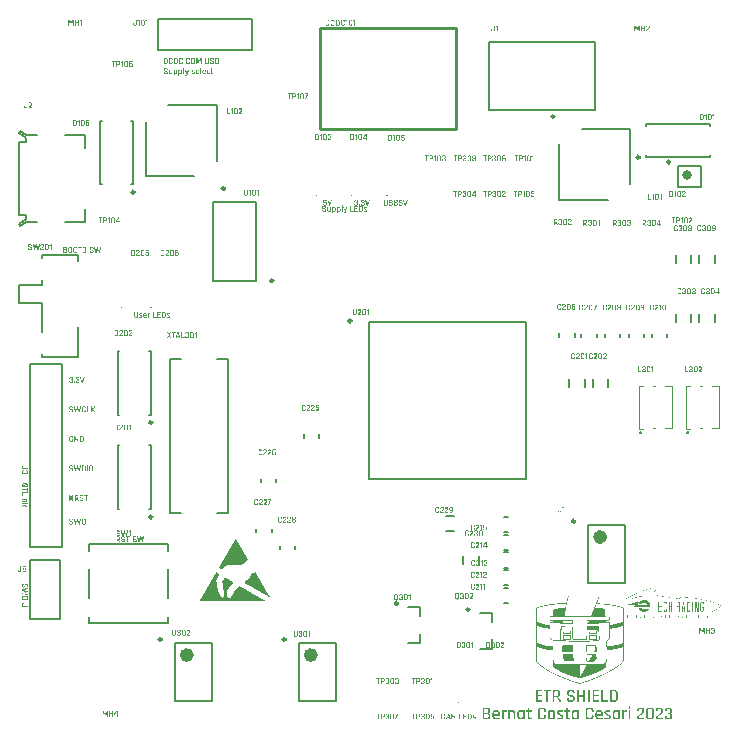
<source format=gto>
G04*
G04 #@! TF.GenerationSoftware,Altium Limited,Altium Designer,23.11.1 (41)*
G04*
G04 Layer_Color=65535*
%FSLAX44Y44*%
%MOMM*%
G71*
G04*
G04 #@! TF.SameCoordinates,6A4E213B-EB00-483D-B04E-4E1FD21C6EA7*
G04*
G04*
G04 #@! TF.FilePolarity,Positive*
G04*
G01*
G75*
%ADD10C,0.2500*%
%ADD11C,0.6000*%
%ADD12C,0.1000*%
%ADD13C,0.4000*%
%ADD14C,0.2540*%
%ADD15C,0.2000*%
%ADD16C,0.1500*%
G36*
X186172Y157828D02*
X186310D01*
Y157552D01*
X186448D01*
Y157276D01*
X186586D01*
Y157138D01*
X186724D01*
Y156862D01*
X186862D01*
Y156586D01*
X187000D01*
Y156310D01*
X187138D01*
Y156172D01*
X187276D01*
Y155897D01*
X187414D01*
Y155621D01*
X187552D01*
Y155345D01*
X187690D01*
Y155207D01*
X187828D01*
Y154931D01*
X187966D01*
Y154655D01*
X188104D01*
Y154517D01*
X188241D01*
Y154241D01*
X188379D01*
Y153966D01*
X188517D01*
Y153690D01*
X188655D01*
Y153552D01*
X188793D01*
Y153276D01*
X188931D01*
Y153000D01*
X189069D01*
Y152724D01*
X189207D01*
Y152586D01*
X189345D01*
Y152310D01*
X189483D01*
Y152035D01*
X189621D01*
Y151896D01*
X189759D01*
Y151621D01*
X189897D01*
Y151345D01*
X190035D01*
Y151069D01*
X190172D01*
Y150931D01*
X190310D01*
Y150655D01*
X190448D01*
Y150379D01*
X190586D01*
Y150104D01*
X190724D01*
Y149965D01*
X190862D01*
Y149690D01*
X191000D01*
Y149414D01*
X191138D01*
Y149276D01*
X191276D01*
Y149000D01*
X191414D01*
Y148724D01*
X191552D01*
Y148448D01*
X191690D01*
Y148310D01*
X191828D01*
Y148034D01*
X191966D01*
Y147759D01*
X192104D01*
Y147483D01*
X192241D01*
Y147345D01*
X192379D01*
Y147069D01*
X192517D01*
Y146793D01*
X192655D01*
Y146655D01*
X192793D01*
Y146379D01*
X192931D01*
Y146103D01*
X193069D01*
Y145828D01*
X193207D01*
Y145690D01*
X193345D01*
Y145414D01*
X193483D01*
Y145138D01*
X193621D01*
Y144862D01*
X193759D01*
Y144724D01*
X193897D01*
Y144448D01*
X194035D01*
Y144172D01*
X194172D01*
Y144035D01*
X194310D01*
Y143759D01*
X194448D01*
Y143483D01*
X194586D01*
Y143207D01*
X194724D01*
Y143069D01*
X194862D01*
Y142793D01*
X195000D01*
Y142517D01*
X195138D01*
Y142241D01*
X195276D01*
Y142103D01*
X195414D01*
Y141828D01*
X195552D01*
Y141552D01*
X195690D01*
Y141414D01*
X195828D01*
Y141138D01*
X195965D01*
Y140862D01*
X196103D01*
Y140310D01*
X195965D01*
Y140035D01*
X195828D01*
Y139896D01*
X195690D01*
Y139621D01*
X195552D01*
Y139483D01*
X195414D01*
Y139207D01*
X195276D01*
Y139069D01*
X195138D01*
Y138931D01*
X195000D01*
Y138655D01*
X194862D01*
Y138517D01*
X194724D01*
Y138379D01*
X194586D01*
Y138241D01*
X194448D01*
Y138104D01*
X194310D01*
Y137965D01*
X194172D01*
Y137828D01*
X194035D01*
Y137690D01*
X193897D01*
Y137552D01*
X193621D01*
Y137414D01*
X193483D01*
Y137276D01*
X193345D01*
Y137138D01*
X193069D01*
Y137000D01*
X192931D01*
Y136862D01*
X192655D01*
Y136724D01*
X192517D01*
Y136586D01*
X192241D01*
Y136448D01*
X191966D01*
Y136310D01*
X191552D01*
Y136172D01*
X191276D01*
Y136034D01*
X190862D01*
Y135897D01*
X190448D01*
Y135759D01*
X189897D01*
Y135621D01*
X189207D01*
Y135483D01*
X187966D01*
Y135345D01*
X184517D01*
Y135483D01*
X179552D01*
Y135345D01*
X178724D01*
Y135207D01*
X178172D01*
Y135069D01*
X177759D01*
Y134931D01*
X177483D01*
Y134793D01*
X177207D01*
Y134655D01*
X176931D01*
Y134517D01*
X176793D01*
Y134379D01*
X176517D01*
Y134241D01*
X176379D01*
Y134103D01*
X176103D01*
Y133966D01*
X175965D01*
Y133828D01*
X175828D01*
Y133690D01*
X175690D01*
Y133552D01*
X175552D01*
Y133276D01*
X175414D01*
Y133138D01*
X175276D01*
Y133000D01*
X175138D01*
Y132724D01*
X175000D01*
Y132448D01*
X174862D01*
Y132310D01*
X174724D01*
Y132035D01*
X174586D01*
Y131759D01*
X174172D01*
Y131896D01*
X173897D01*
Y132035D01*
X173759D01*
Y132172D01*
X173483D01*
Y132310D01*
X173207D01*
Y132448D01*
X173069D01*
Y132586D01*
X172793D01*
Y132724D01*
X172517D01*
Y132862D01*
X172241D01*
Y133000D01*
X172103D01*
Y133138D01*
X171828D01*
Y133276D01*
X171690D01*
Y133690D01*
X171828D01*
Y133828D01*
X171966D01*
Y134103D01*
X172103D01*
Y134379D01*
X172241D01*
Y134655D01*
X172379D01*
Y134793D01*
X172517D01*
Y135069D01*
X172655D01*
Y135345D01*
X172793D01*
Y135483D01*
X172931D01*
Y135759D01*
X173069D01*
Y136034D01*
X173207D01*
Y136172D01*
X173345D01*
Y136448D01*
X173483D01*
Y136724D01*
X173621D01*
Y137000D01*
X173759D01*
Y137138D01*
X173897D01*
Y137414D01*
X174035D01*
Y137690D01*
X174172D01*
Y137828D01*
X174310D01*
Y138104D01*
X174448D01*
Y138379D01*
X174586D01*
Y138655D01*
X174724D01*
Y138793D01*
X174862D01*
Y139069D01*
X175000D01*
Y139345D01*
X175138D01*
Y139483D01*
X175276D01*
Y139759D01*
X175414D01*
Y140035D01*
X175552D01*
Y140310D01*
X175690D01*
Y140448D01*
X175828D01*
Y140724D01*
X175965D01*
Y141000D01*
X176103D01*
Y141138D01*
X176241D01*
Y141414D01*
X176379D01*
Y141690D01*
X176517D01*
Y141828D01*
X176655D01*
Y142103D01*
X176793D01*
Y142379D01*
X176931D01*
Y142655D01*
X177069D01*
Y142793D01*
X177207D01*
Y143069D01*
X177345D01*
Y143345D01*
X177483D01*
Y143483D01*
X177621D01*
Y143759D01*
X177759D01*
Y144035D01*
X177896D01*
Y144310D01*
X178034D01*
Y144448D01*
X178172D01*
Y144724D01*
X178310D01*
Y145000D01*
X178448D01*
Y145138D01*
X178586D01*
Y145414D01*
X178724D01*
Y145690D01*
X178862D01*
Y145965D01*
X179000D01*
Y146103D01*
X179138D01*
Y146379D01*
X179276D01*
Y146655D01*
X179414D01*
Y146793D01*
X179552D01*
Y147069D01*
X179690D01*
Y147345D01*
X179828D01*
Y147483D01*
X179965D01*
Y147759D01*
X180103D01*
Y148034D01*
X180241D01*
Y148310D01*
X180379D01*
Y148448D01*
X180517D01*
Y148724D01*
X180655D01*
Y149000D01*
X180793D01*
Y149138D01*
X180931D01*
Y149414D01*
X181069D01*
Y149690D01*
X181207D01*
Y149965D01*
X181345D01*
Y150104D01*
X181483D01*
Y150379D01*
X181621D01*
Y150655D01*
X181759D01*
Y150793D01*
X181896D01*
Y151069D01*
X182034D01*
Y151345D01*
X182172D01*
Y151483D01*
X182310D01*
Y151759D01*
X182448D01*
Y152035D01*
X182586D01*
Y152310D01*
X182724D01*
Y152448D01*
X182862D01*
Y152724D01*
X183000D01*
Y153000D01*
X183138D01*
Y153138D01*
X183276D01*
Y153414D01*
X183414D01*
Y153690D01*
X183552D01*
Y153966D01*
X183690D01*
Y154103D01*
X183828D01*
Y154379D01*
X183965D01*
Y154655D01*
X184103D01*
Y154793D01*
X184241D01*
Y155069D01*
X184379D01*
Y155345D01*
X184517D01*
Y155621D01*
X184655D01*
Y155759D01*
X184793D01*
Y156034D01*
X184931D01*
Y156310D01*
X185069D01*
Y156448D01*
X185207D01*
Y156724D01*
X185345D01*
Y157000D01*
X185483D01*
Y157138D01*
X185621D01*
Y157414D01*
X185759D01*
Y157690D01*
X185897D01*
Y157965D01*
X186172D01*
Y157828D01*
D02*
G37*
G36*
X202586Y129414D02*
X202724D01*
Y129138D01*
X202862D01*
Y128862D01*
X203000D01*
Y128586D01*
X203138D01*
Y128448D01*
X203276D01*
Y128172D01*
X203414D01*
Y127896D01*
X203552D01*
Y127759D01*
X203690D01*
Y127483D01*
X203828D01*
Y127207D01*
X203965D01*
Y127069D01*
X204104D01*
Y126793D01*
X204241D01*
Y126517D01*
X204379D01*
Y126241D01*
X204517D01*
Y126103D01*
X204655D01*
Y125828D01*
X204793D01*
Y125552D01*
X204931D01*
Y125414D01*
X205069D01*
Y125138D01*
X205207D01*
Y124862D01*
X205345D01*
Y124586D01*
X205483D01*
Y124448D01*
X205621D01*
Y124172D01*
X205759D01*
Y123897D01*
X205896D01*
Y123759D01*
X206035D01*
Y123483D01*
X206172D01*
Y123207D01*
X206310D01*
Y122931D01*
X206448D01*
Y122793D01*
X206586D01*
Y122517D01*
X206724D01*
Y122241D01*
X206862D01*
Y122103D01*
X207000D01*
Y121828D01*
X207138D01*
Y121552D01*
X207276D01*
Y121414D01*
X207414D01*
Y121138D01*
X207552D01*
Y120862D01*
X207690D01*
Y120586D01*
X207828D01*
Y120448D01*
X207966D01*
Y120172D01*
X208103D01*
Y119896D01*
X208241D01*
Y119759D01*
X208379D01*
Y119483D01*
X208517D01*
Y119207D01*
X208655D01*
Y118931D01*
X208793D01*
Y118793D01*
X208931D01*
Y118517D01*
X209069D01*
Y118241D01*
X209207D01*
Y118103D01*
X209345D01*
Y117828D01*
X209483D01*
Y117552D01*
X209621D01*
Y117276D01*
X209759D01*
Y117138D01*
X209897D01*
Y116862D01*
X210035D01*
Y116586D01*
X210172D01*
Y116448D01*
X210310D01*
Y116172D01*
X210448D01*
Y115897D01*
X210586D01*
Y115621D01*
X210724D01*
Y115483D01*
X210862D01*
Y115207D01*
X211000D01*
Y114931D01*
X211138D01*
Y114793D01*
X211276D01*
Y114517D01*
X211414D01*
Y114241D01*
X211552D01*
Y114103D01*
X211690D01*
Y113828D01*
X211828D01*
Y113552D01*
X211966D01*
Y113276D01*
X212104D01*
Y113138D01*
X212241D01*
Y112862D01*
X212379D01*
Y112586D01*
X212517D01*
Y112448D01*
X212655D01*
Y112172D01*
X212793D01*
Y111897D01*
X212931D01*
Y111621D01*
X213069D01*
Y111483D01*
X213207D01*
Y111207D01*
X213345D01*
Y110931D01*
X213483D01*
Y110793D01*
X213621D01*
Y110517D01*
X213759D01*
Y110241D01*
X213897D01*
Y109965D01*
X214035D01*
Y109828D01*
X214172D01*
Y109552D01*
X214310D01*
Y109276D01*
X214448D01*
Y109138D01*
X214586D01*
Y108862D01*
X214724D01*
Y108586D01*
X214862D01*
Y108448D01*
X214586D01*
Y108586D01*
X214310D01*
Y108724D01*
X214172D01*
Y108862D01*
X213897D01*
Y109000D01*
X213621D01*
Y109138D01*
X213345D01*
Y109276D01*
X213207D01*
Y109414D01*
X212931D01*
Y109552D01*
X212655D01*
Y109690D01*
X212379D01*
Y109828D01*
X212241D01*
Y109965D01*
X211966D01*
Y110103D01*
X211690D01*
Y110241D01*
X211414D01*
Y110379D01*
X211276D01*
Y110517D01*
X211000D01*
Y110655D01*
X210724D01*
Y110793D01*
X210448D01*
Y110931D01*
X210310D01*
Y111069D01*
X210035D01*
Y111207D01*
X209759D01*
Y111345D01*
X209483D01*
Y111483D01*
X209207D01*
Y111621D01*
X209069D01*
Y111759D01*
X208793D01*
Y111897D01*
X208517D01*
Y112035D01*
X208241D01*
Y112172D01*
X208103D01*
Y112310D01*
X207828D01*
Y112448D01*
X207552D01*
Y112586D01*
X207276D01*
Y112724D01*
X207138D01*
Y112862D01*
X206862D01*
Y113000D01*
X206586D01*
Y113138D01*
X206310D01*
Y113276D01*
X206172D01*
Y113414D01*
X205896D01*
Y113552D01*
X205621D01*
Y113690D01*
X205345D01*
Y113828D01*
X205207D01*
Y113966D01*
X204931D01*
Y114103D01*
X204655D01*
Y114241D01*
X204379D01*
Y114379D01*
X204104D01*
Y114517D01*
X203965D01*
Y114655D01*
X203690D01*
Y114793D01*
X203414D01*
Y114931D01*
X203138D01*
Y115069D01*
X203000D01*
Y115207D01*
X202724D01*
Y115345D01*
X202448D01*
Y115483D01*
X202172D01*
Y115621D01*
X202034D01*
Y115759D01*
X201759D01*
Y115897D01*
X201483D01*
Y116034D01*
X201207D01*
Y116172D01*
X201069D01*
Y116310D01*
X200793D01*
Y116448D01*
X200517D01*
Y116586D01*
X200241D01*
Y116724D01*
X200103D01*
Y116862D01*
X199828D01*
Y117000D01*
X199552D01*
Y117138D01*
X199276D01*
Y117276D01*
X199138D01*
Y117414D01*
X198862D01*
Y117552D01*
X198586D01*
Y117690D01*
X198310D01*
Y117828D01*
X198034D01*
Y117965D01*
X197897D01*
Y118103D01*
X197621D01*
Y118241D01*
X197345D01*
Y118379D01*
X197069D01*
Y118517D01*
X196931D01*
Y118655D01*
X196655D01*
Y118793D01*
X196379D01*
Y118931D01*
X196103D01*
Y119069D01*
X195965D01*
Y119207D01*
X195690D01*
Y119345D01*
X195414D01*
Y119483D01*
X195138D01*
Y119621D01*
X195000D01*
Y119759D01*
X194724D01*
Y119896D01*
X194448D01*
Y120035D01*
X194172D01*
Y120172D01*
X194035D01*
Y120310D01*
X193759D01*
Y120448D01*
X193483D01*
Y121000D01*
X193621D01*
Y121276D01*
X193759D01*
Y121414D01*
X193897D01*
Y121690D01*
X194035D01*
Y121828D01*
X194172D01*
Y121966D01*
X194310D01*
Y122103D01*
X194448D01*
Y122241D01*
X194586D01*
Y122379D01*
X194724D01*
Y122517D01*
X194862D01*
Y122655D01*
X195000D01*
Y122793D01*
X195276D01*
Y122931D01*
X195414D01*
Y123069D01*
X195690D01*
Y123207D01*
X195828D01*
Y123345D01*
X195965D01*
Y123483D01*
X196241D01*
Y123621D01*
X196379D01*
Y123759D01*
X196517D01*
Y123897D01*
X196655D01*
Y124035D01*
X196793D01*
Y124172D01*
X196931D01*
Y124310D01*
X197069D01*
Y124448D01*
X197207D01*
Y124586D01*
X197345D01*
Y124724D01*
X197483D01*
Y124862D01*
X197621D01*
Y125000D01*
X197759D01*
Y125276D01*
X197897D01*
Y125414D01*
X198034D01*
Y125690D01*
X198172D01*
Y125965D01*
X198310D01*
Y126241D01*
X198448D01*
Y126517D01*
X198586D01*
Y126793D01*
X198724D01*
Y127069D01*
X198862D01*
Y127345D01*
X199000D01*
Y127621D01*
X199138D01*
Y127896D01*
X199276D01*
Y128034D01*
X199414D01*
Y128172D01*
X199552D01*
Y128310D01*
X199828D01*
Y128448D01*
X199965D01*
Y128586D01*
X200241D01*
Y128724D01*
X200517D01*
Y128862D01*
X200793D01*
Y129000D01*
X201207D01*
Y129138D01*
X201621D01*
Y129276D01*
X201896D01*
Y129414D01*
X202310D01*
Y129552D01*
X202586D01*
Y129414D01*
D02*
G37*
G36*
X536100Y109870D02*
X537052D01*
Y109845D01*
X537277D01*
Y109820D01*
X537503D01*
Y109795D01*
X537277D01*
Y109770D01*
X536776D01*
Y109745D01*
X536275D01*
Y109720D01*
X535774D01*
Y109695D01*
X535323D01*
Y109670D01*
X534923D01*
Y109645D01*
X534547D01*
Y109620D01*
X534196D01*
Y109595D01*
X533895D01*
Y109570D01*
X533595D01*
Y109545D01*
X533319D01*
Y109520D01*
X533044D01*
Y109494D01*
X532793D01*
Y109469D01*
X532543D01*
Y109445D01*
X532317D01*
Y109419D01*
X532092D01*
Y109394D01*
X531891D01*
Y109369D01*
X531666D01*
Y109344D01*
X531465D01*
Y109319D01*
X531265D01*
Y109294D01*
X531065D01*
Y109269D01*
X530889D01*
Y109244D01*
X530714D01*
Y109219D01*
X530513D01*
Y109194D01*
X530363D01*
Y109169D01*
X530188D01*
Y109144D01*
X530013D01*
Y109119D01*
X529862D01*
Y109094D01*
X529687D01*
Y109069D01*
X529537D01*
Y109044D01*
X529386D01*
Y109019D01*
X529236D01*
Y108994D01*
X529086D01*
Y108968D01*
X528935D01*
Y108943D01*
X528785D01*
Y108918D01*
X528635D01*
Y108893D01*
X528509D01*
Y108868D01*
X528359D01*
Y108843D01*
X528234D01*
Y108818D01*
X528109D01*
Y108793D01*
X527958D01*
Y108768D01*
X527833D01*
Y108743D01*
X527708D01*
Y108718D01*
X527583D01*
Y108693D01*
X527457D01*
Y108668D01*
X527332D01*
Y108643D01*
X527207D01*
Y108618D01*
X527107D01*
Y108593D01*
X526981D01*
Y108568D01*
X526856D01*
Y108543D01*
X526731D01*
Y108518D01*
X526631D01*
Y108492D01*
X526505D01*
Y108467D01*
X526405D01*
Y108442D01*
X526280D01*
Y108417D01*
X526180D01*
Y108392D01*
X526079D01*
Y108367D01*
X525954D01*
Y108342D01*
X525854D01*
Y108317D01*
X525754D01*
Y108292D01*
X525654D01*
Y108267D01*
X525553D01*
Y108242D01*
X525428D01*
Y108217D01*
X525328D01*
Y108192D01*
X525228D01*
Y108167D01*
X525127D01*
Y108142D01*
X525027D01*
Y108117D01*
X524952D01*
Y108092D01*
X524852D01*
Y108067D01*
X524752D01*
Y108042D01*
X524651D01*
Y108017D01*
X524551D01*
Y107992D01*
X524451D01*
Y107966D01*
X524376D01*
Y107941D01*
X524276D01*
Y107916D01*
X524175D01*
Y107891D01*
X524100D01*
Y107866D01*
X524000D01*
Y107841D01*
X523900D01*
Y107816D01*
X523825D01*
Y107791D01*
X523725D01*
Y107766D01*
X523649D01*
Y107741D01*
X523549D01*
Y107716D01*
X523474D01*
Y107691D01*
X523374D01*
Y107666D01*
X523299D01*
Y107641D01*
X523223D01*
Y107616D01*
X523123D01*
Y107591D01*
X523048D01*
Y107566D01*
X522973D01*
Y107541D01*
X522873D01*
Y107515D01*
X522798D01*
Y107490D01*
X522723D01*
Y107465D01*
X522647D01*
Y107440D01*
X522547D01*
Y107415D01*
X522472D01*
Y107390D01*
X522397D01*
Y107365D01*
X522322D01*
Y107340D01*
X522247D01*
Y107315D01*
X522171D01*
Y107290D01*
X522096D01*
Y107265D01*
X522021D01*
Y107240D01*
X521946D01*
Y107215D01*
X521871D01*
Y107190D01*
X521796D01*
Y107165D01*
X521720D01*
Y107140D01*
X521645D01*
Y107115D01*
X521570D01*
Y107090D01*
X521495D01*
Y107065D01*
X521420D01*
Y107039D01*
X521345D01*
Y107014D01*
X521269D01*
Y106989D01*
X521194D01*
Y106964D01*
X521144D01*
Y106939D01*
X521069D01*
Y106914D01*
X520994D01*
Y106889D01*
X520919D01*
Y106864D01*
X520844D01*
Y106839D01*
X520793D01*
Y106814D01*
X520718D01*
Y106789D01*
X520643D01*
Y106764D01*
X520568D01*
Y106739D01*
X520518D01*
Y106714D01*
X520443D01*
Y106689D01*
X520368D01*
Y106664D01*
X520318D01*
Y106639D01*
X520242D01*
Y106614D01*
X520167D01*
Y106589D01*
X520117D01*
Y106564D01*
X520042D01*
Y106538D01*
X519992D01*
Y106513D01*
X519917D01*
Y106488D01*
X519842D01*
Y106463D01*
X519791D01*
Y106438D01*
X519716D01*
Y106413D01*
X519666D01*
Y106388D01*
X519591D01*
Y106363D01*
X519541D01*
Y106338D01*
X519466D01*
Y106313D01*
X519416D01*
Y106288D01*
X519341D01*
Y106263D01*
X519291D01*
Y106238D01*
X519215D01*
Y106213D01*
X519140D01*
Y106188D01*
X519090D01*
Y106163D01*
X519040D01*
Y106188D01*
X519015D01*
Y106213D01*
X518990D01*
Y106238D01*
X519015D01*
Y106263D01*
X519065D01*
Y106288D01*
X519115D01*
Y106313D01*
X519165D01*
Y106338D01*
X519215D01*
Y106363D01*
X519265D01*
Y106388D01*
X519315D01*
Y106413D01*
X519366D01*
Y106438D01*
X519416D01*
Y106463D01*
X519466D01*
Y106488D01*
X519516D01*
Y106513D01*
X519566D01*
Y106538D01*
X519616D01*
Y106564D01*
X519666D01*
Y106589D01*
X519716D01*
Y106614D01*
X519766D01*
Y106639D01*
X519817D01*
Y106664D01*
X519867D01*
Y106689D01*
X519917D01*
Y106714D01*
X519967D01*
Y106739D01*
X520017D01*
Y106764D01*
X520067D01*
Y106789D01*
X520142D01*
Y106814D01*
X520192D01*
Y106839D01*
X520242D01*
Y106864D01*
X520293D01*
Y106889D01*
X520368D01*
Y106914D01*
X520418D01*
Y106939D01*
X520468D01*
Y106964D01*
X520518D01*
Y106989D01*
X520593D01*
Y107014D01*
X520643D01*
Y107039D01*
X520693D01*
Y107065D01*
X520769D01*
Y107090D01*
X520819D01*
Y107115D01*
X520869D01*
Y107140D01*
X520944D01*
Y107165D01*
X520994D01*
Y107190D01*
X521069D01*
Y107215D01*
X521119D01*
Y107240D01*
X521194D01*
Y107265D01*
X521245D01*
Y107290D01*
X521320D01*
Y107315D01*
X521370D01*
Y107340D01*
X521445D01*
Y107365D01*
X521495D01*
Y107390D01*
X521570D01*
Y107415D01*
X521620D01*
Y107440D01*
X521695D01*
Y107465D01*
X521771D01*
Y107490D01*
X521821D01*
Y107515D01*
X521896D01*
Y107541D01*
X521946D01*
Y107566D01*
X522021D01*
Y107591D01*
X522096D01*
Y107616D01*
X522171D01*
Y107641D01*
X522221D01*
Y107666D01*
X522297D01*
Y107691D01*
X522372D01*
Y107716D01*
X522447D01*
Y107741D01*
X522497D01*
Y107766D01*
X522572D01*
Y107791D01*
X522647D01*
Y107816D01*
X522723D01*
Y107841D01*
X522798D01*
Y107866D01*
X522873D01*
Y107891D01*
X522948D01*
Y107916D01*
X523023D01*
Y107941D01*
X523098D01*
Y107966D01*
X523173D01*
Y107992D01*
X523249D01*
Y108017D01*
X523324D01*
Y108042D01*
X523399D01*
Y108067D01*
X523474D01*
Y108092D01*
X523549D01*
Y108117D01*
X523624D01*
Y108142D01*
X523699D01*
Y108167D01*
X523775D01*
Y108192D01*
X523875D01*
Y108217D01*
X523950D01*
Y108242D01*
X524025D01*
Y108267D01*
X524100D01*
Y108292D01*
X524201D01*
Y108317D01*
X524276D01*
Y108342D01*
X524351D01*
Y108367D01*
X524451D01*
Y108392D01*
X524526D01*
Y108417D01*
X524626D01*
Y108442D01*
X524702D01*
Y108467D01*
X524802D01*
Y108492D01*
X524877D01*
Y108518D01*
X524977D01*
Y108543D01*
X525077D01*
Y108568D01*
X525153D01*
Y108593D01*
X525253D01*
Y108618D01*
X525353D01*
Y108643D01*
X525428D01*
Y108668D01*
X525528D01*
Y108693D01*
X525629D01*
Y108718D01*
X525729D01*
Y108743D01*
X525829D01*
Y108768D01*
X525929D01*
Y108793D01*
X526029D01*
Y108818D01*
X526129D01*
Y108843D01*
X526255D01*
Y108868D01*
X526355D01*
Y108893D01*
X526455D01*
Y108918D01*
X526555D01*
Y108943D01*
X526681D01*
Y108968D01*
X526781D01*
Y108994D01*
X526906D01*
Y109019D01*
X527031D01*
Y109044D01*
X527132D01*
Y109069D01*
X527257D01*
Y109094D01*
X527382D01*
Y109119D01*
X527507D01*
Y109144D01*
X527633D01*
Y109169D01*
X527758D01*
Y109194D01*
X527883D01*
Y109219D01*
X528033D01*
Y109244D01*
X528159D01*
Y109269D01*
X528309D01*
Y109294D01*
X528434D01*
Y109319D01*
X528585D01*
Y109344D01*
X528735D01*
Y109369D01*
X528885D01*
Y109394D01*
X529035D01*
Y109419D01*
X529211D01*
Y109445D01*
X529361D01*
Y109469D01*
X529537D01*
Y109494D01*
X529712D01*
Y109520D01*
X529887D01*
Y109545D01*
X530088D01*
Y109570D01*
X530288D01*
Y109595D01*
X530489D01*
Y109620D01*
X530714D01*
Y109645D01*
X530939D01*
Y109670D01*
X531165D01*
Y109695D01*
X531415D01*
Y109720D01*
X531691D01*
Y109745D01*
X531992D01*
Y109770D01*
X532292D01*
Y109795D01*
X532668D01*
Y109820D01*
X533069D01*
Y109845D01*
X533570D01*
Y109870D01*
X534271D01*
Y109895D01*
X536100D01*
Y109870D01*
D02*
G37*
G36*
X169621Y129414D02*
X169759D01*
Y129276D01*
X170035D01*
Y129138D01*
X170172D01*
Y129000D01*
X170448D01*
Y128862D01*
X170586D01*
Y128724D01*
X170862D01*
Y128586D01*
X171138D01*
Y128448D01*
X171276D01*
Y128310D01*
X171552D01*
Y128172D01*
X171690D01*
Y128034D01*
X171966D01*
Y127621D01*
X171828D01*
Y127345D01*
X171690D01*
Y127069D01*
X171552D01*
Y126793D01*
X171414D01*
Y126517D01*
X171276D01*
Y126379D01*
X171138D01*
Y126103D01*
X171000D01*
Y125828D01*
X170862D01*
Y125552D01*
X170724D01*
Y125276D01*
X170586D01*
Y125000D01*
X170448D01*
Y124724D01*
X170310D01*
Y124310D01*
X170172D01*
Y124035D01*
X170035D01*
Y123759D01*
X169897D01*
Y123345D01*
X169759D01*
Y122793D01*
X169621D01*
Y121414D01*
X169759D01*
Y119896D01*
X169897D01*
Y118931D01*
X170035D01*
Y118103D01*
X170172D01*
Y117414D01*
X170310D01*
Y116862D01*
X170448D01*
Y116310D01*
X170586D01*
Y115759D01*
X170724D01*
Y115207D01*
X170862D01*
Y114655D01*
X171000D01*
Y114241D01*
X171138D01*
Y113828D01*
X171276D01*
Y113276D01*
X171414D01*
Y112862D01*
X171552D01*
Y112448D01*
X171690D01*
Y112035D01*
X171828D01*
Y111621D01*
X171966D01*
Y111207D01*
X172103D01*
Y110931D01*
X172241D01*
Y110517D01*
X172379D01*
Y110103D01*
X172517D01*
Y109828D01*
X172655D01*
Y109552D01*
X172793D01*
Y109276D01*
X172931D01*
Y109138D01*
X173069D01*
Y108862D01*
X173207D01*
Y108724D01*
X173345D01*
Y108586D01*
X173483D01*
Y108448D01*
X173759D01*
Y108310D01*
X173897D01*
Y108172D01*
X174310D01*
Y108034D01*
X175138D01*
Y108172D01*
X175414D01*
Y108310D01*
X175552D01*
Y108448D01*
X175690D01*
Y108724D01*
X175828D01*
Y109000D01*
X175965D01*
Y109552D01*
X176103D01*
Y110793D01*
X176241D01*
Y112448D01*
X176103D01*
Y113414D01*
X175965D01*
Y113828D01*
X175828D01*
Y114241D01*
X175690D01*
Y114655D01*
X175552D01*
Y114931D01*
X175414D01*
Y115207D01*
X175276D01*
Y115345D01*
X175138D01*
Y115621D01*
X175000D01*
Y115759D01*
X174862D01*
Y116034D01*
X174724D01*
Y116448D01*
X174862D01*
Y116724D01*
X175000D01*
Y117138D01*
X175138D01*
Y117690D01*
X175276D01*
Y119621D01*
X175138D01*
Y120035D01*
X175000D01*
Y120310D01*
X174862D01*
Y120586D01*
X174724D01*
Y120862D01*
X174586D01*
Y121000D01*
X174448D01*
Y121138D01*
X174310D01*
Y121414D01*
X174448D01*
Y121690D01*
X174586D01*
Y121966D01*
X174724D01*
Y122103D01*
X174862D01*
Y122379D01*
X175000D01*
Y122517D01*
X175138D01*
Y122655D01*
X175276D01*
Y122931D01*
X175414D01*
Y123069D01*
X175552D01*
Y123345D01*
X175690D01*
Y123483D01*
X175828D01*
Y123621D01*
X175965D01*
Y123897D01*
X176103D01*
Y124035D01*
X176241D01*
Y124172D01*
X176379D01*
Y124448D01*
X176517D01*
Y124586D01*
X176655D01*
Y124724D01*
X176793D01*
Y124862D01*
X176931D01*
Y125000D01*
X177207D01*
Y124862D01*
X177621D01*
Y124724D01*
X177896D01*
Y124586D01*
X178034D01*
Y124448D01*
X178310D01*
Y124310D01*
X178586D01*
Y124172D01*
X178862D01*
Y124035D01*
X179138D01*
Y123897D01*
X179414D01*
Y123759D01*
X179552D01*
Y123621D01*
X179828D01*
Y123483D01*
X180103D01*
Y123345D01*
X180241D01*
Y123207D01*
X180517D01*
Y123069D01*
X180793D01*
Y122931D01*
X180931D01*
Y122793D01*
X181207D01*
Y122655D01*
X181345D01*
Y122517D01*
X181621D01*
Y122379D01*
X181759D01*
Y122241D01*
X182034D01*
Y122103D01*
X182172D01*
Y121966D01*
X182310D01*
Y121828D01*
X182586D01*
Y121690D01*
X182724D01*
Y121552D01*
X182862D01*
Y121414D01*
X183000D01*
Y121276D01*
X183276D01*
Y121138D01*
X183414D01*
Y121000D01*
X183552D01*
Y120862D01*
X183690D01*
Y120586D01*
X183828D01*
Y120310D01*
X183965D01*
Y120172D01*
X183828D01*
Y119896D01*
X183552D01*
Y119759D01*
X183276D01*
Y119621D01*
X183000D01*
Y119483D01*
X182862D01*
Y119345D01*
X182724D01*
Y119207D01*
X182448D01*
Y119069D01*
X182310D01*
Y118931D01*
X182172D01*
Y118793D01*
X182034D01*
Y118655D01*
X181896D01*
Y118517D01*
X181759D01*
Y118379D01*
X181621D01*
Y118241D01*
X181483D01*
Y117965D01*
X181345D01*
Y117828D01*
X181207D01*
Y117690D01*
X181069D01*
Y117552D01*
X180931D01*
Y117414D01*
X180793D01*
Y117138D01*
X180655D01*
Y117000D01*
X180517D01*
Y116862D01*
X180379D01*
Y116586D01*
X180241D01*
Y116448D01*
X180103D01*
Y116172D01*
X179965D01*
Y116034D01*
X179828D01*
Y115759D01*
X179690D01*
Y115621D01*
X179552D01*
Y115345D01*
X179414D01*
Y115069D01*
X179276D01*
Y114931D01*
X179138D01*
Y114655D01*
X179000D01*
Y114379D01*
X178862D01*
Y114103D01*
X178724D01*
Y113690D01*
X178586D01*
Y113414D01*
X178448D01*
Y112862D01*
X178310D01*
Y112172D01*
X178172D01*
Y110655D01*
X178310D01*
Y109965D01*
X178448D01*
Y109552D01*
X178586D01*
Y109138D01*
X178724D01*
Y108862D01*
X178862D01*
Y108586D01*
X179000D01*
Y108310D01*
X179138D01*
Y108172D01*
X179276D01*
Y108034D01*
X179414D01*
Y107896D01*
X179828D01*
Y107759D01*
X181345D01*
Y107896D01*
X181483D01*
Y108034D01*
X181621D01*
Y108172D01*
X181759D01*
Y108310D01*
X181896D01*
Y108586D01*
X182034D01*
Y108724D01*
X182172D01*
Y109000D01*
X182310D01*
Y109276D01*
X182448D01*
Y109414D01*
X182586D01*
Y109690D01*
X182724D01*
Y109965D01*
X182862D01*
Y110241D01*
X183000D01*
Y110379D01*
X183138D01*
Y110655D01*
X183276D01*
Y110931D01*
X183414D01*
Y111207D01*
X183552D01*
Y111483D01*
X183690D01*
Y111621D01*
X183828D01*
Y111897D01*
X183965D01*
Y112172D01*
X184103D01*
Y112448D01*
X184241D01*
Y112724D01*
X184379D01*
Y113000D01*
X184517D01*
Y113138D01*
X184655D01*
Y113414D01*
X184793D01*
Y113690D01*
X184931D01*
Y113828D01*
X185069D01*
Y114103D01*
X185207D01*
Y114241D01*
X185345D01*
Y114379D01*
X185483D01*
Y114517D01*
X185621D01*
Y114793D01*
X185759D01*
Y114931D01*
X185897D01*
Y115069D01*
X186035D01*
Y115207D01*
X186172D01*
Y115345D01*
X186310D01*
Y115483D01*
X186448D01*
Y115621D01*
X186586D01*
Y115759D01*
X186724D01*
Y115897D01*
X186862D01*
Y116034D01*
X187000D01*
Y116172D01*
X187138D01*
Y116310D01*
X187276D01*
Y116448D01*
X187414D01*
Y116586D01*
X187552D01*
Y116724D01*
X187690D01*
Y116862D01*
X187828D01*
Y117000D01*
X187966D01*
Y117138D01*
X188104D01*
Y117276D01*
X188241D01*
Y117414D01*
X188379D01*
Y117552D01*
X188517D01*
Y117690D01*
X188793D01*
Y117828D01*
X188931D01*
Y117965D01*
X189069D01*
Y118103D01*
X189207D01*
Y117965D01*
X189345D01*
Y117828D01*
X189621D01*
Y117690D01*
X189897D01*
Y117552D01*
X190035D01*
Y117414D01*
X190310D01*
Y117276D01*
X190586D01*
Y117138D01*
X190862D01*
Y117000D01*
X191000D01*
Y116862D01*
X191276D01*
Y116724D01*
X191552D01*
Y116586D01*
X191828D01*
Y116448D01*
X191966D01*
Y116310D01*
X192241D01*
Y116172D01*
X192517D01*
Y116034D01*
X192793D01*
Y115897D01*
X192931D01*
Y115759D01*
X193207D01*
Y115621D01*
X193483D01*
Y115483D01*
X193621D01*
Y115345D01*
X193897D01*
Y115207D01*
X194172D01*
Y115069D01*
X194448D01*
Y114931D01*
X194586D01*
Y114793D01*
X194862D01*
Y114655D01*
X195138D01*
Y114517D01*
X195414D01*
Y114379D01*
X195552D01*
Y114241D01*
X195828D01*
Y114103D01*
X196103D01*
Y113966D01*
X196379D01*
Y113828D01*
X196517D01*
Y113690D01*
X196793D01*
Y113552D01*
X197069D01*
Y113414D01*
X197207D01*
Y113276D01*
X197483D01*
Y113138D01*
X197759D01*
Y113000D01*
X198034D01*
Y112862D01*
X198172D01*
Y112724D01*
X198448D01*
Y112586D01*
X198724D01*
Y112448D01*
X199000D01*
Y112310D01*
X199138D01*
Y112172D01*
X199414D01*
Y112035D01*
X199690D01*
Y111897D01*
X199828D01*
Y111759D01*
X200103D01*
Y111621D01*
X200379D01*
Y111483D01*
X200655D01*
Y111345D01*
X200793D01*
Y111207D01*
X201069D01*
Y111069D01*
X201345D01*
Y110931D01*
X201621D01*
Y110793D01*
X201759D01*
Y110655D01*
X202034D01*
Y110517D01*
X202310D01*
Y110379D01*
X202586D01*
Y110241D01*
X202724D01*
Y110103D01*
X203000D01*
Y109965D01*
X203276D01*
Y109828D01*
X203414D01*
Y109690D01*
X203690D01*
Y109552D01*
X203965D01*
Y109414D01*
X204241D01*
Y109276D01*
X204379D01*
Y109138D01*
X204655D01*
Y109000D01*
X204931D01*
Y108862D01*
X205207D01*
Y108724D01*
X205345D01*
Y108586D01*
X205621D01*
Y108448D01*
X205896D01*
Y108310D01*
X206035D01*
Y108172D01*
X206310D01*
Y108034D01*
X206586D01*
Y107896D01*
X206862D01*
Y107759D01*
X207000D01*
Y107621D01*
X207276D01*
Y107483D01*
X207552D01*
Y107345D01*
X207828D01*
Y107207D01*
X207966D01*
Y107069D01*
X208241D01*
Y106931D01*
X208517D01*
Y106793D01*
X208793D01*
Y106655D01*
X208931D01*
Y106517D01*
X209207D01*
Y106379D01*
X209483D01*
Y106241D01*
X209621D01*
Y106103D01*
X209897D01*
Y105965D01*
X210172D01*
Y105828D01*
X210448D01*
Y105690D01*
X210586D01*
Y105552D01*
X210862D01*
Y105414D01*
X211138D01*
Y105276D01*
X211414D01*
Y105138D01*
X211552D01*
Y105000D01*
X155138D01*
Y105138D01*
X155276D01*
Y105414D01*
X155414D01*
Y105552D01*
X155552D01*
Y105828D01*
X155690D01*
Y106103D01*
X155828D01*
Y106379D01*
X155965D01*
Y106517D01*
X156103D01*
Y106793D01*
X156241D01*
Y107069D01*
X156379D01*
Y107207D01*
X156517D01*
Y107483D01*
X156655D01*
Y107759D01*
X156793D01*
Y108034D01*
X156931D01*
Y108172D01*
X157069D01*
Y108448D01*
X157207D01*
Y108724D01*
X157345D01*
Y108862D01*
X157483D01*
Y109138D01*
X157621D01*
Y109414D01*
X157759D01*
Y109690D01*
X157896D01*
Y109828D01*
X158034D01*
Y110103D01*
X158172D01*
Y110379D01*
X158310D01*
Y110517D01*
X158448D01*
Y110793D01*
X158586D01*
Y111069D01*
X158724D01*
Y111345D01*
X158862D01*
Y111483D01*
X159000D01*
Y111759D01*
X159138D01*
Y112035D01*
X159276D01*
Y112172D01*
X159414D01*
Y112448D01*
X159552D01*
Y112724D01*
X159690D01*
Y113000D01*
X159828D01*
Y113138D01*
X159965D01*
Y113414D01*
X160103D01*
Y113690D01*
X160241D01*
Y113828D01*
X160379D01*
Y114103D01*
X160517D01*
Y114379D01*
X160655D01*
Y114517D01*
X160793D01*
Y114793D01*
X160931D01*
Y115069D01*
X161069D01*
Y115345D01*
X161207D01*
Y115483D01*
X161345D01*
Y115759D01*
X161483D01*
Y116034D01*
X161621D01*
Y116172D01*
X161759D01*
Y116448D01*
X161897D01*
Y116724D01*
X162034D01*
Y117000D01*
X162172D01*
Y117138D01*
X162310D01*
Y117414D01*
X162448D01*
Y117690D01*
X162586D01*
Y117828D01*
X162724D01*
Y118103D01*
X162862D01*
Y118379D01*
X163000D01*
Y118655D01*
X163138D01*
Y118793D01*
X163276D01*
Y119069D01*
X163414D01*
Y119345D01*
X163552D01*
Y119483D01*
X163690D01*
Y119759D01*
X163828D01*
Y120035D01*
X163965D01*
Y120310D01*
X164104D01*
Y120448D01*
X164241D01*
Y120724D01*
X164379D01*
Y121000D01*
X164517D01*
Y121138D01*
X164655D01*
Y121414D01*
X164793D01*
Y121690D01*
X164931D01*
Y121966D01*
X165069D01*
Y122103D01*
X165207D01*
Y122379D01*
X165345D01*
Y122655D01*
X165483D01*
Y122793D01*
X165621D01*
Y123069D01*
X165759D01*
Y123345D01*
X165896D01*
Y123483D01*
X166035D01*
Y123759D01*
X166172D01*
Y124035D01*
X166310D01*
Y124310D01*
X166448D01*
Y124448D01*
X166586D01*
Y124724D01*
X166724D01*
Y125000D01*
X166862D01*
Y125138D01*
X167000D01*
Y125414D01*
X167138D01*
Y125690D01*
X167276D01*
Y125965D01*
X167414D01*
Y126103D01*
X167552D01*
Y126379D01*
X167690D01*
Y126655D01*
X167828D01*
Y126793D01*
X167966D01*
Y127069D01*
X168103D01*
Y127345D01*
X168241D01*
Y127621D01*
X168379D01*
Y127759D01*
X168517D01*
Y128034D01*
X168655D01*
Y128310D01*
X168793D01*
Y128448D01*
X168931D01*
Y128724D01*
X169069D01*
Y129000D01*
X169207D01*
Y129276D01*
X169345D01*
Y129414D01*
X169483D01*
Y129552D01*
X169621D01*
Y129414D01*
D02*
G37*
G36*
X581443Y104735D02*
X581544D01*
Y104710D01*
X581619D01*
Y104685D01*
X581669D01*
Y104660D01*
X581719D01*
Y104635D01*
X581769D01*
Y104609D01*
X581819D01*
Y104584D01*
X581844D01*
Y104559D01*
X581894D01*
Y104534D01*
X581919D01*
Y104509D01*
X581945D01*
Y104484D01*
X581969D01*
Y104459D01*
X581995D01*
Y104434D01*
X582020D01*
Y104409D01*
X582045D01*
Y104384D01*
X582070D01*
Y104359D01*
X582095D01*
Y104309D01*
X582120D01*
Y104284D01*
X582145D01*
Y104259D01*
X582170D01*
Y104209D01*
X582195D01*
Y104159D01*
X582220D01*
Y104108D01*
X582245D01*
Y104033D01*
X582270D01*
Y103933D01*
X582295D01*
Y103783D01*
X582320D01*
Y102605D01*
X582295D01*
Y102580D01*
X581594D01*
Y103382D01*
X581569D01*
Y103507D01*
X581544D01*
Y103582D01*
X581519D01*
Y103632D01*
X581493D01*
Y103683D01*
X581469D01*
Y103733D01*
X581443D01*
Y103758D01*
X581418D01*
Y103783D01*
X581393D01*
Y103833D01*
X581368D01*
Y103858D01*
X581318D01*
Y103883D01*
X581293D01*
Y103908D01*
X581268D01*
Y103933D01*
X581218D01*
Y103958D01*
X581168D01*
Y103983D01*
X581118D01*
Y104008D01*
X581017D01*
Y104033D01*
X580717D01*
Y104008D01*
X580642D01*
Y103983D01*
X580567D01*
Y103958D01*
X580517D01*
Y103933D01*
X580491D01*
Y103908D01*
X580441D01*
Y103883D01*
X580416D01*
Y103858D01*
X580366D01*
Y103833D01*
X580341D01*
Y103783D01*
X580316D01*
Y103758D01*
X580291D01*
Y103733D01*
X580266D01*
Y103683D01*
X580241D01*
Y103632D01*
X580216D01*
Y103582D01*
X580191D01*
Y103532D01*
X580166D01*
Y103407D01*
X580141D01*
Y97445D01*
X580166D01*
Y97319D01*
X580191D01*
Y97269D01*
X580216D01*
Y97219D01*
X580241D01*
Y97169D01*
X580266D01*
Y97119D01*
X580291D01*
Y97094D01*
X580316D01*
Y97069D01*
X580341D01*
Y97019D01*
X580366D01*
Y96994D01*
X580416D01*
Y96969D01*
X580441D01*
Y96944D01*
X580491D01*
Y96919D01*
X580517D01*
Y96894D01*
X580567D01*
Y96869D01*
X580642D01*
Y96844D01*
X580717D01*
Y96818D01*
X581017D01*
Y96844D01*
X581118D01*
Y96869D01*
X581168D01*
Y96894D01*
X581218D01*
Y96919D01*
X581268D01*
Y96944D01*
X581293D01*
Y96969D01*
X581318D01*
Y96994D01*
X581368D01*
Y97019D01*
X581393D01*
Y97069D01*
X581418D01*
Y97094D01*
X581443D01*
Y97119D01*
X581469D01*
Y97169D01*
X581493D01*
Y97219D01*
X581519D01*
Y97269D01*
X581544D01*
Y97345D01*
X581569D01*
Y97470D01*
X581594D01*
Y99699D01*
X580867D01*
Y100426D01*
X582320D01*
Y97044D01*
X582295D01*
Y96894D01*
X582270D01*
Y96818D01*
X582245D01*
Y96743D01*
X582220D01*
Y96693D01*
X582195D01*
Y96643D01*
X582170D01*
Y96593D01*
X582145D01*
Y96568D01*
X582120D01*
Y96543D01*
X582095D01*
Y96493D01*
X582070D01*
Y96468D01*
X582045D01*
Y96443D01*
X582020D01*
Y96418D01*
X581995D01*
Y96393D01*
X581969D01*
Y96368D01*
X581945D01*
Y96342D01*
X581919D01*
Y96317D01*
X581894D01*
Y96292D01*
X581844D01*
Y96267D01*
X581819D01*
Y96242D01*
X581769D01*
Y96217D01*
X581719D01*
Y96192D01*
X581669D01*
Y96167D01*
X581619D01*
Y96142D01*
X581544D01*
Y96117D01*
X581443D01*
Y96092D01*
X580316D01*
Y96117D01*
X580191D01*
Y96142D01*
X580116D01*
Y96167D01*
X580066D01*
Y96192D01*
X580015D01*
Y96217D01*
X579965D01*
Y96242D01*
X579940D01*
Y96267D01*
X579890D01*
Y96292D01*
X579865D01*
Y96317D01*
X579840D01*
Y96342D01*
X579790D01*
Y96368D01*
X579765D01*
Y96393D01*
X579740D01*
Y96418D01*
X579715D01*
Y96443D01*
X579690D01*
Y96493D01*
X579665D01*
Y96518D01*
X579640D01*
Y96543D01*
X579615D01*
Y96568D01*
X579590D01*
Y96618D01*
X579565D01*
Y96668D01*
X579539D01*
Y96693D01*
X579514D01*
Y96768D01*
X579489D01*
Y96818D01*
X579464D01*
Y96894D01*
X579439D01*
Y97044D01*
X579414D01*
Y103808D01*
X579439D01*
Y103933D01*
X579464D01*
Y104033D01*
X579489D01*
Y104083D01*
X579514D01*
Y104159D01*
X579539D01*
Y104184D01*
X579565D01*
Y104234D01*
X579590D01*
Y104284D01*
X579615D01*
Y104309D01*
X579640D01*
Y104334D01*
X579665D01*
Y104359D01*
X579690D01*
Y104409D01*
X579715D01*
Y104434D01*
X579740D01*
Y104459D01*
X579765D01*
Y104484D01*
X579790D01*
Y104509D01*
X579840D01*
Y104534D01*
X579865D01*
Y104559D01*
X579890D01*
Y104584D01*
X579940D01*
Y104609D01*
X579965D01*
Y104635D01*
X580015D01*
Y104660D01*
X580066D01*
Y104685D01*
X580116D01*
Y104710D01*
X580191D01*
Y104735D01*
X580316D01*
Y104760D01*
X581443D01*
Y104735D01*
D02*
G37*
G36*
X570045D02*
X570145D01*
Y104710D01*
X570220D01*
Y104685D01*
X570270D01*
Y104660D01*
X570321D01*
Y104635D01*
X570371D01*
Y104609D01*
X570421D01*
Y104584D01*
X570446D01*
Y104559D01*
X570496D01*
Y104534D01*
X570521D01*
Y104509D01*
X570546D01*
Y104484D01*
X570571D01*
Y104459D01*
X570596D01*
Y104434D01*
X570621D01*
Y104409D01*
X570646D01*
Y104384D01*
X570671D01*
Y104359D01*
X570696D01*
Y104309D01*
X570721D01*
Y104284D01*
X570746D01*
Y104259D01*
X570771D01*
Y104209D01*
X570797D01*
Y104159D01*
X570821D01*
Y104108D01*
X570847D01*
Y104033D01*
X570872D01*
Y103933D01*
X570897D01*
Y103783D01*
X570922D01*
Y102605D01*
X570897D01*
Y102580D01*
X570195D01*
Y103382D01*
X570170D01*
Y103507D01*
X570145D01*
Y103582D01*
X570120D01*
Y103632D01*
X570095D01*
Y103683D01*
X570070D01*
Y103733D01*
X570045D01*
Y103758D01*
X570020D01*
Y103783D01*
X569995D01*
Y103833D01*
X569970D01*
Y103858D01*
X569920D01*
Y103883D01*
X569895D01*
Y103908D01*
X569870D01*
Y103933D01*
X569819D01*
Y103958D01*
X569769D01*
Y103983D01*
X569719D01*
Y104008D01*
X569619D01*
Y104033D01*
X569318D01*
Y104008D01*
X569243D01*
Y103983D01*
X569168D01*
Y103958D01*
X569118D01*
Y103933D01*
X569093D01*
Y103908D01*
X569043D01*
Y103883D01*
X569018D01*
Y103858D01*
X568968D01*
Y103833D01*
X568943D01*
Y103783D01*
X568918D01*
Y103758D01*
X568893D01*
Y103733D01*
X568867D01*
Y103683D01*
X568843D01*
Y103632D01*
X568817D01*
Y103582D01*
X568792D01*
Y103532D01*
X568767D01*
Y103407D01*
X568742D01*
Y97445D01*
X568767D01*
Y97319D01*
X568792D01*
Y97269D01*
X568817D01*
Y97219D01*
X568843D01*
Y97169D01*
X568867D01*
Y97119D01*
X568893D01*
Y97094D01*
X568918D01*
Y97069D01*
X568943D01*
Y97019D01*
X568968D01*
Y96994D01*
X569018D01*
Y96969D01*
X569043D01*
Y96944D01*
X569093D01*
Y96919D01*
X569118D01*
Y96894D01*
X569168D01*
Y96869D01*
X569243D01*
Y96844D01*
X569318D01*
Y96818D01*
X569619D01*
Y96844D01*
X569719D01*
Y96869D01*
X569769D01*
Y96894D01*
X569819D01*
Y96919D01*
X569870D01*
Y96944D01*
X569895D01*
Y96969D01*
X569920D01*
Y96994D01*
X569970D01*
Y97019D01*
X569995D01*
Y97069D01*
X570020D01*
Y97094D01*
X570045D01*
Y97119D01*
X570070D01*
Y97169D01*
X570095D01*
Y97219D01*
X570120D01*
Y97269D01*
X570145D01*
Y97345D01*
X570170D01*
Y97470D01*
X570195D01*
Y98272D01*
X570897D01*
Y98246D01*
X570922D01*
Y97044D01*
X570897D01*
Y96894D01*
X570872D01*
Y96818D01*
X570847D01*
Y96743D01*
X570821D01*
Y96693D01*
X570797D01*
Y96643D01*
X570771D01*
Y96593D01*
X570746D01*
Y96568D01*
X570721D01*
Y96543D01*
X570696D01*
Y96493D01*
X570671D01*
Y96468D01*
X570646D01*
Y96443D01*
X570621D01*
Y96418D01*
X570596D01*
Y96393D01*
X570571D01*
Y96368D01*
X570546D01*
Y96342D01*
X570521D01*
Y96317D01*
X570496D01*
Y96292D01*
X570446D01*
Y96267D01*
X570421D01*
Y96242D01*
X570371D01*
Y96217D01*
X570321D01*
Y96192D01*
X570270D01*
Y96167D01*
X570220D01*
Y96142D01*
X570145D01*
Y96117D01*
X570045D01*
Y96092D01*
X568918D01*
Y96117D01*
X568792D01*
Y96142D01*
X568717D01*
Y96167D01*
X568667D01*
Y96192D01*
X568617D01*
Y96217D01*
X568567D01*
Y96242D01*
X568542D01*
Y96267D01*
X568492D01*
Y96292D01*
X568467D01*
Y96317D01*
X568442D01*
Y96342D01*
X568391D01*
Y96368D01*
X568367D01*
Y96393D01*
X568341D01*
Y96418D01*
X568316D01*
Y96443D01*
X568291D01*
Y96493D01*
X568266D01*
Y96518D01*
X568241D01*
Y96543D01*
X568216D01*
Y96568D01*
X568191D01*
Y96618D01*
X568166D01*
Y96668D01*
X568141D01*
Y96693D01*
X568116D01*
Y96768D01*
X568091D01*
Y96818D01*
X568066D01*
Y96894D01*
X568041D01*
Y97044D01*
X568016D01*
Y101653D01*
Y101678D01*
Y103808D01*
X568041D01*
Y103933D01*
X568066D01*
Y104033D01*
X568091D01*
Y104083D01*
X568116D01*
Y104159D01*
X568141D01*
Y104184D01*
X568166D01*
Y104234D01*
X568191D01*
Y104284D01*
X568216D01*
Y104309D01*
X568241D01*
Y104334D01*
X568266D01*
Y104359D01*
X568291D01*
Y104409D01*
X568316D01*
Y104434D01*
X568341D01*
Y104459D01*
X568367D01*
Y104484D01*
X568391D01*
Y104509D01*
X568442D01*
Y104534D01*
X568467D01*
Y104559D01*
X568492D01*
Y104584D01*
X568542D01*
Y104609D01*
X568567D01*
Y104635D01*
X568617D01*
Y104660D01*
X568667D01*
Y104685D01*
X568717D01*
Y104710D01*
X568792D01*
Y104735D01*
X568918D01*
Y104760D01*
X570045D01*
Y104735D01*
D02*
G37*
G36*
X550229D02*
X550329D01*
Y104710D01*
X550405D01*
Y104685D01*
X550455D01*
Y104660D01*
X550505D01*
Y104635D01*
X550555D01*
Y104609D01*
X550605D01*
Y104584D01*
X550630D01*
Y104559D01*
X550680D01*
Y104534D01*
X550705D01*
Y104509D01*
X550730D01*
Y104484D01*
X550755D01*
Y104459D01*
X550780D01*
Y104434D01*
X550805D01*
Y104409D01*
X550830D01*
Y104384D01*
X550855D01*
Y104359D01*
X550881D01*
Y104309D01*
X550906D01*
Y104284D01*
X550931D01*
Y104259D01*
X550956D01*
Y104209D01*
X550981D01*
Y104159D01*
X551006D01*
Y104108D01*
X551031D01*
Y104033D01*
X551056D01*
Y103933D01*
X551081D01*
Y103783D01*
X551106D01*
Y102605D01*
X551081D01*
Y102580D01*
X550379D01*
Y103382D01*
X550354D01*
Y103507D01*
X550329D01*
Y103582D01*
X550304D01*
Y103632D01*
X550279D01*
Y103683D01*
X550254D01*
Y103733D01*
X550229D01*
Y103758D01*
X550204D01*
Y103783D01*
X550179D01*
Y103833D01*
X550154D01*
Y103858D01*
X550104D01*
Y103883D01*
X550079D01*
Y103908D01*
X550054D01*
Y103933D01*
X550004D01*
Y103958D01*
X549954D01*
Y103983D01*
X549903D01*
Y104008D01*
X549803D01*
Y104033D01*
X549503D01*
Y104008D01*
X549427D01*
Y103983D01*
X549352D01*
Y103958D01*
X549302D01*
Y103933D01*
X549277D01*
Y103908D01*
X549227D01*
Y103883D01*
X549202D01*
Y103858D01*
X549152D01*
Y103833D01*
X549127D01*
Y103783D01*
X549102D01*
Y103758D01*
X549077D01*
Y103733D01*
X549052D01*
Y103683D01*
X549027D01*
Y103632D01*
X549002D01*
Y103582D01*
X548977D01*
Y103532D01*
X548951D01*
Y103407D01*
X548927D01*
Y97445D01*
X548951D01*
Y97319D01*
X548977D01*
Y97269D01*
X549002D01*
Y97219D01*
X549027D01*
Y97169D01*
X549052D01*
Y97119D01*
X549077D01*
Y97094D01*
X549102D01*
Y97069D01*
X549127D01*
Y97019D01*
X549152D01*
Y96994D01*
X549202D01*
Y96969D01*
X549227D01*
Y96944D01*
X549277D01*
Y96919D01*
X549302D01*
Y96894D01*
X549352D01*
Y96869D01*
X549427D01*
Y96844D01*
X549503D01*
Y96818D01*
X549803D01*
Y96844D01*
X549903D01*
Y96869D01*
X549954D01*
Y96894D01*
X550004D01*
Y96919D01*
X550054D01*
Y96944D01*
X550079D01*
Y96969D01*
X550104D01*
Y96994D01*
X550154D01*
Y97019D01*
X550179D01*
Y97069D01*
X550204D01*
Y97094D01*
X550229D01*
Y97119D01*
X550254D01*
Y97169D01*
X550279D01*
Y97219D01*
X550304D01*
Y97269D01*
X550329D01*
Y97345D01*
X550354D01*
Y97470D01*
X550379D01*
Y98272D01*
X551081D01*
Y98246D01*
X551106D01*
Y97044D01*
X551081D01*
Y96894D01*
X551056D01*
Y96818D01*
X551031D01*
Y96743D01*
X551006D01*
Y96693D01*
X550981D01*
Y96643D01*
X550956D01*
Y96593D01*
X550931D01*
Y96568D01*
X550906D01*
Y96543D01*
X550881D01*
Y96493D01*
X550855D01*
Y96468D01*
X550830D01*
Y96443D01*
X550805D01*
Y96418D01*
X550780D01*
Y96393D01*
X550755D01*
Y96368D01*
X550730D01*
Y96342D01*
X550705D01*
Y96317D01*
X550680D01*
Y96292D01*
X550630D01*
Y96267D01*
X550605D01*
Y96242D01*
X550555D01*
Y96217D01*
X550505D01*
Y96192D01*
X550455D01*
Y96167D01*
X550405D01*
Y96142D01*
X550329D01*
Y96117D01*
X550229D01*
Y96092D01*
X549102D01*
Y96117D01*
X548977D01*
Y96142D01*
X548901D01*
Y96167D01*
X548851D01*
Y96192D01*
X548801D01*
Y96217D01*
X548751D01*
Y96242D01*
X548726D01*
Y96267D01*
X548676D01*
Y96292D01*
X548651D01*
Y96317D01*
X548626D01*
Y96342D01*
X548576D01*
Y96368D01*
X548551D01*
Y96393D01*
X548526D01*
Y96418D01*
X548501D01*
Y96443D01*
X548475D01*
Y96493D01*
X548451D01*
Y96518D01*
X548425D01*
Y96543D01*
X548400D01*
Y96568D01*
X548375D01*
Y96618D01*
X548350D01*
Y96668D01*
X548325D01*
Y96693D01*
X548300D01*
Y96768D01*
X548275D01*
Y96818D01*
X548250D01*
Y96894D01*
X548225D01*
Y97044D01*
X548200D01*
Y103808D01*
X548225D01*
Y103933D01*
X548250D01*
Y104033D01*
X548275D01*
Y104083D01*
X548300D01*
Y104159D01*
X548325D01*
Y104184D01*
X548350D01*
Y104234D01*
X548375D01*
Y104284D01*
X548400D01*
Y104309D01*
X548425D01*
Y104334D01*
X548451D01*
Y104359D01*
X548475D01*
Y104409D01*
X548501D01*
Y104434D01*
X548526D01*
Y104459D01*
X548551D01*
Y104484D01*
X548576D01*
Y104509D01*
X548626D01*
Y104534D01*
X548651D01*
Y104559D01*
X548676D01*
Y104584D01*
X548726D01*
Y104609D01*
X548751D01*
Y104635D01*
X548801D01*
Y104660D01*
X548851D01*
Y104685D01*
X548901D01*
Y104710D01*
X548977D01*
Y104735D01*
X549102D01*
Y104760D01*
X550229D01*
Y104735D01*
D02*
G37*
G36*
X532117Y106163D02*
X532367D01*
Y106138D01*
X532543D01*
Y106113D01*
X532693D01*
Y106088D01*
X532818D01*
Y106062D01*
X532919D01*
Y106037D01*
X533019D01*
Y106012D01*
X533094D01*
Y105987D01*
X533194D01*
Y105962D01*
X533269D01*
Y105937D01*
X533344D01*
Y105912D01*
X533419D01*
Y105887D01*
X533470D01*
Y105862D01*
X533545D01*
Y105837D01*
X533595D01*
Y105812D01*
X533670D01*
Y105787D01*
X533720D01*
Y105762D01*
X533770D01*
Y105737D01*
X533820D01*
Y105712D01*
X533871D01*
Y105687D01*
X533921D01*
Y105662D01*
X533971D01*
Y105637D01*
X534021D01*
Y105611D01*
X534071D01*
Y105587D01*
X534121D01*
Y105562D01*
X534171D01*
Y105536D01*
X534196D01*
Y105511D01*
X534246D01*
Y105486D01*
X534296D01*
Y105461D01*
X534321D01*
Y105436D01*
X534371D01*
Y105411D01*
X534422D01*
Y105386D01*
X534447D01*
Y105361D01*
X534497D01*
Y105336D01*
X534522D01*
Y105311D01*
X534572D01*
Y105286D01*
X534597D01*
Y105261D01*
X534622D01*
Y105236D01*
X534672D01*
Y105211D01*
X534697D01*
Y105186D01*
X534747D01*
Y105161D01*
X534772D01*
Y105136D01*
X534797D01*
Y105111D01*
X534847D01*
Y105085D01*
X534873D01*
Y105060D01*
X534898D01*
Y105035D01*
X534923D01*
Y105010D01*
X534973D01*
Y104985D01*
X534998D01*
Y104960D01*
X535023D01*
Y104935D01*
X535048D01*
Y104910D01*
X535073D01*
Y104885D01*
X535098D01*
Y104860D01*
X535123D01*
Y104835D01*
X535173D01*
Y104810D01*
X535198D01*
Y104785D01*
X535223D01*
Y104760D01*
X535248D01*
Y104735D01*
X535273D01*
Y104710D01*
X535298D01*
Y104685D01*
X535323D01*
Y104660D01*
X535349D01*
Y104635D01*
X535374D01*
Y104609D01*
X535399D01*
Y104584D01*
X535424D01*
Y104534D01*
X535449D01*
Y104509D01*
X535474D01*
Y104484D01*
X535499D01*
Y104459D01*
X535524D01*
Y104434D01*
X535549D01*
Y104409D01*
X535574D01*
Y104384D01*
X535599D01*
Y104334D01*
X535624D01*
Y104309D01*
X535649D01*
Y104284D01*
X535674D01*
Y104259D01*
X535699D01*
Y104209D01*
X535724D01*
Y104184D01*
X535749D01*
Y104159D01*
X535774D01*
Y104108D01*
X535799D01*
Y104083D01*
X535825D01*
Y104033D01*
X535850D01*
Y104008D01*
X535875D01*
Y103958D01*
X535900D01*
Y103933D01*
X535925D01*
Y103883D01*
X535950D01*
Y103858D01*
X535975D01*
Y103808D01*
X536000D01*
Y103783D01*
X536025D01*
Y103733D01*
X536050D01*
Y103683D01*
X536075D01*
Y103658D01*
X536100D01*
Y103607D01*
X536125D01*
Y103557D01*
X536150D01*
Y103507D01*
X536175D01*
Y103457D01*
X536200D01*
Y103432D01*
X536225D01*
Y103382D01*
X536250D01*
Y103332D01*
X536275D01*
Y103282D01*
X536301D01*
Y103232D01*
X536325D01*
Y103182D01*
X536351D01*
Y103131D01*
X536376D01*
Y103056D01*
X536401D01*
Y103006D01*
X536426D01*
Y102956D01*
X536451D01*
Y102881D01*
X536476D01*
Y102806D01*
X536501D01*
Y102756D01*
X536526D01*
Y102681D01*
X536551D01*
Y102605D01*
X536576D01*
Y102505D01*
X536601D01*
Y102430D01*
X536626D01*
Y102330D01*
X536651D01*
Y102205D01*
X536676D01*
Y102104D01*
X536701D01*
Y101954D01*
X536726D01*
Y101779D01*
X536751D01*
Y101528D01*
X536776D01*
Y100601D01*
X536751D01*
Y100401D01*
X536726D01*
Y100276D01*
X536701D01*
Y100125D01*
X536676D01*
Y100050D01*
X536651D01*
Y100025D01*
X536476D01*
Y100000D01*
X523524D01*
Y100025D01*
X523474D01*
Y100050D01*
X523449D01*
Y100100D01*
X523424D01*
Y100200D01*
X523449D01*
Y100501D01*
X523474D01*
Y100726D01*
X523499D01*
Y100927D01*
X523524D01*
Y101102D01*
X523549D01*
Y101253D01*
X523574D01*
Y101403D01*
X523599D01*
Y101528D01*
X523624D01*
Y101653D01*
X523649D01*
Y101754D01*
X523675D01*
Y101854D01*
X523699D01*
Y102004D01*
X523725D01*
Y102054D01*
X516961D01*
Y102104D01*
X517011D01*
Y102129D01*
X517111D01*
Y102154D01*
X517211D01*
Y102179D01*
X517286D01*
Y102205D01*
X517387D01*
Y102230D01*
X517487D01*
Y102255D01*
X517587D01*
Y102280D01*
X517687D01*
Y102305D01*
X517787D01*
Y102330D01*
X517888D01*
Y102355D01*
X517988D01*
Y102380D01*
X518063D01*
Y102405D01*
X518163D01*
Y102430D01*
X518263D01*
Y102455D01*
X518363D01*
Y102480D01*
X518464D01*
Y102505D01*
X518564D01*
Y102530D01*
X518664D01*
Y102555D01*
X518739D01*
Y102580D01*
X518839D01*
Y102605D01*
X518940D01*
Y102630D01*
X519040D01*
Y102655D01*
X519140D01*
Y102681D01*
X519240D01*
Y102706D01*
X519341D01*
Y102731D01*
X519416D01*
Y102756D01*
X519516D01*
Y102781D01*
X519616D01*
Y102806D01*
X519716D01*
Y102831D01*
X519817D01*
Y102856D01*
X519917D01*
Y102881D01*
X520017D01*
Y102906D01*
X520117D01*
Y102931D01*
X520192D01*
Y102956D01*
X520293D01*
Y102981D01*
X520393D01*
Y103006D01*
X520493D01*
Y103031D01*
X520593D01*
Y103056D01*
X520693D01*
Y103081D01*
X520793D01*
Y103106D01*
X520869D01*
Y103131D01*
X520969D01*
Y103156D01*
X521069D01*
Y103182D01*
X521169D01*
Y103207D01*
X521269D01*
Y103232D01*
X521370D01*
Y103257D01*
X521470D01*
Y103282D01*
X521570D01*
Y103307D01*
X521645D01*
Y103332D01*
X521745D01*
Y103357D01*
X521846D01*
Y103382D01*
X521946D01*
Y103407D01*
X522046D01*
Y103432D01*
X522146D01*
Y103457D01*
X522247D01*
Y103482D01*
X522322D01*
Y103507D01*
X522422D01*
Y103532D01*
X522522D01*
Y103557D01*
X522622D01*
Y103582D01*
X522723D01*
Y103607D01*
X522823D01*
Y103632D01*
X522923D01*
Y103658D01*
X523023D01*
Y103683D01*
X523098D01*
Y103708D01*
X523199D01*
Y103733D01*
X523299D01*
Y103758D01*
X523399D01*
Y103783D01*
X523499D01*
Y103808D01*
X523599D01*
Y103833D01*
X523699D01*
Y103858D01*
X523775D01*
Y103883D01*
X523875D01*
Y103908D01*
X523975D01*
Y103933D01*
X524075D01*
Y103958D01*
X524175D01*
Y103983D01*
X524276D01*
Y104008D01*
X524376D01*
Y104033D01*
X524451D01*
Y104058D01*
X524551D01*
Y104083D01*
X524651D01*
Y104108D01*
X524752D01*
Y104134D01*
X524852D01*
Y104159D01*
X524952D01*
Y104184D01*
X525052D01*
Y104209D01*
X525153D01*
Y104234D01*
X525228D01*
Y104259D01*
X525328D01*
Y104284D01*
X525428D01*
Y104309D01*
X525528D01*
Y104334D01*
X525629D01*
Y104359D01*
X525729D01*
Y104384D01*
X525829D01*
Y104409D01*
X525904D01*
Y104434D01*
X526004D01*
Y104459D01*
X526105D01*
Y104484D01*
X526205D01*
Y104509D01*
X526305D01*
Y104534D01*
X526405D01*
Y104559D01*
X526505D01*
Y104584D01*
X526605D01*
Y104609D01*
X526681D01*
Y104635D01*
X526781D01*
Y104660D01*
X526881D01*
Y104685D01*
X526981D01*
Y104710D01*
X527081D01*
Y104735D01*
X527182D01*
Y104760D01*
X527282D01*
Y104785D01*
X527357D01*
Y104810D01*
X527432D01*
Y104760D01*
X527407D01*
Y104735D01*
X527382D01*
Y104685D01*
X527357D01*
Y104635D01*
X527332D01*
Y104609D01*
X527307D01*
Y104559D01*
X527282D01*
Y104509D01*
X527257D01*
Y104484D01*
X527232D01*
Y104434D01*
X527207D01*
Y104409D01*
X527182D01*
Y104359D01*
X527157D01*
Y104309D01*
X527132D01*
Y104284D01*
X527107D01*
Y104234D01*
X527081D01*
Y104184D01*
X527056D01*
Y104159D01*
X527031D01*
Y104108D01*
X527006D01*
Y104058D01*
X526981D01*
Y104033D01*
X526956D01*
Y103983D01*
X526931D01*
Y103933D01*
X526906D01*
Y103908D01*
X526881D01*
Y103858D01*
X526856D01*
Y103808D01*
X526831D01*
Y103783D01*
X526806D01*
Y103733D01*
X526781D01*
Y103683D01*
X526756D01*
Y103632D01*
X526731D01*
Y103607D01*
X526706D01*
Y103557D01*
X526681D01*
Y103507D01*
X526656D01*
Y103457D01*
X526631D01*
Y103407D01*
X526605D01*
Y103357D01*
X526581D01*
Y103307D01*
X526555D01*
Y103232D01*
X526530D01*
Y103182D01*
X526505D01*
Y103131D01*
X526480D01*
Y103056D01*
X526455D01*
Y102981D01*
X526430D01*
Y102906D01*
X526405D01*
Y102831D01*
X526380D01*
Y102756D01*
X526355D01*
Y102655D01*
X526330D01*
Y102580D01*
X526305D01*
Y102455D01*
X526280D01*
Y102355D01*
X526255D01*
Y102230D01*
X526230D01*
Y102129D01*
X534347D01*
Y102205D01*
X534321D01*
Y102255D01*
X534296D01*
Y102330D01*
X534271D01*
Y102380D01*
X534246D01*
Y102430D01*
X534221D01*
Y102480D01*
X534196D01*
Y102530D01*
X534171D01*
Y102580D01*
X534146D01*
Y102605D01*
X534121D01*
Y102655D01*
X534096D01*
Y102706D01*
X534071D01*
Y102731D01*
X534046D01*
Y102781D01*
X534021D01*
Y102806D01*
X533996D01*
Y102856D01*
X533971D01*
Y102881D01*
X533946D01*
Y102906D01*
X533921D01*
Y102956D01*
X533895D01*
Y102981D01*
X533871D01*
Y103006D01*
X533845D01*
Y103031D01*
X533820D01*
Y103056D01*
X533795D01*
Y103106D01*
X533770D01*
Y103131D01*
X533745D01*
Y103156D01*
X533720D01*
Y103182D01*
X533695D01*
Y103207D01*
X533670D01*
Y103232D01*
X533645D01*
Y103257D01*
X533620D01*
Y103282D01*
X533570D01*
Y103307D01*
X533545D01*
Y103332D01*
X533520D01*
Y103357D01*
X533495D01*
Y103382D01*
X533470D01*
Y103407D01*
X533419D01*
Y103432D01*
X533395D01*
Y103457D01*
X533369D01*
Y103482D01*
X533319D01*
Y103507D01*
X533294D01*
Y103532D01*
X533244D01*
Y103557D01*
X533194D01*
Y103582D01*
X533169D01*
Y103607D01*
X533119D01*
Y103632D01*
X533069D01*
Y103658D01*
X533019D01*
Y103683D01*
X532969D01*
Y103708D01*
X532919D01*
Y103733D01*
X532868D01*
Y103758D01*
X532793D01*
Y103783D01*
X532743D01*
Y103808D01*
X532668D01*
Y103833D01*
X532593D01*
Y103858D01*
X532493D01*
Y103883D01*
X532417D01*
Y103908D01*
X532292D01*
Y103933D01*
X532167D01*
Y103958D01*
X531967D01*
Y103983D01*
X531516D01*
Y103958D01*
X531315D01*
Y103933D01*
X531165D01*
Y103908D01*
X531065D01*
Y103883D01*
X530965D01*
Y103858D01*
X530889D01*
Y103833D01*
X530814D01*
Y103808D01*
X530739D01*
Y103783D01*
X530689D01*
Y103758D01*
X530639D01*
Y103733D01*
X530589D01*
Y103708D01*
X530513D01*
Y103683D01*
X530489D01*
Y103658D01*
X530438D01*
Y103632D01*
X530388D01*
Y103607D01*
X530338D01*
Y103582D01*
X530288D01*
Y103557D01*
X530263D01*
Y103532D01*
X530213D01*
Y103507D01*
X530188D01*
Y103482D01*
X530138D01*
Y103457D01*
X530113D01*
Y103432D01*
X530088D01*
Y103407D01*
X530038D01*
Y103382D01*
X530013D01*
Y103357D01*
X529987D01*
Y103332D01*
X529962D01*
Y103307D01*
X529912D01*
Y103282D01*
X529887D01*
Y103257D01*
X529862D01*
Y103232D01*
X529837D01*
Y103207D01*
X529812D01*
Y103182D01*
X529787D01*
Y103156D01*
X529762D01*
Y103131D01*
X529737D01*
Y103106D01*
X529712D01*
Y103081D01*
X529687D01*
Y103056D01*
X529662D01*
Y103031D01*
X529637D01*
Y102981D01*
X529612D01*
Y102956D01*
X529587D01*
Y102931D01*
X529562D01*
Y102906D01*
X529537D01*
Y102856D01*
X529511D01*
Y102831D01*
X529486D01*
Y102806D01*
X529461D01*
Y102756D01*
X529436D01*
Y102731D01*
X529411D01*
Y102681D01*
X529386D01*
Y102655D01*
X529361D01*
Y102605D01*
X529311D01*
Y102580D01*
X529261D01*
Y102555D01*
X526906D01*
Y102580D01*
X526881D01*
Y102605D01*
X526906D01*
Y102706D01*
X526931D01*
Y102781D01*
X526956D01*
Y102856D01*
X526981D01*
Y102906D01*
X527006D01*
Y102981D01*
X527031D01*
Y103056D01*
X527056D01*
Y103106D01*
X527081D01*
Y103156D01*
X527107D01*
Y103232D01*
X527132D01*
Y103282D01*
X527157D01*
Y103332D01*
X527182D01*
Y103382D01*
X527207D01*
Y103432D01*
X527232D01*
Y103482D01*
X527257D01*
Y103532D01*
X527282D01*
Y103557D01*
X527307D01*
Y103607D01*
X527332D01*
Y103658D01*
X527357D01*
Y103708D01*
X527382D01*
Y103733D01*
X527407D01*
Y103783D01*
X527432D01*
Y103808D01*
X527457D01*
Y103858D01*
X527482D01*
Y103883D01*
X527507D01*
Y103933D01*
X527532D01*
Y103958D01*
X527557D01*
Y104008D01*
X527583D01*
Y104033D01*
X527608D01*
Y104083D01*
X527633D01*
Y104108D01*
X527658D01*
Y104159D01*
X527683D01*
Y104184D01*
X527708D01*
Y104209D01*
X527733D01*
Y104259D01*
X527758D01*
Y104284D01*
X527783D01*
Y104309D01*
X527808D01*
Y104334D01*
X527833D01*
Y104384D01*
X527858D01*
Y104409D01*
X527883D01*
Y104434D01*
X527908D01*
Y104459D01*
X527933D01*
Y104484D01*
X527958D01*
Y104509D01*
X527983D01*
Y104559D01*
X528008D01*
Y104584D01*
X528033D01*
Y104609D01*
X528059D01*
Y104635D01*
X528084D01*
Y104660D01*
X528109D01*
Y104685D01*
X528134D01*
Y104710D01*
X528159D01*
Y104735D01*
X528184D01*
Y104760D01*
X528209D01*
Y104785D01*
X528234D01*
Y104810D01*
X528259D01*
Y104835D01*
X528284D01*
Y104860D01*
X528309D01*
Y104885D01*
X528334D01*
Y104910D01*
X528359D01*
Y104935D01*
X528384D01*
Y104960D01*
X528434D01*
Y104985D01*
X528459D01*
Y105010D01*
X528484D01*
Y105035D01*
X528509D01*
Y105060D01*
X528535D01*
Y105085D01*
X528585D01*
Y105111D01*
X528610D01*
Y105136D01*
X528635D01*
Y105161D01*
X528660D01*
Y105186D01*
X528710D01*
Y105211D01*
X528735D01*
Y105236D01*
X528760D01*
Y105261D01*
X528810D01*
Y105286D01*
X528835D01*
Y105311D01*
X528885D01*
Y105336D01*
X528910D01*
Y105361D01*
X528960D01*
Y105386D01*
X528985D01*
Y105411D01*
X529035D01*
Y105436D01*
X529061D01*
Y105461D01*
X529111D01*
Y105486D01*
X529161D01*
Y105511D01*
X529211D01*
Y105536D01*
X529236D01*
Y105562D01*
X529286D01*
Y105587D01*
X529336D01*
Y105611D01*
X529386D01*
Y105637D01*
X529436D01*
Y105662D01*
X529486D01*
Y105687D01*
X529537D01*
Y105712D01*
X529587D01*
Y105737D01*
X529662D01*
Y105762D01*
X529712D01*
Y105787D01*
X529787D01*
Y105812D01*
X529837D01*
Y105837D01*
X529912D01*
Y105862D01*
X529987D01*
Y105887D01*
X530038D01*
Y105912D01*
X530138D01*
Y105937D01*
X530213D01*
Y105962D01*
X530288D01*
Y105987D01*
X530388D01*
Y106012D01*
X530489D01*
Y106037D01*
X530589D01*
Y106062D01*
X530714D01*
Y106088D01*
X530839D01*
Y106113D01*
X530989D01*
Y106138D01*
X531165D01*
Y106163D01*
X531415D01*
Y106188D01*
X532117D01*
Y106163D01*
D02*
G37*
G36*
X555590Y96092D02*
X554864D01*
Y100050D01*
X553436D01*
Y96092D01*
X552709D01*
Y104760D01*
X553436D01*
Y103006D01*
Y102981D01*
Y100777D01*
X554864D01*
Y104760D01*
X555590D01*
Y96092D01*
D02*
G37*
G36*
X577786D02*
X576659D01*
Y96217D01*
X576633D01*
Y96368D01*
X576608D01*
Y96518D01*
X576583D01*
Y96668D01*
X576558D01*
Y96844D01*
X576533D01*
Y96994D01*
X576508D01*
Y97144D01*
X576483D01*
Y97294D01*
X576458D01*
Y97445D01*
X576433D01*
Y97595D01*
X576408D01*
Y97745D01*
X576383D01*
Y97896D01*
X576358D01*
Y98071D01*
X576333D01*
Y98221D01*
X576308D01*
Y98372D01*
X576283D01*
Y98522D01*
X576258D01*
Y98672D01*
X576233D01*
Y98823D01*
X576208D01*
Y98973D01*
X576183D01*
Y99148D01*
X576157D01*
Y99299D01*
X576133D01*
Y99449D01*
X576107D01*
Y99599D01*
X576082D01*
Y99749D01*
X576057D01*
Y99900D01*
X576032D01*
Y100050D01*
X576007D01*
Y100200D01*
X575982D01*
Y100376D01*
X575957D01*
Y100526D01*
X575932D01*
Y100676D01*
X575907D01*
Y100827D01*
X575882D01*
Y100977D01*
X575857D01*
Y101127D01*
X575832D01*
Y101278D01*
X575807D01*
Y101453D01*
X575782D01*
Y101603D01*
X575757D01*
Y101754D01*
X575732D01*
Y101904D01*
X575707D01*
Y102054D01*
X575682D01*
Y102205D01*
X575657D01*
Y102355D01*
X575631D01*
Y97044D01*
Y97019D01*
Y96092D01*
X574905D01*
Y104760D01*
X576032D01*
Y104609D01*
X576057D01*
Y104459D01*
X576082D01*
Y104309D01*
X576107D01*
Y104159D01*
X576133D01*
Y104008D01*
X576157D01*
Y103858D01*
X576183D01*
Y103708D01*
X576208D01*
Y103532D01*
X576233D01*
Y103382D01*
X576258D01*
Y103232D01*
X576283D01*
Y103081D01*
X576308D01*
Y102931D01*
X576333D01*
Y102781D01*
X576358D01*
Y102630D01*
X576383D01*
Y102480D01*
X576408D01*
Y102330D01*
X576433D01*
Y102154D01*
X576458D01*
Y102004D01*
X576483D01*
Y101854D01*
X576508D01*
Y101704D01*
X576533D01*
Y101553D01*
X576558D01*
Y101403D01*
X576583D01*
Y101253D01*
X576608D01*
Y101102D01*
X576633D01*
Y100952D01*
X576659D01*
Y100777D01*
X576684D01*
Y100626D01*
X576709D01*
Y100476D01*
X576734D01*
Y100326D01*
X576759D01*
Y100175D01*
X576784D01*
Y100025D01*
X576809D01*
Y99875D01*
X576834D01*
Y99724D01*
X576859D01*
Y99549D01*
X576884D01*
Y99399D01*
X576909D01*
Y99249D01*
X576934D01*
Y99098D01*
X576959D01*
Y98948D01*
X576984D01*
Y98798D01*
X577009D01*
Y98647D01*
X577034D01*
Y98497D01*
X577059D01*
Y104760D01*
X577786D01*
Y96092D01*
D02*
G37*
G36*
X573252D02*
X572525D01*
Y98221D01*
Y98246D01*
Y104760D01*
X573252D01*
Y96092D01*
D02*
G37*
G36*
X565435Y104609D02*
X565461D01*
Y104409D01*
X565486D01*
Y104209D01*
X565511D01*
Y104008D01*
X565536D01*
Y103808D01*
X565561D01*
Y103607D01*
X565586D01*
Y103407D01*
X565611D01*
Y103207D01*
X565636D01*
Y103006D01*
X565661D01*
Y102806D01*
X565686D01*
Y102605D01*
X565711D01*
Y102405D01*
X565736D01*
Y102205D01*
X565761D01*
Y102004D01*
X565786D01*
Y101804D01*
X565811D01*
Y101603D01*
X565836D01*
Y101403D01*
X565861D01*
Y101177D01*
X565886D01*
Y100977D01*
X565911D01*
Y100777D01*
X565937D01*
Y100576D01*
X565961D01*
Y100376D01*
X565987D01*
Y100175D01*
X566012D01*
Y99975D01*
X566037D01*
Y99775D01*
X566062D01*
Y99574D01*
X566087D01*
Y99374D01*
X566112D01*
Y99173D01*
X566137D01*
Y98973D01*
X566162D01*
Y98772D01*
X566187D01*
Y98572D01*
X566212D01*
Y98372D01*
X566237D01*
Y98171D01*
X566262D01*
Y97971D01*
X566287D01*
Y97770D01*
X566312D01*
Y97570D01*
X566337D01*
Y97370D01*
X566362D01*
Y97144D01*
X566387D01*
Y96944D01*
X566413D01*
Y96743D01*
X566437D01*
Y96543D01*
X566463D01*
Y96342D01*
X566488D01*
Y96142D01*
X566513D01*
Y96092D01*
X565711D01*
Y96142D01*
X565686D01*
Y96393D01*
X565661D01*
Y96643D01*
X565636D01*
Y96869D01*
X565611D01*
Y97119D01*
X565586D01*
Y97370D01*
X565561D01*
Y97595D01*
X565536D01*
Y97846D01*
X565511D01*
Y98096D01*
X565486D01*
Y98246D01*
X564659D01*
Y98221D01*
X564634D01*
Y97996D01*
X564609D01*
Y97745D01*
X564584D01*
Y97520D01*
X564559D01*
Y97294D01*
X564534D01*
Y97069D01*
X564509D01*
Y96818D01*
X564483D01*
Y96593D01*
X564458D01*
Y96368D01*
X564433D01*
Y96142D01*
X564408D01*
Y96092D01*
X563607D01*
Y96142D01*
X563632D01*
Y96342D01*
X563657D01*
Y96543D01*
X563682D01*
Y96743D01*
X563707D01*
Y96944D01*
X563732D01*
Y97144D01*
X563757D01*
Y97345D01*
X563782D01*
Y97545D01*
X563807D01*
Y97770D01*
X563832D01*
Y97971D01*
X563857D01*
Y98171D01*
X563882D01*
Y98372D01*
X563907D01*
Y98572D01*
X563932D01*
Y98772D01*
X563957D01*
Y98973D01*
X563983D01*
Y99173D01*
X564007D01*
Y99374D01*
X564033D01*
Y99574D01*
X564058D01*
Y99775D01*
X564083D01*
Y99975D01*
X564108D01*
Y100175D01*
X564133D01*
Y100376D01*
X564158D01*
Y100576D01*
X564183D01*
Y100777D01*
X564208D01*
Y100977D01*
X564233D01*
Y101177D01*
X564258D01*
Y101378D01*
X564283D01*
Y101578D01*
X564308D01*
Y101804D01*
X564333D01*
Y102004D01*
X564358D01*
Y102205D01*
X564383D01*
Y102405D01*
X564408D01*
Y102605D01*
X564433D01*
Y102806D01*
X564458D01*
Y103006D01*
X564483D01*
Y103207D01*
X564509D01*
Y103407D01*
X564534D01*
Y103607D01*
X564559D01*
Y103808D01*
X564584D01*
Y104008D01*
X564609D01*
Y104209D01*
X564634D01*
Y104409D01*
X564659D01*
Y104609D01*
X564684D01*
Y104760D01*
X565435D01*
Y104609D01*
D02*
G37*
G36*
X561227Y104735D02*
X561327D01*
Y104710D01*
X561402D01*
Y104685D01*
X561477D01*
Y104660D01*
X561527D01*
Y104635D01*
X561577D01*
Y104609D01*
X561603D01*
Y104584D01*
X561653D01*
Y104559D01*
X561678D01*
Y104534D01*
X561703D01*
Y104509D01*
X561728D01*
Y104484D01*
X561753D01*
Y104459D01*
X561803D01*
Y104434D01*
X561828D01*
Y104384D01*
X561853D01*
Y104359D01*
X561878D01*
Y104334D01*
X561903D01*
Y104309D01*
X561928D01*
Y104259D01*
X561953D01*
Y104234D01*
X561978D01*
Y104184D01*
X562003D01*
Y104134D01*
X562028D01*
Y104058D01*
X562053D01*
Y103983D01*
X562079D01*
Y103883D01*
X562104D01*
Y100827D01*
X562079D01*
Y100752D01*
X562053D01*
Y100701D01*
X562028D01*
Y100651D01*
X562003D01*
Y100626D01*
X561978D01*
Y100601D01*
X561953D01*
Y100576D01*
X561928D01*
Y100551D01*
X561903D01*
Y100526D01*
X561878D01*
Y100501D01*
X561828D01*
Y100476D01*
X561778D01*
Y100451D01*
X561703D01*
Y100426D01*
X561728D01*
Y100401D01*
X561803D01*
Y100376D01*
X561853D01*
Y100351D01*
X561878D01*
Y100326D01*
X561903D01*
Y100301D01*
X561928D01*
Y100276D01*
X561953D01*
Y100251D01*
X561978D01*
Y100225D01*
X562003D01*
Y100200D01*
X562028D01*
Y100150D01*
X562053D01*
Y100100D01*
X562079D01*
Y100025D01*
X562104D01*
Y99299D01*
Y99274D01*
Y96092D01*
X561377D01*
Y99474D01*
X561352D01*
Y99574D01*
X561327D01*
Y99624D01*
X561302D01*
Y99674D01*
X561277D01*
Y99724D01*
X561252D01*
Y99749D01*
X561227D01*
Y99775D01*
X561202D01*
Y99825D01*
X561177D01*
Y99850D01*
X561152D01*
Y99875D01*
X561127D01*
Y99900D01*
X561077D01*
Y99925D01*
X561051D01*
Y99950D01*
X561001D01*
Y99975D01*
X560951D01*
Y100000D01*
X560901D01*
Y100025D01*
X560776D01*
Y100050D01*
X559949D01*
Y96092D01*
X559223D01*
Y104760D01*
X561227D01*
Y104735D01*
D02*
G37*
G36*
X546747Y104033D02*
X544593D01*
Y100777D01*
X546747D01*
Y100050D01*
X544593D01*
Y96818D01*
X546747D01*
Y96092D01*
X543866D01*
Y103182D01*
Y103207D01*
Y104760D01*
X546747D01*
Y104033D01*
D02*
G37*
G36*
X542363D02*
X541286D01*
Y96092D01*
X540559D01*
Y104033D01*
X539482D01*
Y104083D01*
Y104108D01*
Y104760D01*
X542363D01*
Y104033D01*
D02*
G37*
G36*
X529436Y99624D02*
X529461D01*
Y99599D01*
X529511D01*
Y99549D01*
X529537D01*
Y99524D01*
X529562D01*
Y99499D01*
X529587D01*
Y99474D01*
X529612D01*
Y99424D01*
X529637D01*
Y99399D01*
X529662D01*
Y99374D01*
X529687D01*
Y99349D01*
X529712D01*
Y99324D01*
X529737D01*
Y99299D01*
X529762D01*
Y99274D01*
X529787D01*
Y99249D01*
X529812D01*
Y99223D01*
X529837D01*
Y99198D01*
X529862D01*
Y99173D01*
X529887D01*
Y99148D01*
X529912D01*
Y99123D01*
X529937D01*
Y99098D01*
X529962D01*
Y99073D01*
X530013D01*
Y99048D01*
X530038D01*
Y99023D01*
X530063D01*
Y98998D01*
X530088D01*
Y98973D01*
X530138D01*
Y98948D01*
X530163D01*
Y98923D01*
X530213D01*
Y98898D01*
X530238D01*
Y98873D01*
X530288D01*
Y98848D01*
X530313D01*
Y98823D01*
X530363D01*
Y98798D01*
X530413D01*
Y98772D01*
X530463D01*
Y98747D01*
X530489D01*
Y98722D01*
X530539D01*
Y98697D01*
X530614D01*
Y98672D01*
X530664D01*
Y98647D01*
X530714D01*
Y98622D01*
X530789D01*
Y98597D01*
X530864D01*
Y98572D01*
X530939D01*
Y98547D01*
X531040D01*
Y98522D01*
X531140D01*
Y98497D01*
X531290D01*
Y98472D01*
X531491D01*
Y98447D01*
X534271D01*
Y98472D01*
X535900D01*
Y98447D01*
X535975D01*
Y98397D01*
X535950D01*
Y98372D01*
X535925D01*
Y98322D01*
X535900D01*
Y98296D01*
X535875D01*
Y98246D01*
X535850D01*
Y98221D01*
X535825D01*
Y98171D01*
X535799D01*
Y98146D01*
X535774D01*
Y98121D01*
X535749D01*
Y98071D01*
X535724D01*
Y98046D01*
X535699D01*
Y98021D01*
X535674D01*
Y97971D01*
X535649D01*
Y97946D01*
X535624D01*
Y97921D01*
X535599D01*
Y97896D01*
X535574D01*
Y97871D01*
X535549D01*
Y97821D01*
X535524D01*
Y97795D01*
X535499D01*
Y97770D01*
X535474D01*
Y97745D01*
X535449D01*
Y97720D01*
X535424D01*
Y97695D01*
X535399D01*
Y97670D01*
X535374D01*
Y97645D01*
X535349D01*
Y97620D01*
X535323D01*
Y97595D01*
X535298D01*
Y97570D01*
X535273D01*
Y97545D01*
X535248D01*
Y97520D01*
X535223D01*
Y97495D01*
X535198D01*
Y97470D01*
X535173D01*
Y97445D01*
X535148D01*
Y97420D01*
X535123D01*
Y97395D01*
X535098D01*
Y97370D01*
X535073D01*
Y97345D01*
X535048D01*
Y97319D01*
X534998D01*
Y97294D01*
X534973D01*
Y97269D01*
X534948D01*
Y97244D01*
X534923D01*
Y97219D01*
X534898D01*
Y97194D01*
X534847D01*
Y97169D01*
X534822D01*
Y97144D01*
X534797D01*
Y97119D01*
X534747D01*
Y97094D01*
X534722D01*
Y97069D01*
X534697D01*
Y97044D01*
X534647D01*
Y97019D01*
X534622D01*
Y96994D01*
X534597D01*
Y96969D01*
X534547D01*
Y96944D01*
X534522D01*
Y96919D01*
X534472D01*
Y96894D01*
X534447D01*
Y96869D01*
X534397D01*
Y96844D01*
X534347D01*
Y96818D01*
X534321D01*
Y96793D01*
X534271D01*
Y96768D01*
X534221D01*
Y96743D01*
X534196D01*
Y96718D01*
X534146D01*
Y96693D01*
X534096D01*
Y96668D01*
X534046D01*
Y96643D01*
X533996D01*
Y96618D01*
X533946D01*
Y96593D01*
X533895D01*
Y96568D01*
X533845D01*
Y96543D01*
X533795D01*
Y96518D01*
X533720D01*
Y96493D01*
X533670D01*
Y96468D01*
X533620D01*
Y96443D01*
X533545D01*
Y96418D01*
X533470D01*
Y96393D01*
X533419D01*
Y96368D01*
X533344D01*
Y96342D01*
X533269D01*
Y96317D01*
X533169D01*
Y96292D01*
X533094D01*
Y96267D01*
X532994D01*
Y96242D01*
X532893D01*
Y96217D01*
X532793D01*
Y96192D01*
X532643D01*
Y96167D01*
X532518D01*
Y96142D01*
X532342D01*
Y96117D01*
X532092D01*
Y96092D01*
X531265D01*
Y96117D01*
X531040D01*
Y96142D01*
X530864D01*
Y96167D01*
X530739D01*
Y96192D01*
X530614D01*
Y96217D01*
X530513D01*
Y96242D01*
X530413D01*
Y96267D01*
X530313D01*
Y96292D01*
X530238D01*
Y96317D01*
X530163D01*
Y96342D01*
X530088D01*
Y96368D01*
X530013D01*
Y96393D01*
X529937D01*
Y96418D01*
X529887D01*
Y96443D01*
X529812D01*
Y96468D01*
X529762D01*
Y96493D01*
X529712D01*
Y96518D01*
X529662D01*
Y96543D01*
X529587D01*
Y96568D01*
X529537D01*
Y96593D01*
X529486D01*
Y96618D01*
X529436D01*
Y96643D01*
X529386D01*
Y96668D01*
X529361D01*
Y96693D01*
X529311D01*
Y96718D01*
X529261D01*
Y96743D01*
X529211D01*
Y96768D01*
X529161D01*
Y96793D01*
X529136D01*
Y96818D01*
X529086D01*
Y96844D01*
X529061D01*
Y96869D01*
X529010D01*
Y96894D01*
X528960D01*
Y96919D01*
X528935D01*
Y96944D01*
X528885D01*
Y96969D01*
X528860D01*
Y96994D01*
X528810D01*
Y97019D01*
X528785D01*
Y97044D01*
X528760D01*
Y97069D01*
X528710D01*
Y97094D01*
X528685D01*
Y97119D01*
X528660D01*
Y97144D01*
X528610D01*
Y97169D01*
X528585D01*
Y97194D01*
X528559D01*
Y97219D01*
X528509D01*
Y97244D01*
X528484D01*
Y97269D01*
X528459D01*
Y97294D01*
X528434D01*
Y97319D01*
X528409D01*
Y97345D01*
X528359D01*
Y97370D01*
X528334D01*
Y97395D01*
X528309D01*
Y97420D01*
X528284D01*
Y97445D01*
X528259D01*
Y97470D01*
X528234D01*
Y97495D01*
X528209D01*
Y97520D01*
X528184D01*
Y97545D01*
X528159D01*
Y97570D01*
X528134D01*
Y97595D01*
X528109D01*
Y97620D01*
X528084D01*
Y97645D01*
X528059D01*
Y97670D01*
X528033D01*
Y97695D01*
X528008D01*
Y97720D01*
X527983D01*
Y97745D01*
X527958D01*
Y97770D01*
X527933D01*
Y97795D01*
X527908D01*
Y97821D01*
X527883D01*
Y97871D01*
X527858D01*
Y97896D01*
X527833D01*
Y97921D01*
X527808D01*
Y97946D01*
X527783D01*
Y97971D01*
X527758D01*
Y98021D01*
X527733D01*
Y98046D01*
X527708D01*
Y98071D01*
X527683D01*
Y98121D01*
X527658D01*
Y98146D01*
X527633D01*
Y98171D01*
X527608D01*
Y98221D01*
X527583D01*
Y98246D01*
X527557D01*
Y98296D01*
X527532D01*
Y98322D01*
X527507D01*
Y98372D01*
X527482D01*
Y98397D01*
X527457D01*
Y98447D01*
X527432D01*
Y98472D01*
X527407D01*
Y98522D01*
X527382D01*
Y98572D01*
X527357D01*
Y98597D01*
X527332D01*
Y98647D01*
X527307D01*
Y98697D01*
X527282D01*
Y98747D01*
X527257D01*
Y98798D01*
X527232D01*
Y98848D01*
X527207D01*
Y98898D01*
X527182D01*
Y98948D01*
X527157D01*
Y98998D01*
X527132D01*
Y99048D01*
X527107D01*
Y99123D01*
X527081D01*
Y99173D01*
X527056D01*
Y99223D01*
X527031D01*
Y99299D01*
X527006D01*
Y99349D01*
X526981D01*
Y99424D01*
X526956D01*
Y99499D01*
X526931D01*
Y99574D01*
X526906D01*
Y99624D01*
X526931D01*
Y99649D01*
X529436D01*
Y99624D01*
D02*
G37*
G36*
X541436Y116334D02*
X541987D01*
Y116309D01*
X542338D01*
Y116284D01*
X542613D01*
Y116258D01*
X542739D01*
Y116233D01*
X542789D01*
Y116208D01*
X542839D01*
Y116158D01*
X542864D01*
Y116008D01*
X542839D01*
Y115958D01*
X542814D01*
Y115933D01*
X542789D01*
Y115883D01*
X542764D01*
Y115858D01*
X542739D01*
Y115833D01*
X542714D01*
Y115808D01*
X542689D01*
Y115782D01*
X542664D01*
Y115732D01*
X542639D01*
Y115707D01*
X542613D01*
Y115682D01*
X542588D01*
Y115657D01*
X542563D01*
Y115632D01*
X542538D01*
Y115582D01*
X542513D01*
Y115557D01*
X542488D01*
Y115532D01*
X542463D01*
Y115507D01*
X542438D01*
Y115457D01*
X542413D01*
Y115432D01*
X542388D01*
Y115407D01*
X542363D01*
Y115382D01*
X542338D01*
Y115357D01*
X542313D01*
Y115307D01*
X542288D01*
Y115281D01*
X542263D01*
Y115256D01*
X542238D01*
Y115231D01*
X542213D01*
Y115181D01*
X542188D01*
Y115156D01*
X542163D01*
Y115131D01*
X542137D01*
Y115106D01*
X542112D01*
Y115056D01*
X542087D01*
Y115031D01*
X542062D01*
Y115006D01*
X542037D01*
Y114981D01*
X542012D01*
Y114931D01*
X541987D01*
Y114906D01*
X541962D01*
Y114881D01*
X541937D01*
Y114856D01*
X541912D01*
Y114831D01*
X541887D01*
Y114780D01*
X541862D01*
Y114755D01*
X541837D01*
Y114730D01*
X541812D01*
Y114705D01*
X541787D01*
Y114655D01*
X541762D01*
Y114630D01*
X541737D01*
Y114605D01*
X541712D01*
Y114580D01*
X541687D01*
Y114555D01*
X541661D01*
Y114505D01*
X541637D01*
Y114480D01*
X541611D01*
Y114455D01*
X541586D01*
Y114430D01*
X541561D01*
Y114405D01*
X541536D01*
Y114355D01*
X541511D01*
Y114330D01*
X541486D01*
Y114304D01*
X541461D01*
Y114279D01*
X541436D01*
Y114254D01*
X541411D01*
Y114229D01*
X541386D01*
Y114179D01*
X541361D01*
Y114154D01*
X541336D01*
Y114129D01*
X541311D01*
Y114104D01*
X541286D01*
Y114079D01*
X541261D01*
Y114029D01*
X541236D01*
Y114004D01*
X541211D01*
Y113979D01*
X541185D01*
Y113954D01*
X541161D01*
Y113929D01*
X541135D01*
Y113904D01*
X541110D01*
Y113854D01*
X541085D01*
Y113828D01*
X541060D01*
Y113803D01*
X541035D01*
Y113778D01*
X541010D01*
Y113753D01*
X540985D01*
Y113703D01*
X540960D01*
Y113678D01*
X540935D01*
Y113653D01*
X540910D01*
Y113628D01*
X540885D01*
Y113603D01*
X540860D01*
Y113578D01*
X540835D01*
Y113528D01*
X540810D01*
Y113503D01*
X540785D01*
Y113478D01*
X540760D01*
Y113453D01*
X540735D01*
Y113428D01*
X540709D01*
Y113378D01*
X540685D01*
Y113352D01*
X540659D01*
Y113327D01*
X540634D01*
Y113302D01*
X540609D01*
Y113277D01*
X540584D01*
Y113227D01*
X540559D01*
Y113202D01*
X540534D01*
Y113177D01*
X540509D01*
Y113152D01*
X540484D01*
Y113127D01*
X540459D01*
Y113077D01*
X540434D01*
Y113052D01*
X540409D01*
Y113027D01*
X540384D01*
Y113002D01*
X540359D01*
Y112977D01*
X540334D01*
Y112927D01*
X540309D01*
Y112902D01*
X540284D01*
Y112877D01*
X540259D01*
Y112851D01*
X540234D01*
Y112801D01*
X540209D01*
Y112776D01*
X540183D01*
Y112726D01*
X540158D01*
Y112701D01*
X540133D01*
Y112651D01*
X540108D01*
Y112601D01*
X540083D01*
Y112551D01*
X540058D01*
Y112476D01*
X540033D01*
Y112426D01*
X540008D01*
Y112325D01*
X539983D01*
Y112175D01*
X539958D01*
Y112025D01*
X539983D01*
Y111875D01*
X540008D01*
Y111774D01*
X540033D01*
Y111724D01*
X540058D01*
Y111674D01*
X540083D01*
Y111624D01*
X540108D01*
Y111574D01*
X540133D01*
Y111549D01*
X540158D01*
Y111499D01*
X540183D01*
Y111474D01*
X540209D01*
Y111449D01*
X540234D01*
Y111398D01*
X540259D01*
Y111373D01*
X540284D01*
Y111348D01*
X540309D01*
Y111323D01*
X540334D01*
Y111298D01*
X540359D01*
Y111273D01*
X540384D01*
Y111248D01*
X540409D01*
Y111223D01*
X540434D01*
Y111198D01*
X540459D01*
Y111173D01*
X540509D01*
Y111148D01*
X540534D01*
Y111123D01*
X540559D01*
Y111098D01*
X540584D01*
Y111073D01*
X540634D01*
Y111048D01*
X540659D01*
Y111023D01*
X540709D01*
Y110998D01*
X540735D01*
Y110973D01*
X540785D01*
Y110948D01*
X540810D01*
Y110922D01*
X540860D01*
Y110897D01*
X540910D01*
Y110872D01*
X540935D01*
Y110847D01*
X540985D01*
Y110822D01*
X541035D01*
Y110797D01*
X541085D01*
Y110772D01*
X541135D01*
Y110747D01*
X541185D01*
Y110722D01*
X541236D01*
Y110697D01*
X541286D01*
Y110672D01*
X541336D01*
Y110647D01*
X541386D01*
Y110622D01*
X541436D01*
Y110597D01*
X541511D01*
Y110572D01*
X541561D01*
Y110547D01*
X541611D01*
Y110522D01*
X541687D01*
Y110497D01*
X541737D01*
Y110472D01*
X541812D01*
Y110447D01*
X541862D01*
Y110421D01*
X541937D01*
Y110396D01*
X542012D01*
Y110371D01*
X542087D01*
Y110346D01*
X542137D01*
Y110321D01*
X542213D01*
Y110296D01*
X542288D01*
Y110271D01*
X542363D01*
Y110246D01*
X542463D01*
Y110221D01*
X542538D01*
Y110196D01*
X542613D01*
Y110171D01*
X542714D01*
Y110146D01*
X542814D01*
Y110121D01*
X542889D01*
Y110096D01*
X542989D01*
Y110071D01*
X543115D01*
Y110046D01*
X543215D01*
Y110021D01*
X543315D01*
Y109996D01*
X543440D01*
Y109971D01*
X543565D01*
Y109945D01*
X543666D01*
Y109920D01*
X543791D01*
Y109895D01*
X543916D01*
Y109870D01*
X544041D01*
Y109845D01*
X544167D01*
Y109820D01*
X544292D01*
Y109795D01*
X544417D01*
Y109770D01*
X544542D01*
Y109745D01*
X544668D01*
Y109720D01*
X544793D01*
Y109695D01*
X544918D01*
Y109670D01*
X545043D01*
Y109645D01*
X545169D01*
Y109620D01*
X545319D01*
Y109595D01*
X545444D01*
Y109570D01*
X545569D01*
Y109545D01*
X545720D01*
Y109520D01*
X545845D01*
Y109494D01*
X545995D01*
Y109469D01*
X546121D01*
Y109445D01*
X546271D01*
Y109419D01*
X546421D01*
Y109394D01*
X546547D01*
Y109369D01*
X546697D01*
Y109344D01*
X546847D01*
Y109319D01*
X546997D01*
Y109294D01*
X547148D01*
Y109269D01*
X547273D01*
Y109244D01*
X547423D01*
Y109219D01*
X547574D01*
Y109194D01*
X547749D01*
Y109169D01*
X547899D01*
Y109144D01*
X548050D01*
Y109119D01*
X548200D01*
Y109094D01*
X548350D01*
Y109069D01*
X548501D01*
Y109044D01*
X548676D01*
Y109019D01*
X548826D01*
Y108994D01*
X548977D01*
Y108968D01*
X549152D01*
Y108943D01*
X549302D01*
Y108918D01*
X549478D01*
Y108893D01*
X549628D01*
Y108868D01*
X549803D01*
Y108843D01*
X549954D01*
Y108818D01*
X550129D01*
Y108793D01*
X550304D01*
Y108768D01*
X550455D01*
Y108743D01*
X550630D01*
Y108718D01*
X550780D01*
Y108693D01*
X550956D01*
Y108668D01*
X551131D01*
Y108643D01*
X551281D01*
Y108618D01*
X551457D01*
Y108593D01*
X551632D01*
Y108568D01*
X551782D01*
Y108543D01*
X551958D01*
Y108518D01*
X552133D01*
Y108492D01*
X552283D01*
Y108467D01*
X552459D01*
Y108442D01*
X552634D01*
Y108417D01*
X552809D01*
Y108392D01*
X552985D01*
Y108367D01*
X553135D01*
Y108342D01*
X553311D01*
Y108317D01*
X553486D01*
Y108292D01*
X553661D01*
Y108267D01*
X553837D01*
Y108242D01*
X554012D01*
Y108217D01*
X554187D01*
Y108192D01*
X554388D01*
Y108167D01*
X554563D01*
Y108142D01*
X554738D01*
Y108117D01*
X554914D01*
Y108092D01*
X555114D01*
Y108067D01*
X555290D01*
Y108042D01*
X555490D01*
Y108017D01*
X555665D01*
Y107992D01*
X555866D01*
Y107966D01*
X556066D01*
Y107941D01*
X556267D01*
Y107916D01*
X556467D01*
Y107891D01*
X556667D01*
Y107866D01*
X556868D01*
Y107841D01*
X557068D01*
Y107816D01*
X557269D01*
Y107791D01*
X557469D01*
Y107766D01*
X557695D01*
Y107741D01*
X557895D01*
Y107716D01*
X558095D01*
Y107691D01*
X558321D01*
Y107666D01*
X558521D01*
Y107641D01*
X558747D01*
Y107616D01*
X558972D01*
Y107591D01*
X559173D01*
Y107566D01*
X559398D01*
Y107541D01*
X559623D01*
Y107515D01*
X559824D01*
Y107490D01*
X560049D01*
Y107465D01*
X560275D01*
Y107440D01*
X560475D01*
Y107415D01*
X560701D01*
Y107390D01*
X561001D01*
Y107365D01*
X561352D01*
Y107390D01*
X561553D01*
Y107415D01*
X561653D01*
Y107440D01*
X561728D01*
Y107465D01*
X561778D01*
Y107490D01*
X561828D01*
Y107515D01*
X561878D01*
Y107541D01*
X561903D01*
Y107566D01*
X561928D01*
Y107591D01*
X561978D01*
Y107616D01*
X562003D01*
Y107641D01*
X562028D01*
Y107666D01*
X562053D01*
Y107716D01*
X562079D01*
Y107741D01*
X562104D01*
Y107766D01*
X562129D01*
Y107791D01*
X562154D01*
Y107841D01*
X562179D01*
Y107891D01*
X562204D01*
Y107916D01*
X562229D01*
Y107966D01*
X562254D01*
Y108017D01*
X562279D01*
Y108067D01*
X562304D01*
Y108117D01*
X562329D01*
Y108167D01*
X562354D01*
Y108217D01*
X562379D01*
Y108267D01*
X562404D01*
Y108317D01*
X562429D01*
Y108392D01*
X562454D01*
Y108442D01*
X562479D01*
Y108467D01*
X562504D01*
Y108518D01*
X562529D01*
Y108543D01*
X562555D01*
Y108568D01*
X562605D01*
Y108593D01*
X562655D01*
Y108618D01*
X562730D01*
Y108643D01*
X563031D01*
Y108618D01*
X563481D01*
Y108593D01*
X563957D01*
Y108568D01*
X564458D01*
Y108543D01*
X564934D01*
Y108518D01*
X565410D01*
Y108492D01*
X565886D01*
Y108467D01*
X566312D01*
Y108442D01*
X566738D01*
Y108417D01*
X567114D01*
Y108392D01*
X567490D01*
Y108367D01*
X567840D01*
Y108342D01*
X568166D01*
Y108317D01*
X568467D01*
Y108292D01*
X568767D01*
Y108267D01*
X569068D01*
Y108242D01*
X569369D01*
Y108217D01*
X569644D01*
Y108192D01*
X569920D01*
Y108167D01*
X570170D01*
Y108142D01*
X570446D01*
Y108117D01*
X570696D01*
Y108092D01*
X570947D01*
Y108067D01*
X571197D01*
Y108042D01*
X571423D01*
Y108017D01*
X571673D01*
Y107992D01*
X571899D01*
Y107966D01*
X572124D01*
Y107941D01*
X572350D01*
Y107916D01*
X572550D01*
Y107891D01*
X572776D01*
Y107866D01*
X572976D01*
Y107841D01*
X573201D01*
Y107816D01*
X573402D01*
Y107791D01*
X573602D01*
Y107766D01*
X573803D01*
Y107741D01*
X574003D01*
Y107716D01*
X574179D01*
Y107691D01*
X574379D01*
Y107666D01*
X574554D01*
Y107641D01*
X574755D01*
Y107616D01*
X574930D01*
Y107591D01*
X575105D01*
Y107566D01*
X575281D01*
Y107541D01*
X575456D01*
Y107515D01*
X575631D01*
Y107490D01*
X575807D01*
Y107465D01*
X575982D01*
Y107440D01*
X576157D01*
Y107415D01*
X576308D01*
Y107390D01*
X576483D01*
Y107365D01*
X576633D01*
Y107340D01*
X576809D01*
Y107315D01*
X576959D01*
Y107290D01*
X577109D01*
Y107265D01*
X577285D01*
Y107240D01*
X577435D01*
Y107215D01*
X577585D01*
Y107190D01*
X577736D01*
Y107165D01*
X577886D01*
Y107140D01*
X578036D01*
Y107115D01*
X578187D01*
Y107090D01*
X578312D01*
Y107065D01*
X578462D01*
Y107039D01*
X578613D01*
Y107014D01*
X578738D01*
Y106989D01*
X578888D01*
Y106964D01*
X579039D01*
Y106939D01*
X579164D01*
Y106914D01*
X579314D01*
Y106889D01*
X579439D01*
Y106864D01*
X579565D01*
Y106839D01*
X579715D01*
Y106814D01*
X579840D01*
Y106789D01*
X579965D01*
Y106764D01*
X580091D01*
Y106739D01*
X580216D01*
Y106714D01*
X580366D01*
Y106689D01*
X580491D01*
Y106664D01*
X580617D01*
Y106639D01*
X580742D01*
Y106614D01*
X580867D01*
Y106589D01*
X580993D01*
Y106564D01*
X581118D01*
Y106538D01*
X581218D01*
Y106513D01*
X581343D01*
Y106488D01*
X581469D01*
Y106463D01*
X581594D01*
Y106438D01*
X581719D01*
Y106413D01*
X581819D01*
Y106388D01*
X581945D01*
Y106363D01*
X582070D01*
Y106338D01*
X582170D01*
Y106313D01*
X582295D01*
Y106288D01*
X582395D01*
Y106263D01*
X582521D01*
Y106238D01*
X582621D01*
Y106213D01*
X582746D01*
Y106188D01*
X582846D01*
Y106163D01*
X582972D01*
Y106138D01*
X583072D01*
Y106113D01*
X583197D01*
Y106088D01*
X583297D01*
Y106062D01*
X583397D01*
Y106037D01*
X583523D01*
Y106012D01*
X583623D01*
Y105987D01*
X583723D01*
Y105962D01*
X583823D01*
Y105937D01*
X583949D01*
Y105912D01*
X584049D01*
Y105887D01*
X584149D01*
Y105862D01*
X584249D01*
Y105837D01*
X584349D01*
Y105812D01*
X584450D01*
Y105787D01*
X584550D01*
Y105762D01*
X584650D01*
Y105737D01*
X584750D01*
Y105712D01*
X584850D01*
Y105687D01*
X584951D01*
Y105662D01*
X585051D01*
Y105637D01*
X585151D01*
Y105611D01*
X585251D01*
Y105587D01*
X585351D01*
Y105562D01*
X585452D01*
Y105536D01*
X585552D01*
Y105511D01*
X585652D01*
Y105486D01*
X585727D01*
Y105461D01*
X585827D01*
Y105436D01*
X585928D01*
Y105411D01*
X586028D01*
Y105386D01*
X586128D01*
Y105361D01*
X586203D01*
Y105336D01*
X586303D01*
Y105311D01*
X586404D01*
Y105286D01*
X586479D01*
Y105261D01*
X586579D01*
Y105236D01*
X586679D01*
Y105211D01*
X586754D01*
Y105186D01*
X586855D01*
Y105161D01*
X586930D01*
Y105136D01*
X587030D01*
Y105111D01*
X587105D01*
Y105085D01*
X587205D01*
Y105060D01*
X587280D01*
Y105035D01*
X587381D01*
Y105010D01*
X587456D01*
Y104985D01*
X587556D01*
Y104960D01*
X587631D01*
Y104935D01*
X587731D01*
Y104910D01*
X587807D01*
Y104885D01*
X587907D01*
Y104860D01*
X587982D01*
Y104835D01*
X588057D01*
Y104810D01*
X588157D01*
Y104785D01*
X588232D01*
Y104760D01*
X588307D01*
Y104735D01*
X588408D01*
Y104710D01*
X588483D01*
Y104685D01*
X588558D01*
Y104660D01*
X588633D01*
Y104635D01*
X588733D01*
Y104609D01*
X588809D01*
Y104584D01*
X588884D01*
Y104559D01*
X588959D01*
Y104534D01*
X589034D01*
Y104509D01*
X589109D01*
Y104484D01*
X589209D01*
Y104459D01*
X589285D01*
Y104434D01*
X589360D01*
Y104409D01*
X589435D01*
Y104384D01*
X589510D01*
Y104359D01*
X589585D01*
Y104334D01*
X589660D01*
Y104309D01*
X589735D01*
Y104284D01*
X589811D01*
Y104259D01*
X589886D01*
Y104234D01*
X589961D01*
Y104209D01*
X590036D01*
Y104184D01*
X590111D01*
Y104159D01*
X590186D01*
Y104134D01*
X590262D01*
Y104108D01*
X590337D01*
Y104083D01*
X590412D01*
Y104058D01*
X590487D01*
Y104033D01*
X590562D01*
Y104008D01*
X590637D01*
Y103983D01*
X590713D01*
Y103958D01*
X590788D01*
Y103933D01*
X590863D01*
Y103908D01*
X590913D01*
Y103883D01*
X590988D01*
Y103858D01*
X591063D01*
Y103833D01*
X591138D01*
Y103808D01*
X591213D01*
Y103783D01*
X591289D01*
Y103758D01*
X591339D01*
Y103733D01*
X591414D01*
Y103708D01*
X591489D01*
Y103683D01*
X591564D01*
Y103658D01*
X591614D01*
Y103632D01*
X591689D01*
Y103607D01*
X591765D01*
Y103582D01*
X591840D01*
Y103557D01*
X591890D01*
Y103532D01*
X591965D01*
Y103507D01*
X592040D01*
Y103482D01*
X592090D01*
Y103457D01*
X592165D01*
Y103432D01*
X592241D01*
Y103407D01*
X592291D01*
Y103382D01*
X592366D01*
Y103357D01*
X592441D01*
Y103332D01*
X592491D01*
Y103307D01*
X592566D01*
Y103282D01*
X592616D01*
Y103257D01*
X592692D01*
Y103232D01*
X592742D01*
Y103207D01*
X592817D01*
Y103182D01*
X592892D01*
Y103156D01*
X592942D01*
Y103131D01*
X593017D01*
Y103106D01*
X593067D01*
Y103081D01*
X593143D01*
Y103056D01*
X593193D01*
Y103031D01*
X593268D01*
Y103006D01*
X593318D01*
Y102981D01*
X593393D01*
Y102956D01*
X593443D01*
Y102931D01*
X593518D01*
Y102906D01*
X593568D01*
Y102881D01*
X593619D01*
Y102856D01*
X593694D01*
Y102831D01*
X593744D01*
Y102806D01*
X593819D01*
Y102781D01*
X593869D01*
Y102756D01*
X593919D01*
Y102731D01*
X593994D01*
Y102706D01*
X594044D01*
Y102681D01*
X594095D01*
Y102655D01*
X594170D01*
Y102630D01*
X594220D01*
Y102605D01*
X594270D01*
Y102580D01*
X594320D01*
Y102555D01*
X594395D01*
Y102530D01*
X594445D01*
Y102505D01*
X594495D01*
Y102480D01*
X594570D01*
Y102455D01*
X594621D01*
Y102430D01*
X594671D01*
Y102405D01*
X594721D01*
Y102380D01*
X594771D01*
Y102355D01*
X594846D01*
Y102330D01*
X594896D01*
Y102305D01*
X594946D01*
Y102280D01*
X594996D01*
Y102255D01*
X595046D01*
Y102230D01*
X595097D01*
Y102205D01*
X595172D01*
Y102179D01*
X595222D01*
Y102154D01*
X595272D01*
Y102129D01*
X595322D01*
Y102104D01*
X595372D01*
Y102079D01*
X595422D01*
Y102054D01*
X595472D01*
Y102029D01*
X595522D01*
Y102004D01*
X595598D01*
Y101979D01*
X595648D01*
Y101954D01*
X595698D01*
Y101929D01*
X595748D01*
Y101904D01*
X595798D01*
Y101879D01*
X595848D01*
Y101854D01*
X595898D01*
Y101829D01*
X595948D01*
Y101804D01*
X595998D01*
Y101779D01*
X596049D01*
Y101754D01*
X596099D01*
Y101729D01*
X596149D01*
Y101704D01*
X596199D01*
Y101678D01*
X596249D01*
Y101653D01*
X596299D01*
Y101628D01*
X596349D01*
Y101603D01*
X596374D01*
Y101578D01*
X596424D01*
Y101553D01*
X596449D01*
Y101528D01*
X596474D01*
Y101503D01*
X596499D01*
Y101478D01*
X596525D01*
Y101453D01*
X596549D01*
Y101428D01*
X596575D01*
Y101353D01*
X596600D01*
Y101253D01*
X596625D01*
Y101177D01*
X596600D01*
Y101077D01*
X596575D01*
Y101002D01*
X596549D01*
Y100927D01*
X596525D01*
Y100877D01*
X596499D01*
Y100827D01*
X596474D01*
Y100777D01*
X596449D01*
Y100726D01*
X596424D01*
Y100701D01*
X596399D01*
Y100651D01*
X596374D01*
Y100601D01*
X596349D01*
Y100576D01*
X596324D01*
Y100526D01*
X596299D01*
Y100501D01*
X596274D01*
Y100476D01*
X596249D01*
Y100426D01*
X596224D01*
Y100401D01*
X596199D01*
Y100376D01*
X596174D01*
Y100351D01*
X596149D01*
Y100301D01*
X596124D01*
Y100276D01*
X596099D01*
Y100251D01*
X596073D01*
Y100225D01*
X596049D01*
Y100200D01*
X596023D01*
Y100175D01*
X595998D01*
Y100150D01*
X595973D01*
Y100125D01*
X595948D01*
Y100100D01*
X595923D01*
Y100075D01*
X595898D01*
Y100050D01*
X595873D01*
Y100025D01*
X595848D01*
Y100000D01*
X595823D01*
Y99975D01*
X595798D01*
Y99950D01*
X595773D01*
Y99925D01*
X595748D01*
Y99900D01*
X595723D01*
Y99875D01*
X595698D01*
Y99850D01*
X595673D01*
Y99825D01*
X595648D01*
Y99800D01*
X595623D01*
Y99775D01*
X595598D01*
Y99749D01*
X595573D01*
Y99724D01*
X595547D01*
Y99699D01*
X595497D01*
Y99674D01*
X595472D01*
Y99649D01*
X595447D01*
Y99624D01*
X595422D01*
Y99599D01*
X595397D01*
Y99574D01*
X595372D01*
Y99549D01*
X595322D01*
Y99524D01*
X595297D01*
Y99499D01*
X595272D01*
Y99474D01*
X595247D01*
Y99449D01*
X595197D01*
Y99424D01*
X595172D01*
Y99399D01*
X595147D01*
Y99374D01*
X595097D01*
Y99349D01*
X595071D01*
Y99324D01*
X595046D01*
Y99299D01*
X594996D01*
Y99274D01*
X594971D01*
Y99249D01*
X594946D01*
Y99223D01*
X594896D01*
Y99198D01*
X594871D01*
Y99173D01*
X594846D01*
Y99148D01*
X594796D01*
Y99123D01*
X594771D01*
Y99098D01*
X594721D01*
Y99073D01*
X594696D01*
Y99048D01*
X594646D01*
Y99023D01*
X594621D01*
Y98998D01*
X594570D01*
Y98973D01*
X594545D01*
Y98948D01*
X594520D01*
Y98923D01*
X594470D01*
Y98898D01*
X594445D01*
Y98873D01*
X594395D01*
Y98848D01*
X594370D01*
Y98823D01*
X594320D01*
Y98798D01*
X594295D01*
Y98772D01*
X594245D01*
Y98747D01*
X594195D01*
Y98722D01*
X594170D01*
Y98697D01*
X594119D01*
Y98672D01*
X594095D01*
Y98647D01*
X594044D01*
Y98622D01*
X594019D01*
Y98597D01*
X593969D01*
Y98572D01*
X593944D01*
Y98547D01*
X593894D01*
Y98522D01*
X593844D01*
Y98497D01*
X593819D01*
Y98472D01*
X593769D01*
Y98447D01*
X593719D01*
Y98422D01*
X593694D01*
Y98397D01*
X593643D01*
Y98372D01*
X593619D01*
Y98347D01*
X593568D01*
Y98322D01*
X593518D01*
Y98296D01*
X593493D01*
Y98272D01*
X593443D01*
Y98246D01*
X593393D01*
Y98221D01*
X593368D01*
Y98196D01*
X593318D01*
Y98171D01*
X593268D01*
Y98146D01*
X593218D01*
Y98121D01*
X593193D01*
Y98096D01*
X593143D01*
Y98071D01*
X593092D01*
Y98046D01*
X593042D01*
Y98021D01*
X593017D01*
Y97996D01*
X592967D01*
Y97971D01*
X592917D01*
Y97946D01*
X592867D01*
Y97921D01*
X592842D01*
Y97896D01*
X592792D01*
Y97871D01*
X592742D01*
Y97846D01*
X592692D01*
Y97821D01*
X592641D01*
Y97795D01*
X592616D01*
Y97770D01*
X592566D01*
Y97745D01*
X592516D01*
Y97720D01*
X592466D01*
Y97695D01*
X592416D01*
Y97670D01*
X592366D01*
Y97645D01*
X592341D01*
Y97620D01*
X592291D01*
Y97595D01*
X592241D01*
Y97570D01*
X592191D01*
Y97545D01*
X592140D01*
Y97520D01*
X592090D01*
Y97495D01*
X592040D01*
Y97470D01*
X591990D01*
Y97445D01*
X591940D01*
Y97420D01*
X591890D01*
Y97395D01*
X591840D01*
Y97370D01*
X591790D01*
Y97345D01*
X591765D01*
Y97319D01*
X591715D01*
Y97294D01*
X591665D01*
Y97269D01*
X591614D01*
Y97244D01*
X591564D01*
Y97219D01*
X591514D01*
Y97194D01*
X591464D01*
Y97169D01*
X591414D01*
Y97144D01*
X591364D01*
Y97119D01*
X591314D01*
Y97094D01*
X591264D01*
Y97069D01*
X591189D01*
Y97044D01*
X591138D01*
Y97019D01*
X591088D01*
Y96994D01*
X591038D01*
Y96969D01*
X590988D01*
Y96944D01*
X590938D01*
Y96919D01*
X590888D01*
Y96894D01*
X590838D01*
Y96869D01*
X590788D01*
Y96844D01*
X590738D01*
Y96818D01*
X590687D01*
Y96793D01*
X590637D01*
Y96768D01*
X590562D01*
Y96743D01*
X590512D01*
Y96718D01*
X590462D01*
Y96693D01*
X590412D01*
Y96668D01*
X590362D01*
Y96643D01*
X590312D01*
Y96618D01*
X590262D01*
Y96593D01*
X590211D01*
Y96568D01*
X590136D01*
Y96543D01*
X590086D01*
Y96518D01*
X590036D01*
Y96493D01*
X589986D01*
Y96468D01*
X589936D01*
Y96443D01*
X589861D01*
Y96418D01*
X589811D01*
Y96393D01*
X589761D01*
Y96368D01*
X589710D01*
Y96342D01*
X589660D01*
Y96317D01*
X589585D01*
Y96292D01*
X589535D01*
Y96267D01*
X589485D01*
Y96242D01*
X589435D01*
Y96217D01*
X589385D01*
Y96192D01*
X589310D01*
Y96167D01*
X589259D01*
Y96142D01*
X589209D01*
Y96117D01*
X589159D01*
Y96092D01*
X589084D01*
Y96067D01*
X589009D01*
Y96042D01*
X588909D01*
Y96017D01*
X588759D01*
Y95992D01*
X588508D01*
Y96192D01*
X588633D01*
Y96217D01*
X588834D01*
Y96242D01*
X588959D01*
Y96267D01*
X589034D01*
Y96292D01*
X589084D01*
Y96317D01*
X589134D01*
Y96342D01*
X589184D01*
Y96368D01*
X589259D01*
Y96393D01*
X589310D01*
Y96418D01*
X589360D01*
Y96443D01*
X589410D01*
Y96468D01*
X589485D01*
Y96493D01*
X589535D01*
Y96518D01*
X589585D01*
Y96543D01*
X589635D01*
Y96568D01*
X589685D01*
Y96593D01*
X589761D01*
Y96618D01*
X589811D01*
Y96643D01*
X589861D01*
Y96668D01*
X589911D01*
Y96693D01*
X589961D01*
Y96718D01*
X590011D01*
Y96743D01*
X590086D01*
Y96768D01*
X590136D01*
Y96793D01*
X590186D01*
Y96818D01*
X590237D01*
Y96844D01*
X590287D01*
Y96869D01*
X590337D01*
Y96894D01*
X590387D01*
Y96919D01*
X590462D01*
Y96944D01*
X590512D01*
Y96969D01*
X590562D01*
Y96994D01*
X590612D01*
Y97019D01*
X590662D01*
Y97044D01*
X590713D01*
Y97069D01*
X590763D01*
Y97094D01*
X590813D01*
Y97119D01*
X590863D01*
Y97144D01*
X590913D01*
Y97169D01*
X590963D01*
Y97194D01*
X591038D01*
Y97219D01*
X591088D01*
Y97244D01*
X591138D01*
Y97269D01*
X591189D01*
Y97294D01*
X591239D01*
Y97319D01*
X591289D01*
Y97345D01*
X591339D01*
Y97370D01*
X591389D01*
Y97395D01*
X591439D01*
Y97420D01*
X591489D01*
Y97445D01*
X591539D01*
Y97470D01*
X591589D01*
Y97495D01*
X591639D01*
Y97520D01*
X591689D01*
Y97545D01*
X591740D01*
Y97570D01*
X591790D01*
Y97595D01*
X591815D01*
Y97620D01*
X591865D01*
Y97645D01*
X591915D01*
Y97670D01*
X591965D01*
Y97695D01*
X592015D01*
Y97720D01*
X592065D01*
Y97745D01*
X592115D01*
Y97770D01*
X592165D01*
Y97795D01*
X592216D01*
Y97821D01*
X592266D01*
Y97846D01*
X592291D01*
Y97871D01*
X592341D01*
Y97896D01*
X592391D01*
Y97921D01*
X592441D01*
Y97946D01*
X592491D01*
Y97971D01*
X592541D01*
Y97996D01*
X592566D01*
Y98021D01*
X592616D01*
Y98046D01*
X592667D01*
Y98071D01*
X592717D01*
Y98096D01*
X592767D01*
Y98121D01*
X592792D01*
Y98146D01*
X592842D01*
Y98171D01*
X592892D01*
Y98196D01*
X592942D01*
Y98221D01*
X592967D01*
Y98246D01*
X593017D01*
Y98272D01*
X593067D01*
Y98296D01*
X593117D01*
Y98322D01*
X593143D01*
Y98347D01*
X593193D01*
Y98372D01*
X593243D01*
Y98397D01*
X593293D01*
Y98422D01*
X593318D01*
Y98447D01*
X593368D01*
Y98472D01*
X593418D01*
Y98497D01*
X593443D01*
Y98522D01*
X593493D01*
Y98547D01*
X593543D01*
Y98572D01*
X593568D01*
Y98597D01*
X593619D01*
Y98622D01*
X593643D01*
Y98647D01*
X593694D01*
Y98672D01*
X593744D01*
Y98697D01*
X593769D01*
Y98722D01*
X593819D01*
Y98747D01*
X593844D01*
Y98772D01*
X593894D01*
Y98798D01*
X593944D01*
Y98823D01*
X593969D01*
Y98848D01*
X594019D01*
Y98873D01*
X594044D01*
Y98898D01*
X594095D01*
Y98923D01*
X594119D01*
Y98948D01*
X594170D01*
Y98973D01*
X594195D01*
Y98998D01*
X594245D01*
Y99023D01*
X594270D01*
Y99048D01*
X594320D01*
Y99073D01*
X594345D01*
Y99098D01*
X594395D01*
Y99123D01*
X594420D01*
Y99148D01*
X594470D01*
Y99173D01*
X594495D01*
Y99198D01*
X594545D01*
Y99223D01*
X594570D01*
Y99249D01*
X594621D01*
Y99274D01*
X594646D01*
Y99299D01*
X594671D01*
Y99324D01*
X594721D01*
Y99349D01*
X594746D01*
Y99374D01*
X594796D01*
Y99399D01*
X594821D01*
Y99424D01*
X594846D01*
Y99449D01*
X594896D01*
Y99474D01*
X594921D01*
Y99499D01*
X594946D01*
Y99524D01*
X594996D01*
Y99549D01*
X595021D01*
Y99574D01*
X595046D01*
Y99599D01*
X595097D01*
Y99624D01*
X595122D01*
Y99649D01*
X595147D01*
Y99674D01*
X595172D01*
Y99699D01*
X595222D01*
Y99724D01*
X595247D01*
Y99749D01*
X595272D01*
Y99775D01*
X595297D01*
Y99800D01*
X595322D01*
Y99825D01*
X595372D01*
Y99850D01*
X595397D01*
Y99875D01*
X595422D01*
Y99900D01*
X595447D01*
Y99925D01*
X595472D01*
Y99950D01*
X595497D01*
Y99975D01*
X595522D01*
Y100000D01*
X595547D01*
Y100025D01*
X595598D01*
Y100050D01*
X595623D01*
Y100075D01*
X595648D01*
Y100100D01*
X595673D01*
Y100125D01*
X595698D01*
Y100150D01*
X595723D01*
Y100175D01*
X595748D01*
Y100200D01*
X595773D01*
Y100225D01*
X595798D01*
Y100251D01*
X595823D01*
Y100301D01*
X595848D01*
Y100326D01*
X595873D01*
Y100351D01*
X595898D01*
Y100376D01*
X595923D01*
Y100401D01*
X595948D01*
Y100426D01*
X595973D01*
Y100451D01*
X595998D01*
Y100476D01*
X596023D01*
Y100526D01*
X596049D01*
Y100551D01*
X596073D01*
Y100576D01*
X596099D01*
Y100626D01*
X596124D01*
Y100651D01*
X596149D01*
Y100701D01*
X596174D01*
Y100726D01*
X596199D01*
Y100777D01*
X596224D01*
Y100802D01*
X596249D01*
Y100852D01*
X596274D01*
Y100902D01*
X596299D01*
Y100952D01*
X596324D01*
Y101002D01*
X596349D01*
Y101052D01*
X596374D01*
Y101127D01*
X596399D01*
Y101303D01*
X596374D01*
Y101328D01*
X596349D01*
Y101353D01*
X596324D01*
Y101378D01*
X596299D01*
Y101403D01*
X596274D01*
Y101428D01*
X596224D01*
Y101453D01*
X596174D01*
Y101478D01*
X596124D01*
Y101503D01*
X596073D01*
Y101528D01*
X596023D01*
Y101553D01*
X595973D01*
Y101578D01*
X595923D01*
Y101603D01*
X595873D01*
Y101628D01*
X595823D01*
Y101653D01*
X595773D01*
Y101678D01*
X595723D01*
Y101704D01*
X595673D01*
Y101729D01*
X595623D01*
Y101754D01*
X595573D01*
Y101779D01*
X595522D01*
Y101804D01*
X595472D01*
Y101829D01*
X595422D01*
Y101854D01*
X595347D01*
Y101879D01*
X595297D01*
Y101904D01*
X595247D01*
Y101929D01*
X595197D01*
Y101954D01*
X595147D01*
Y101979D01*
X595097D01*
Y102004D01*
X595046D01*
Y102029D01*
X594996D01*
Y102054D01*
X594921D01*
Y102079D01*
X594871D01*
Y102104D01*
X594821D01*
Y102129D01*
X594771D01*
Y102154D01*
X594721D01*
Y102179D01*
X594646D01*
Y102205D01*
X594595D01*
Y102230D01*
X594545D01*
Y102255D01*
X594495D01*
Y102280D01*
X594445D01*
Y102305D01*
X594370D01*
Y102330D01*
X594320D01*
Y102355D01*
X594270D01*
Y102380D01*
X594220D01*
Y102405D01*
X594145D01*
Y102430D01*
X594095D01*
Y102455D01*
X594044D01*
Y102480D01*
X593969D01*
Y102505D01*
X593919D01*
Y102530D01*
X593869D01*
Y102555D01*
X593794D01*
Y102580D01*
X593744D01*
Y102605D01*
X593694D01*
Y102630D01*
X593619D01*
Y102655D01*
X593568D01*
Y102681D01*
X593493D01*
Y102706D01*
X593443D01*
Y102731D01*
X593393D01*
Y102756D01*
X593318D01*
Y102781D01*
X593268D01*
Y102806D01*
X593193D01*
Y102831D01*
X593143D01*
Y102856D01*
X593067D01*
Y102881D01*
X593017D01*
Y102906D01*
X592942D01*
Y102931D01*
X592892D01*
Y102956D01*
X592817D01*
Y102981D01*
X592767D01*
Y103006D01*
X592692D01*
Y103031D01*
X592616D01*
Y103056D01*
X592566D01*
Y103081D01*
X592491D01*
Y103106D01*
X592441D01*
Y103131D01*
X592366D01*
Y103156D01*
X592291D01*
Y103182D01*
X592241D01*
Y103207D01*
X592165D01*
Y103232D01*
X592115D01*
Y103257D01*
X592040D01*
Y103282D01*
X591965D01*
Y103307D01*
X591915D01*
Y103332D01*
X591840D01*
Y103357D01*
X591765D01*
Y103382D01*
X591689D01*
Y103407D01*
X591639D01*
Y103432D01*
X591564D01*
Y103457D01*
X591489D01*
Y103482D01*
X591414D01*
Y103507D01*
X591364D01*
Y103532D01*
X591289D01*
Y103557D01*
X591213D01*
Y103582D01*
X591138D01*
Y103607D01*
X591088D01*
Y103632D01*
X591013D01*
Y103658D01*
X590938D01*
Y103683D01*
X590863D01*
Y103708D01*
X590788D01*
Y103733D01*
X590713D01*
Y103758D01*
X590637D01*
Y103783D01*
X590587D01*
Y103808D01*
X590512D01*
Y103833D01*
X590437D01*
Y103858D01*
X590362D01*
Y103883D01*
X590287D01*
Y103908D01*
X590211D01*
Y103933D01*
X590136D01*
Y103958D01*
X590061D01*
Y103983D01*
X589986D01*
Y104008D01*
X589911D01*
Y104033D01*
X589836D01*
Y104058D01*
X589761D01*
Y104083D01*
X589685D01*
Y104108D01*
X589610D01*
Y104134D01*
X589535D01*
Y104159D01*
X589460D01*
Y104184D01*
X589385D01*
Y104209D01*
X589310D01*
Y104234D01*
X589209D01*
Y104259D01*
X589134D01*
Y104284D01*
X589059D01*
Y104309D01*
X588984D01*
Y104334D01*
X588909D01*
Y104359D01*
X588834D01*
Y104384D01*
X588733D01*
Y104409D01*
X588658D01*
Y104434D01*
X588583D01*
Y104459D01*
X588508D01*
Y104484D01*
X588408D01*
Y104509D01*
X588333D01*
Y104534D01*
X588257D01*
Y104559D01*
X588182D01*
Y104584D01*
X588082D01*
Y104609D01*
X588007D01*
Y104635D01*
X587932D01*
Y104660D01*
X587832D01*
Y104685D01*
X587756D01*
Y104710D01*
X587656D01*
Y104735D01*
X587581D01*
Y104760D01*
X587506D01*
Y104785D01*
X587406D01*
Y104810D01*
X587331D01*
Y104835D01*
X587230D01*
Y104860D01*
X587155D01*
Y104885D01*
X587055D01*
Y104910D01*
X586980D01*
Y104935D01*
X586880D01*
Y104960D01*
X586779D01*
Y104985D01*
X586704D01*
Y105010D01*
X586604D01*
Y105035D01*
X586529D01*
Y105060D01*
X586429D01*
Y105085D01*
X586329D01*
Y105111D01*
X586253D01*
Y105136D01*
X586153D01*
Y105161D01*
X586053D01*
Y105186D01*
X585953D01*
Y105211D01*
X585877D01*
Y105236D01*
X585777D01*
Y105261D01*
X585677D01*
Y105286D01*
X585577D01*
Y105311D01*
X585477D01*
Y105336D01*
X585377D01*
Y105361D01*
X585301D01*
Y105386D01*
X585201D01*
Y105411D01*
X585101D01*
Y105436D01*
X585001D01*
Y105461D01*
X584901D01*
Y105486D01*
X584800D01*
Y105511D01*
X584700D01*
Y105536D01*
X584600D01*
Y105562D01*
X584500D01*
Y105587D01*
X584399D01*
Y105611D01*
X584299D01*
Y105637D01*
X584174D01*
Y105662D01*
X584074D01*
Y105687D01*
X583974D01*
Y105712D01*
X583873D01*
Y105737D01*
X583773D01*
Y105762D01*
X583673D01*
Y105787D01*
X583548D01*
Y105812D01*
X583448D01*
Y105837D01*
X583347D01*
Y105862D01*
X583222D01*
Y105887D01*
X583122D01*
Y105912D01*
X583022D01*
Y105937D01*
X582896D01*
Y105962D01*
X582796D01*
Y105987D01*
X582671D01*
Y106012D01*
X582571D01*
Y106037D01*
X582445D01*
Y106062D01*
X582345D01*
Y106088D01*
X582220D01*
Y106113D01*
X582120D01*
Y106138D01*
X581995D01*
Y106163D01*
X581869D01*
Y106188D01*
X581769D01*
Y106213D01*
X581644D01*
Y106238D01*
X581519D01*
Y106263D01*
X581393D01*
Y106288D01*
X581293D01*
Y106313D01*
X581168D01*
Y106338D01*
X581043D01*
Y106363D01*
X580917D01*
Y106388D01*
X580792D01*
Y106413D01*
X580667D01*
Y106438D01*
X580542D01*
Y106463D01*
X580416D01*
Y106488D01*
X580291D01*
Y106513D01*
X580166D01*
Y106538D01*
X580015D01*
Y106564D01*
X579890D01*
Y106589D01*
X579765D01*
Y106614D01*
X579640D01*
Y106639D01*
X579489D01*
Y106664D01*
X579364D01*
Y106689D01*
X579239D01*
Y106714D01*
X579089D01*
Y106739D01*
X578963D01*
Y106764D01*
X578813D01*
Y106789D01*
X578663D01*
Y106814D01*
X578537D01*
Y106839D01*
X578387D01*
Y106864D01*
X578237D01*
Y106889D01*
X578087D01*
Y106914D01*
X577961D01*
Y106939D01*
X577811D01*
Y106964D01*
X577661D01*
Y106989D01*
X577510D01*
Y107014D01*
X577335D01*
Y107039D01*
X577185D01*
Y107065D01*
X577034D01*
Y107090D01*
X576884D01*
Y107115D01*
X576709D01*
Y107140D01*
X576558D01*
Y107165D01*
X576383D01*
Y107190D01*
X576233D01*
Y107215D01*
X576057D01*
Y107240D01*
X575907D01*
Y107265D01*
X575732D01*
Y107290D01*
X575556D01*
Y107315D01*
X575381D01*
Y107340D01*
X575206D01*
Y107365D01*
X575030D01*
Y107390D01*
X574830D01*
Y107415D01*
X574654D01*
Y107440D01*
X574479D01*
Y107465D01*
X574279D01*
Y107490D01*
X574103D01*
Y107515D01*
X573903D01*
Y107541D01*
X573703D01*
Y107566D01*
X573502D01*
Y107591D01*
X573302D01*
Y107616D01*
X573101D01*
Y107641D01*
X572876D01*
Y107666D01*
X572675D01*
Y107691D01*
X572450D01*
Y107716D01*
X572224D01*
Y107741D01*
X571999D01*
Y107766D01*
X571773D01*
Y107791D01*
X571548D01*
Y107816D01*
X571323D01*
Y107841D01*
X571072D01*
Y107866D01*
X570821D01*
Y107891D01*
X570571D01*
Y107916D01*
X570321D01*
Y107941D01*
X570045D01*
Y107966D01*
X569769D01*
Y107992D01*
X569494D01*
Y108017D01*
X569218D01*
Y108042D01*
X568918D01*
Y108067D01*
X568617D01*
Y108092D01*
X568316D01*
Y108117D01*
X567991D01*
Y108142D01*
X567665D01*
Y108167D01*
X567314D01*
Y108192D01*
X566939D01*
Y108217D01*
X566538D01*
Y108242D01*
X566112D01*
Y108267D01*
X565661D01*
Y108292D01*
X565185D01*
Y108317D01*
X564709D01*
Y108342D01*
X564208D01*
Y108367D01*
X563732D01*
Y108392D01*
X563256D01*
Y108417D01*
X562705D01*
Y108392D01*
X562680D01*
Y108367D01*
X562655D01*
Y108317D01*
X562630D01*
Y108267D01*
X562605D01*
Y108192D01*
X562580D01*
Y108142D01*
X562555D01*
Y108092D01*
X562529D01*
Y108042D01*
X562504D01*
Y107992D01*
X562479D01*
Y107941D01*
X562454D01*
Y107891D01*
X562429D01*
Y107841D01*
X562404D01*
Y107791D01*
X562379D01*
Y107766D01*
X562354D01*
Y107716D01*
X562329D01*
Y107691D01*
X562304D01*
Y107641D01*
X562279D01*
Y107616D01*
X562254D01*
Y107591D01*
X562229D01*
Y107566D01*
X562204D01*
Y107541D01*
X562179D01*
Y107515D01*
X562154D01*
Y107490D01*
X562129D01*
Y107465D01*
X562104D01*
Y107440D01*
X562079D01*
Y107415D01*
X562053D01*
Y107390D01*
X562028D01*
Y107365D01*
X561978D01*
Y107340D01*
X561953D01*
Y107315D01*
X561903D01*
Y107290D01*
X561853D01*
Y107265D01*
X561778D01*
Y107240D01*
X561703D01*
Y107215D01*
X561628D01*
Y107190D01*
X561477D01*
Y107165D01*
X560851D01*
Y107190D01*
X560601D01*
Y107215D01*
X560375D01*
Y107240D01*
X560150D01*
Y107265D01*
X559949D01*
Y107290D01*
X559724D01*
Y107315D01*
X559498D01*
Y107340D01*
X559298D01*
Y107365D01*
X559072D01*
Y107390D01*
X558847D01*
Y107415D01*
X558647D01*
Y107440D01*
X558421D01*
Y107465D01*
X558221D01*
Y107490D01*
X557995D01*
Y107515D01*
X557795D01*
Y107541D01*
X557569D01*
Y107566D01*
X557369D01*
Y107591D01*
X557168D01*
Y107616D01*
X556968D01*
Y107641D01*
X556768D01*
Y107666D01*
X556567D01*
Y107691D01*
X556367D01*
Y107716D01*
X556166D01*
Y107741D01*
X555966D01*
Y107766D01*
X555765D01*
Y107791D01*
X555590D01*
Y107816D01*
X555390D01*
Y107841D01*
X555189D01*
Y107866D01*
X555014D01*
Y107891D01*
X554839D01*
Y107916D01*
X554638D01*
Y107941D01*
X554463D01*
Y107966D01*
X554287D01*
Y107992D01*
X554112D01*
Y108017D01*
X553937D01*
Y108042D01*
X553761D01*
Y108067D01*
X553586D01*
Y108092D01*
X553411D01*
Y108117D01*
X553235D01*
Y108142D01*
X553060D01*
Y108167D01*
X552885D01*
Y108192D01*
X552709D01*
Y108217D01*
X552534D01*
Y108242D01*
X552384D01*
Y108267D01*
X552208D01*
Y108292D01*
X552033D01*
Y108317D01*
X551857D01*
Y108342D01*
X551707D01*
Y108367D01*
X551532D01*
Y108392D01*
X551357D01*
Y108417D01*
X551206D01*
Y108442D01*
X551031D01*
Y108467D01*
X550881D01*
Y108492D01*
X550705D01*
Y108518D01*
X550530D01*
Y108543D01*
X550379D01*
Y108568D01*
X550204D01*
Y108593D01*
X550054D01*
Y108618D01*
X549878D01*
Y108643D01*
X549703D01*
Y108668D01*
X549553D01*
Y108693D01*
X549377D01*
Y108718D01*
X549227D01*
Y108743D01*
X549077D01*
Y108768D01*
X548901D01*
Y108793D01*
X548751D01*
Y108818D01*
X548576D01*
Y108843D01*
X548425D01*
Y108868D01*
X548275D01*
Y108893D01*
X548125D01*
Y108918D01*
X547975D01*
Y108943D01*
X547799D01*
Y108968D01*
X547649D01*
Y108994D01*
X547499D01*
Y109019D01*
X547348D01*
Y109044D01*
X547198D01*
Y109069D01*
X547048D01*
Y109094D01*
X546922D01*
Y109119D01*
X546772D01*
Y109144D01*
X546622D01*
Y109169D01*
X546471D01*
Y109194D01*
X546346D01*
Y109219D01*
X546196D01*
Y109244D01*
X546045D01*
Y109269D01*
X545920D01*
Y109294D01*
X545770D01*
Y109319D01*
X545645D01*
Y109344D01*
X545494D01*
Y109369D01*
X545369D01*
Y109394D01*
X545244D01*
Y109419D01*
X545094D01*
Y109445D01*
X544968D01*
Y109469D01*
X544843D01*
Y109494D01*
X544718D01*
Y109520D01*
X544593D01*
Y109545D01*
X544467D01*
Y109570D01*
X544342D01*
Y109595D01*
X544217D01*
Y109620D01*
X544091D01*
Y109645D01*
X543966D01*
Y109670D01*
X543841D01*
Y109695D01*
X543716D01*
Y109720D01*
X543615D01*
Y109745D01*
X543490D01*
Y109770D01*
X543365D01*
Y109795D01*
X543265D01*
Y109820D01*
X543140D01*
Y109845D01*
X543039D01*
Y109870D01*
X542939D01*
Y109895D01*
X542839D01*
Y109920D01*
X542739D01*
Y109945D01*
X542664D01*
Y109971D01*
X542563D01*
Y109996D01*
X542488D01*
Y110021D01*
X542388D01*
Y110046D01*
X542313D01*
Y110071D01*
X542238D01*
Y110096D01*
X542163D01*
Y110121D01*
X542087D01*
Y110146D01*
X542012D01*
Y110171D01*
X541937D01*
Y110196D01*
X541887D01*
Y110221D01*
X541812D01*
Y110246D01*
X541737D01*
Y110271D01*
X541687D01*
Y110296D01*
X541611D01*
Y110321D01*
X541561D01*
Y110346D01*
X541486D01*
Y110371D01*
X541436D01*
Y110396D01*
X541386D01*
Y110421D01*
X541311D01*
Y110447D01*
X541261D01*
Y110472D01*
X541211D01*
Y110497D01*
X541161D01*
Y110522D01*
X541110D01*
Y110547D01*
X541060D01*
Y110572D01*
X541010D01*
Y110597D01*
X540960D01*
Y110622D01*
X540910D01*
Y110647D01*
X540860D01*
Y110672D01*
X540835D01*
Y110697D01*
X540785D01*
Y110722D01*
X540735D01*
Y110747D01*
X540709D01*
Y110772D01*
X540659D01*
Y110797D01*
X540634D01*
Y110822D01*
X540584D01*
Y110847D01*
X540559D01*
Y110872D01*
X540509D01*
Y110897D01*
X540484D01*
Y110922D01*
X540434D01*
Y110948D01*
X540409D01*
Y110973D01*
X540384D01*
Y110998D01*
X540359D01*
Y111023D01*
X540334D01*
Y111048D01*
X540284D01*
Y111073D01*
X540259D01*
Y111098D01*
X540234D01*
Y111123D01*
X540209D01*
Y111148D01*
X540183D01*
Y111173D01*
X540158D01*
Y111198D01*
X540133D01*
Y111223D01*
X540108D01*
Y111248D01*
X540083D01*
Y111298D01*
X540058D01*
Y111323D01*
X540033D01*
Y111348D01*
X540008D01*
Y111398D01*
X539983D01*
Y111424D01*
X539958D01*
Y111474D01*
X539933D01*
Y111499D01*
X539908D01*
Y111549D01*
X539883D01*
Y111599D01*
X539858D01*
Y111649D01*
X539833D01*
Y111724D01*
X539808D01*
Y111799D01*
X539783D01*
Y111925D01*
X539758D01*
Y112275D01*
X539783D01*
Y112401D01*
X539808D01*
Y112476D01*
X539833D01*
Y112551D01*
X539858D01*
Y112601D01*
X539883D01*
Y112676D01*
X539908D01*
Y112726D01*
X539933D01*
Y112776D01*
X539958D01*
Y112801D01*
X539983D01*
Y112851D01*
X540008D01*
Y112877D01*
X540033D01*
Y112927D01*
X540058D01*
Y112952D01*
X540083D01*
Y113002D01*
X540108D01*
Y113027D01*
X540133D01*
Y113052D01*
X540158D01*
Y113077D01*
X540183D01*
Y113127D01*
X540209D01*
Y113152D01*
X540234D01*
Y113177D01*
X540259D01*
Y113202D01*
X540284D01*
Y113227D01*
X540309D01*
Y113277D01*
X540334D01*
Y113302D01*
X540359D01*
Y113327D01*
X540384D01*
Y113352D01*
X540409D01*
Y113378D01*
X540434D01*
Y113428D01*
X540459D01*
Y113453D01*
X540484D01*
Y113478D01*
X540509D01*
Y113503D01*
X540534D01*
Y113528D01*
X540559D01*
Y113553D01*
X540584D01*
Y113603D01*
X540609D01*
Y113628D01*
X540634D01*
Y113653D01*
X540659D01*
Y113678D01*
X540685D01*
Y113703D01*
X540709D01*
Y113753D01*
X540735D01*
Y113778D01*
X540760D01*
Y113803D01*
X540785D01*
Y113828D01*
X540810D01*
Y113854D01*
X540835D01*
Y113879D01*
X540860D01*
Y113929D01*
X540885D01*
Y113954D01*
X540910D01*
Y113979D01*
X540935D01*
Y114004D01*
X540960D01*
Y114029D01*
X540985D01*
Y114079D01*
X541010D01*
Y114104D01*
X541035D01*
Y114129D01*
X541060D01*
Y114154D01*
X541085D01*
Y114179D01*
X541110D01*
Y114229D01*
X541135D01*
Y114254D01*
X541161D01*
Y114279D01*
X541185D01*
Y114304D01*
X541211D01*
Y114330D01*
X541236D01*
Y114355D01*
X541261D01*
Y114405D01*
X541286D01*
Y114430D01*
X541311D01*
Y114455D01*
X541336D01*
Y114480D01*
X541361D01*
Y114505D01*
X541386D01*
Y114555D01*
X541411D01*
Y114580D01*
X541436D01*
Y114605D01*
X541461D01*
Y114630D01*
X541486D01*
Y114655D01*
X541511D01*
Y114705D01*
X541536D01*
Y114730D01*
X541561D01*
Y114755D01*
X541586D01*
Y114780D01*
X541611D01*
Y114805D01*
X541637D01*
Y114856D01*
X541661D01*
Y114881D01*
X541687D01*
Y114906D01*
X541712D01*
Y114931D01*
X541737D01*
Y114956D01*
X541762D01*
Y115006D01*
X541787D01*
Y115031D01*
X541812D01*
Y115056D01*
X541837D01*
Y115081D01*
X541862D01*
Y115131D01*
X541887D01*
Y115156D01*
X541912D01*
Y115181D01*
X541937D01*
Y115206D01*
X541962D01*
Y115256D01*
X541987D01*
Y115281D01*
X542012D01*
Y115307D01*
X542037D01*
Y115332D01*
X542062D01*
Y115382D01*
X542087D01*
Y115407D01*
X542112D01*
Y115432D01*
X542137D01*
Y115457D01*
X542163D01*
Y115482D01*
X542188D01*
Y115532D01*
X542213D01*
Y115557D01*
X542238D01*
Y115582D01*
X542263D01*
Y115607D01*
X542288D01*
Y115657D01*
X542313D01*
Y115682D01*
X542338D01*
Y115707D01*
X542363D01*
Y115732D01*
X542388D01*
Y115758D01*
X542413D01*
Y115808D01*
X542438D01*
Y115833D01*
X542463D01*
Y115858D01*
X542488D01*
Y115883D01*
X542513D01*
Y115908D01*
X542538D01*
Y115958D01*
X542563D01*
Y115983D01*
X542588D01*
Y116008D01*
X542613D01*
Y116033D01*
X542639D01*
Y116058D01*
X542488D01*
Y116083D01*
X542188D01*
Y116108D01*
X541787D01*
Y116133D01*
X540183D01*
Y116108D01*
X539733D01*
Y116083D01*
X539407D01*
Y116058D01*
X539131D01*
Y116033D01*
X538881D01*
Y116008D01*
X538655D01*
Y115983D01*
X538455D01*
Y115958D01*
X538255D01*
Y115933D01*
X538079D01*
Y115908D01*
X537904D01*
Y115883D01*
X537728D01*
Y115858D01*
X537578D01*
Y115833D01*
X537428D01*
Y115808D01*
X537277D01*
Y115782D01*
X537127D01*
Y115758D01*
X537002D01*
Y115732D01*
X536852D01*
Y115707D01*
X536726D01*
Y115682D01*
X536601D01*
Y115657D01*
X536476D01*
Y115632D01*
X536351D01*
Y115607D01*
X536225D01*
Y115582D01*
X536125D01*
Y115557D01*
X536000D01*
Y115532D01*
X535900D01*
Y115507D01*
X535774D01*
Y115482D01*
X535674D01*
Y115457D01*
X535574D01*
Y115432D01*
X535474D01*
Y115407D01*
X535374D01*
Y115382D01*
X535273D01*
Y115357D01*
X535173D01*
Y115332D01*
X535073D01*
Y115307D01*
X534973D01*
Y115281D01*
X534873D01*
Y115256D01*
X534772D01*
Y115231D01*
X534697D01*
Y115206D01*
X534597D01*
Y115181D01*
X534522D01*
Y115156D01*
X534422D01*
Y115131D01*
X534321D01*
Y115106D01*
X534246D01*
Y115081D01*
X534171D01*
Y115056D01*
X534071D01*
Y115031D01*
X533996D01*
Y115006D01*
X533895D01*
Y114981D01*
X533820D01*
Y114956D01*
X533745D01*
Y114931D01*
X533670D01*
Y114906D01*
X533570D01*
Y114881D01*
X533495D01*
Y114856D01*
X533419D01*
Y114831D01*
X533344D01*
Y114805D01*
X533269D01*
Y114780D01*
X533194D01*
Y114755D01*
X533119D01*
Y114730D01*
X533044D01*
Y114705D01*
X532969D01*
Y114680D01*
X532893D01*
Y114655D01*
X532818D01*
Y114630D01*
X532743D01*
Y114605D01*
X532668D01*
Y114580D01*
X532593D01*
Y114555D01*
X532518D01*
Y114530D01*
X532443D01*
Y114505D01*
X532392D01*
Y114480D01*
X532317D01*
Y114455D01*
X532242D01*
Y114430D01*
X532167D01*
Y114405D01*
X532092D01*
Y114380D01*
X532042D01*
Y114355D01*
X531967D01*
Y114330D01*
X531891D01*
Y114304D01*
X531841D01*
Y114279D01*
X531766D01*
Y114254D01*
X531691D01*
Y114229D01*
X531641D01*
Y114204D01*
X531566D01*
Y114179D01*
X531491D01*
Y114154D01*
X531441D01*
Y114129D01*
X531365D01*
Y114104D01*
X531315D01*
Y114079D01*
X531240D01*
Y114054D01*
X531190D01*
Y114029D01*
X531115D01*
Y114004D01*
X531065D01*
Y113979D01*
X530989D01*
Y113954D01*
X530939D01*
Y113929D01*
X530864D01*
Y113904D01*
X530814D01*
Y113879D01*
X530739D01*
Y113854D01*
X530689D01*
Y113828D01*
X530614D01*
Y113803D01*
X530564D01*
Y113778D01*
X530489D01*
Y113753D01*
X530438D01*
Y113728D01*
X530388D01*
Y113703D01*
X530313D01*
Y113678D01*
X530263D01*
Y113653D01*
X530188D01*
Y113628D01*
X530138D01*
Y113603D01*
X530088D01*
Y113578D01*
X530013D01*
Y113553D01*
X529962D01*
Y113528D01*
X529887D01*
Y113503D01*
X529837D01*
Y113478D01*
X529787D01*
Y113453D01*
X529712D01*
Y113428D01*
X529662D01*
Y113403D01*
X529612D01*
Y113378D01*
X529537D01*
Y113352D01*
X529486D01*
Y113327D01*
X529436D01*
Y113302D01*
X529361D01*
Y113277D01*
X529311D01*
Y113252D01*
X529261D01*
Y113227D01*
X529186D01*
Y113202D01*
X529136D01*
Y113177D01*
X529086D01*
Y113152D01*
X529010D01*
Y113127D01*
X528960D01*
Y113102D01*
X528910D01*
Y113077D01*
X528860D01*
Y113052D01*
X528785D01*
Y113027D01*
X528735D01*
Y113002D01*
X528685D01*
Y112977D01*
X528610D01*
Y112952D01*
X528559D01*
Y112927D01*
X528509D01*
Y112902D01*
X528459D01*
Y112877D01*
X528384D01*
Y112851D01*
X528334D01*
Y112826D01*
X528284D01*
Y112801D01*
X528234D01*
Y112776D01*
X528159D01*
Y112751D01*
X528109D01*
Y112726D01*
X528059D01*
Y112701D01*
X528008D01*
Y112676D01*
X527933D01*
Y112651D01*
X527883D01*
Y112626D01*
X527833D01*
Y112601D01*
X527783D01*
Y112576D01*
X527708D01*
Y112551D01*
X527658D01*
Y112526D01*
X527608D01*
Y112501D01*
X527557D01*
Y112476D01*
X527507D01*
Y112451D01*
X527432D01*
Y112426D01*
X527382D01*
Y112401D01*
X527332D01*
Y112375D01*
X527282D01*
Y112350D01*
X527232D01*
Y112325D01*
X527157D01*
Y112300D01*
X527107D01*
Y112275D01*
X527056D01*
Y112250D01*
X527006D01*
Y112225D01*
X526956D01*
Y112200D01*
X526881D01*
Y112175D01*
X526831D01*
Y112150D01*
X526781D01*
Y112125D01*
X526731D01*
Y112100D01*
X526681D01*
Y112075D01*
X526631D01*
Y112050D01*
X526555D01*
Y112025D01*
X526505D01*
Y112000D01*
X526455D01*
Y111975D01*
X526405D01*
Y111950D01*
X526355D01*
Y111925D01*
X526305D01*
Y111899D01*
X526255D01*
Y111875D01*
X526180D01*
Y111849D01*
X526129D01*
Y111824D01*
X526079D01*
Y111799D01*
X526029D01*
Y111774D01*
X525979D01*
Y111749D01*
X525929D01*
Y111724D01*
X525879D01*
Y111699D01*
X525804D01*
Y111674D01*
X525754D01*
Y111649D01*
X525704D01*
Y111624D01*
X525654D01*
Y111599D01*
X525603D01*
Y111574D01*
X525553D01*
Y111549D01*
X525503D01*
Y111524D01*
X525453D01*
Y111499D01*
X525378D01*
Y111474D01*
X525328D01*
Y111449D01*
X525278D01*
Y111424D01*
X525228D01*
Y111398D01*
X525178D01*
Y111373D01*
X525127D01*
Y111348D01*
X525077D01*
Y111323D01*
X525027D01*
Y111298D01*
X524977D01*
Y111273D01*
X524927D01*
Y111248D01*
X524852D01*
Y111223D01*
X524802D01*
Y111198D01*
X524752D01*
Y111173D01*
X524702D01*
Y111148D01*
X524651D01*
Y111123D01*
X524601D01*
Y111098D01*
X524551D01*
Y111073D01*
X524501D01*
Y111048D01*
X524451D01*
Y111023D01*
X524401D01*
Y110998D01*
X524351D01*
Y110973D01*
X524301D01*
Y110948D01*
X524251D01*
Y110922D01*
X524175D01*
Y110897D01*
X524125D01*
Y110872D01*
X524075D01*
Y110847D01*
X524025D01*
Y110822D01*
X523975D01*
Y110797D01*
X523925D01*
Y110772D01*
X523875D01*
Y110747D01*
X523825D01*
Y110722D01*
X523775D01*
Y110697D01*
X523725D01*
Y110672D01*
X523675D01*
Y110647D01*
X523624D01*
Y110622D01*
X523574D01*
Y110597D01*
X523524D01*
Y110572D01*
X523474D01*
Y110547D01*
X523424D01*
Y110522D01*
X523374D01*
Y110497D01*
X523324D01*
Y110472D01*
X523249D01*
Y110447D01*
X523199D01*
Y110421D01*
X523148D01*
Y110396D01*
X523098D01*
Y110371D01*
X523048D01*
Y110346D01*
X522998D01*
Y110321D01*
X522948D01*
Y110296D01*
X522898D01*
Y110271D01*
X522848D01*
Y110246D01*
X522798D01*
Y110221D01*
X522748D01*
Y110196D01*
X522697D01*
Y110171D01*
X522647D01*
Y110146D01*
X522597D01*
Y110121D01*
X522547D01*
Y110096D01*
X522497D01*
Y110071D01*
X522447D01*
Y110046D01*
X522397D01*
Y110021D01*
X522347D01*
Y109996D01*
X522297D01*
Y109971D01*
X522247D01*
Y109945D01*
X522196D01*
Y109920D01*
X522146D01*
Y109895D01*
X522096D01*
Y109870D01*
X522046D01*
Y109845D01*
X521996D01*
Y109820D01*
X521946D01*
Y109795D01*
X521896D01*
Y109770D01*
X521846D01*
Y109745D01*
X521796D01*
Y109720D01*
X521745D01*
Y109695D01*
X521695D01*
Y109670D01*
X521645D01*
Y109645D01*
X521595D01*
Y109620D01*
X521545D01*
Y109595D01*
X521495D01*
Y109570D01*
X521445D01*
Y109545D01*
X521395D01*
Y109520D01*
X521345D01*
Y109494D01*
X521295D01*
Y109469D01*
X521245D01*
Y109445D01*
X521194D01*
Y109419D01*
X521144D01*
Y109394D01*
X521094D01*
Y109369D01*
X521019D01*
Y109344D01*
X520969D01*
Y109319D01*
X520919D01*
Y109294D01*
X520869D01*
Y109269D01*
X520819D01*
Y109244D01*
X520769D01*
Y109219D01*
X520718D01*
Y109194D01*
X520668D01*
Y109169D01*
X520618D01*
Y109144D01*
X520568D01*
Y109119D01*
X520518D01*
Y109094D01*
X520468D01*
Y109069D01*
X520418D01*
Y109044D01*
X520368D01*
Y109019D01*
X520318D01*
Y108994D01*
X520267D01*
Y108968D01*
X520217D01*
Y108943D01*
X520167D01*
Y108918D01*
X520117D01*
Y108893D01*
X520067D01*
Y108868D01*
X520017D01*
Y108843D01*
X519967D01*
Y108818D01*
X519917D01*
Y108793D01*
X519867D01*
Y108768D01*
X519817D01*
Y108743D01*
X519766D01*
Y108718D01*
X519716D01*
Y108693D01*
X519666D01*
Y108668D01*
X519616D01*
Y108643D01*
X519566D01*
Y108618D01*
X519516D01*
Y108593D01*
X519466D01*
Y108568D01*
X519416D01*
Y108543D01*
X519366D01*
Y108518D01*
X519315D01*
Y108492D01*
X519265D01*
Y108467D01*
X519215D01*
Y108442D01*
X519165D01*
Y108417D01*
X519115D01*
Y108392D01*
X519065D01*
Y108367D01*
X519015D01*
Y108342D01*
X518965D01*
Y108317D01*
X518915D01*
Y108292D01*
X518865D01*
Y108267D01*
X518815D01*
Y108242D01*
X518764D01*
Y108217D01*
X518714D01*
Y108192D01*
X518664D01*
Y108167D01*
X518614D01*
Y108142D01*
X518564D01*
Y108117D01*
X518514D01*
Y108092D01*
X518464D01*
Y108067D01*
X518414D01*
Y108042D01*
X518363D01*
Y108017D01*
X518313D01*
Y107992D01*
X518263D01*
Y107966D01*
X518188D01*
Y107941D01*
X518138D01*
Y107916D01*
X518088D01*
Y107891D01*
X518038D01*
Y107866D01*
X517988D01*
Y107841D01*
X517938D01*
Y107816D01*
X517888D01*
Y107791D01*
X517837D01*
Y107766D01*
X517787D01*
Y107741D01*
X517737D01*
Y107716D01*
X517662D01*
Y107691D01*
X517612D01*
Y107666D01*
X517562D01*
Y107641D01*
X517512D01*
Y107616D01*
X517462D01*
Y107591D01*
X517412D01*
Y107566D01*
X517361D01*
Y107541D01*
X517286D01*
Y107515D01*
X517236D01*
Y107490D01*
X517186D01*
Y107465D01*
X517136D01*
Y107440D01*
X517086D01*
Y107415D01*
X517011D01*
Y107390D01*
X516961D01*
Y107365D01*
X516911D01*
Y107340D01*
X516860D01*
Y107315D01*
X516810D01*
Y107290D01*
X516735D01*
Y107265D01*
X516685D01*
Y107240D01*
X516635D01*
Y107215D01*
X516585D01*
Y107190D01*
X516510D01*
Y107165D01*
X516460D01*
Y107140D01*
X516409D01*
Y107115D01*
X516334D01*
Y107090D01*
X516284D01*
Y107065D01*
X516234D01*
Y107039D01*
X516159D01*
Y107014D01*
X516109D01*
Y106989D01*
X516059D01*
Y106964D01*
X515984D01*
Y106939D01*
X515933D01*
Y106914D01*
X515883D01*
Y106889D01*
X515808D01*
Y106864D01*
X515758D01*
Y106839D01*
X515683D01*
Y106814D01*
X515633D01*
Y106789D01*
X515583D01*
Y106764D01*
X515508D01*
Y106739D01*
X515458D01*
Y106714D01*
X515382D01*
Y106689D01*
X515332D01*
Y106664D01*
X515257D01*
Y106639D01*
X515207D01*
Y106614D01*
X515132D01*
Y106589D01*
X515057D01*
Y106564D01*
X515007D01*
Y106538D01*
X514931D01*
Y106513D01*
X514881D01*
Y106488D01*
X514806D01*
Y106463D01*
X514731D01*
Y106438D01*
X514656D01*
Y106413D01*
X514606D01*
Y106388D01*
X514531D01*
Y106363D01*
X514455D01*
Y106338D01*
X514380D01*
Y106313D01*
X514305D01*
Y106288D01*
X514230D01*
Y106263D01*
X514180D01*
Y106238D01*
X514105D01*
Y106213D01*
X514030D01*
Y106188D01*
X513955D01*
Y106163D01*
X513879D01*
Y106138D01*
X513829D01*
Y106113D01*
X513754D01*
Y106088D01*
X513679D01*
Y106062D01*
X513629D01*
Y106037D01*
X513579D01*
Y106012D01*
X513529D01*
Y105987D01*
X513479D01*
Y105962D01*
X513428D01*
Y105937D01*
X513378D01*
Y105912D01*
X513328D01*
Y105887D01*
X513278D01*
Y105862D01*
X513228D01*
Y105837D01*
X513203D01*
Y105812D01*
X513153D01*
Y105787D01*
X513103D01*
Y105762D01*
X513078D01*
Y105737D01*
X513027D01*
Y105712D01*
X513003D01*
Y105687D01*
X512977D01*
Y105662D01*
X512927D01*
Y105637D01*
X512902D01*
Y105611D01*
X512877D01*
Y105587D01*
X512827D01*
Y105562D01*
X512802D01*
Y105536D01*
X512777D01*
Y105511D01*
X512752D01*
Y105486D01*
X512727D01*
Y105461D01*
X512702D01*
Y105436D01*
X512677D01*
Y105411D01*
X512652D01*
Y105386D01*
X512627D01*
Y105361D01*
X512602D01*
Y105336D01*
X512577D01*
Y105311D01*
X512552D01*
Y105286D01*
X512527D01*
Y105261D01*
X512501D01*
Y105236D01*
X512476D01*
Y105186D01*
X512451D01*
Y105161D01*
X512426D01*
Y105136D01*
X512401D01*
Y105111D01*
X512376D01*
Y105060D01*
X512351D01*
Y105035D01*
X512326D01*
Y104985D01*
X512301D01*
Y104960D01*
X512276D01*
Y104910D01*
X512251D01*
Y104885D01*
X512226D01*
Y104835D01*
X512201D01*
Y104785D01*
X512376D01*
Y104584D01*
X512101D01*
Y104609D01*
X512051D01*
Y104635D01*
X512025D01*
Y104660D01*
X512000D01*
Y104685D01*
X511975D01*
Y104860D01*
X512000D01*
Y104910D01*
X512025D01*
Y104960D01*
X512051D01*
Y104985D01*
X512076D01*
Y105035D01*
X512101D01*
Y105085D01*
X512126D01*
Y105111D01*
X512151D01*
Y105161D01*
X512176D01*
Y105186D01*
X512201D01*
Y105211D01*
X512226D01*
Y105261D01*
X512251D01*
Y105286D01*
X512276D01*
Y105311D01*
X512301D01*
Y105336D01*
X512326D01*
Y105386D01*
X512351D01*
Y105411D01*
X512376D01*
Y105436D01*
X512401D01*
Y105461D01*
X512426D01*
Y105486D01*
X512451D01*
Y105511D01*
X512476D01*
Y105536D01*
X512501D01*
Y105562D01*
X512527D01*
Y105587D01*
X512552D01*
Y105611D01*
X512577D01*
Y105637D01*
X512602D01*
Y105662D01*
X512627D01*
Y105687D01*
X512652D01*
Y105712D01*
X512702D01*
Y105737D01*
X512727D01*
Y105762D01*
X512752D01*
Y105787D01*
X512777D01*
Y105812D01*
X512827D01*
Y105837D01*
X512852D01*
Y105862D01*
X512877D01*
Y105887D01*
X512927D01*
Y105912D01*
X512952D01*
Y105937D01*
X513003D01*
Y105962D01*
X513027D01*
Y105987D01*
X513078D01*
Y106012D01*
X513103D01*
Y106037D01*
X513153D01*
Y106062D01*
X513203D01*
Y106088D01*
X513253D01*
Y106113D01*
X513303D01*
Y106138D01*
X513353D01*
Y106163D01*
X513403D01*
Y106188D01*
X513453D01*
Y106213D01*
X513503D01*
Y106238D01*
X513554D01*
Y106263D01*
X513629D01*
Y106288D01*
X513679D01*
Y106313D01*
X513754D01*
Y106338D01*
X513829D01*
Y106363D01*
X513904D01*
Y106388D01*
X513979D01*
Y106413D01*
X514030D01*
Y106438D01*
X514105D01*
Y106463D01*
X514180D01*
Y106488D01*
X514255D01*
Y106513D01*
X514330D01*
Y106538D01*
X514405D01*
Y106564D01*
X514481D01*
Y106589D01*
X514531D01*
Y106614D01*
X514606D01*
Y106639D01*
X514681D01*
Y106664D01*
X514756D01*
Y106689D01*
X514806D01*
Y106714D01*
X514881D01*
Y106739D01*
X514931D01*
Y106764D01*
X515007D01*
Y106789D01*
X515082D01*
Y106814D01*
X515132D01*
Y106839D01*
X515207D01*
Y106864D01*
X515257D01*
Y106889D01*
X515332D01*
Y106914D01*
X515382D01*
Y106939D01*
X515458D01*
Y106964D01*
X515508D01*
Y106989D01*
X515558D01*
Y107014D01*
X515633D01*
Y107039D01*
X515683D01*
Y107065D01*
X515758D01*
Y107090D01*
X515808D01*
Y107115D01*
X515858D01*
Y107140D01*
X515933D01*
Y107165D01*
X515984D01*
Y107190D01*
X516059D01*
Y107215D01*
X516109D01*
Y107240D01*
X516159D01*
Y107265D01*
X516209D01*
Y107290D01*
X516284D01*
Y107315D01*
X516334D01*
Y107340D01*
X516385D01*
Y107365D01*
X516460D01*
Y107390D01*
X516510D01*
Y107415D01*
X516560D01*
Y107440D01*
X516610D01*
Y107465D01*
X516685D01*
Y107490D01*
X516735D01*
Y107515D01*
X516785D01*
Y107541D01*
X516835D01*
Y107566D01*
X516911D01*
Y107591D01*
X516961D01*
Y107616D01*
X517011D01*
Y107641D01*
X517061D01*
Y107666D01*
X517111D01*
Y107691D01*
X517161D01*
Y107716D01*
X517236D01*
Y107741D01*
X517286D01*
Y107766D01*
X517336D01*
Y107791D01*
X517387D01*
Y107816D01*
X517437D01*
Y107841D01*
X517487D01*
Y107866D01*
X517562D01*
Y107891D01*
X517612D01*
Y107916D01*
X517662D01*
Y107941D01*
X517712D01*
Y107966D01*
X517762D01*
Y107992D01*
X517812D01*
Y108017D01*
X517863D01*
Y108042D01*
X517913D01*
Y108067D01*
X517963D01*
Y108092D01*
X518013D01*
Y108117D01*
X518088D01*
Y108142D01*
X518138D01*
Y108167D01*
X518188D01*
Y108192D01*
X518238D01*
Y108217D01*
X518288D01*
Y108242D01*
X518339D01*
Y108267D01*
X518389D01*
Y108292D01*
X518439D01*
Y108317D01*
X518489D01*
Y108342D01*
X518539D01*
Y108367D01*
X518589D01*
Y108392D01*
X518639D01*
Y108417D01*
X518689D01*
Y108442D01*
X518739D01*
Y108467D01*
X518789D01*
Y108492D01*
X518839D01*
Y108518D01*
X518890D01*
Y108543D01*
X518940D01*
Y108568D01*
X518990D01*
Y108593D01*
X519040D01*
Y108618D01*
X519090D01*
Y108643D01*
X519140D01*
Y108668D01*
X519215D01*
Y108693D01*
X519265D01*
Y108718D01*
X519315D01*
Y108743D01*
X519366D01*
Y108768D01*
X519416D01*
Y108793D01*
X519466D01*
Y108818D01*
X519516D01*
Y108843D01*
X519566D01*
Y108868D01*
X519616D01*
Y108893D01*
X519666D01*
Y108918D01*
X519716D01*
Y108943D01*
X519766D01*
Y108968D01*
X519817D01*
Y108994D01*
X519867D01*
Y109019D01*
X519917D01*
Y109044D01*
X519967D01*
Y109069D01*
X520017D01*
Y109094D01*
X520067D01*
Y109119D01*
X520117D01*
Y109144D01*
X520167D01*
Y109169D01*
X520217D01*
Y109194D01*
X520267D01*
Y109219D01*
X520318D01*
Y109244D01*
X520368D01*
Y109269D01*
X520418D01*
Y109294D01*
X520468D01*
Y109319D01*
X520518D01*
Y109344D01*
X520568D01*
Y109369D01*
X520618D01*
Y109394D01*
X520668D01*
Y109419D01*
X520718D01*
Y109445D01*
X520769D01*
Y109469D01*
X520819D01*
Y109494D01*
X520869D01*
Y109520D01*
X520919D01*
Y109545D01*
X520969D01*
Y109570D01*
X521019D01*
Y109595D01*
X521069D01*
Y109620D01*
X521119D01*
Y109645D01*
X521169D01*
Y109670D01*
X521219D01*
Y109695D01*
X521269D01*
Y109720D01*
X521320D01*
Y109745D01*
X521370D01*
Y109770D01*
X521420D01*
Y109795D01*
X521470D01*
Y109820D01*
X521520D01*
Y109845D01*
X521570D01*
Y109870D01*
X521620D01*
Y109895D01*
X521670D01*
Y109920D01*
X521720D01*
Y109945D01*
X521771D01*
Y109971D01*
X521821D01*
Y109996D01*
X521871D01*
Y110021D01*
X521921D01*
Y110046D01*
X521971D01*
Y110071D01*
X522021D01*
Y110096D01*
X522071D01*
Y110121D01*
X522121D01*
Y110146D01*
X522171D01*
Y110171D01*
X522221D01*
Y110196D01*
X522272D01*
Y110221D01*
X522322D01*
Y110246D01*
X522372D01*
Y110271D01*
X522422D01*
Y110296D01*
X522472D01*
Y110321D01*
X522522D01*
Y110346D01*
X522572D01*
Y110371D01*
X522622D01*
Y110396D01*
X522672D01*
Y110421D01*
X522723D01*
Y110447D01*
X522773D01*
Y110472D01*
X522823D01*
Y110497D01*
X522873D01*
Y110522D01*
X522923D01*
Y110547D01*
X522973D01*
Y110572D01*
X523023D01*
Y110597D01*
X523098D01*
Y110622D01*
X523148D01*
Y110647D01*
X523199D01*
Y110672D01*
X523249D01*
Y110697D01*
X523299D01*
Y110722D01*
X523349D01*
Y110747D01*
X523399D01*
Y110772D01*
X523449D01*
Y110797D01*
X523499D01*
Y110822D01*
X523549D01*
Y110847D01*
X523599D01*
Y110872D01*
X523649D01*
Y110897D01*
X523699D01*
Y110922D01*
X523750D01*
Y110948D01*
X523800D01*
Y110973D01*
X523850D01*
Y110998D01*
X523900D01*
Y111023D01*
X523950D01*
Y111048D01*
X524000D01*
Y111073D01*
X524075D01*
Y111098D01*
X524125D01*
Y111123D01*
X524175D01*
Y111148D01*
X524226D01*
Y111173D01*
X524276D01*
Y111198D01*
X524326D01*
Y111223D01*
X524376D01*
Y111248D01*
X524426D01*
Y111273D01*
X524476D01*
Y111298D01*
X524526D01*
Y111323D01*
X524576D01*
Y111348D01*
X524626D01*
Y111373D01*
X524677D01*
Y111398D01*
X524752D01*
Y111424D01*
X524802D01*
Y111449D01*
X524852D01*
Y111474D01*
X524902D01*
Y111499D01*
X524952D01*
Y111524D01*
X525002D01*
Y111549D01*
X525052D01*
Y111574D01*
X525102D01*
Y111599D01*
X525153D01*
Y111624D01*
X525203D01*
Y111649D01*
X525278D01*
Y111674D01*
X525328D01*
Y111699D01*
X525378D01*
Y111724D01*
X525428D01*
Y111749D01*
X525478D01*
Y111774D01*
X525528D01*
Y111799D01*
X525578D01*
Y111824D01*
X525629D01*
Y111849D01*
X525704D01*
Y111875D01*
X525754D01*
Y111899D01*
X525804D01*
Y111925D01*
X525854D01*
Y111950D01*
X525904D01*
Y111975D01*
X525954D01*
Y112000D01*
X526004D01*
Y112025D01*
X526054D01*
Y112050D01*
X526129D01*
Y112075D01*
X526180D01*
Y112100D01*
X526230D01*
Y112125D01*
X526280D01*
Y112150D01*
X526330D01*
Y112175D01*
X526380D01*
Y112200D01*
X526455D01*
Y112225D01*
X526505D01*
Y112250D01*
X526555D01*
Y112275D01*
X526605D01*
Y112300D01*
X526656D01*
Y112325D01*
X526706D01*
Y112350D01*
X526781D01*
Y112375D01*
X526831D01*
Y112401D01*
X526881D01*
Y112426D01*
X526931D01*
Y112451D01*
X526981D01*
Y112476D01*
X527031D01*
Y112501D01*
X527107D01*
Y112526D01*
X527157D01*
Y112551D01*
X527207D01*
Y112576D01*
X527257D01*
Y112601D01*
X527307D01*
Y112626D01*
X527382D01*
Y112651D01*
X527432D01*
Y112676D01*
X527482D01*
Y112701D01*
X527532D01*
Y112726D01*
X527583D01*
Y112751D01*
X527658D01*
Y112776D01*
X527708D01*
Y112801D01*
X527758D01*
Y112826D01*
X527808D01*
Y112851D01*
X527883D01*
Y112877D01*
X527933D01*
Y112902D01*
X527983D01*
Y112927D01*
X528033D01*
Y112952D01*
X528109D01*
Y112977D01*
X528159D01*
Y113002D01*
X528209D01*
Y113027D01*
X528259D01*
Y113052D01*
X528334D01*
Y113077D01*
X528384D01*
Y113102D01*
X528434D01*
Y113127D01*
X528484D01*
Y113152D01*
X528559D01*
Y113177D01*
X528610D01*
Y113202D01*
X528660D01*
Y113227D01*
X528735D01*
Y113252D01*
X528785D01*
Y113277D01*
X528835D01*
Y113302D01*
X528885D01*
Y113327D01*
X528960D01*
Y113352D01*
X529010D01*
Y113378D01*
X529061D01*
Y113403D01*
X529136D01*
Y113428D01*
X529186D01*
Y113453D01*
X529236D01*
Y113478D01*
X529311D01*
Y113503D01*
X529361D01*
Y113528D01*
X529411D01*
Y113553D01*
X529486D01*
Y113578D01*
X529537D01*
Y113603D01*
X529587D01*
Y113628D01*
X529662D01*
Y113653D01*
X529712D01*
Y113678D01*
X529762D01*
Y113703D01*
X529837D01*
Y113728D01*
X529887D01*
Y113753D01*
X529962D01*
Y113778D01*
X530013D01*
Y113803D01*
X530063D01*
Y113828D01*
X530138D01*
Y113854D01*
X530188D01*
Y113879D01*
X530263D01*
Y113904D01*
X530313D01*
Y113929D01*
X530363D01*
Y113954D01*
X530438D01*
Y113979D01*
X530489D01*
Y114004D01*
X530564D01*
Y114029D01*
X530614D01*
Y114054D01*
X530689D01*
Y114079D01*
X530739D01*
Y114104D01*
X530789D01*
Y114129D01*
X530864D01*
Y114154D01*
X530914D01*
Y114179D01*
X530989D01*
Y114204D01*
X531065D01*
Y114229D01*
X531115D01*
Y114254D01*
X531190D01*
Y114279D01*
X531240D01*
Y114304D01*
X531315D01*
Y114330D01*
X531365D01*
Y114355D01*
X531441D01*
Y114380D01*
X531516D01*
Y114405D01*
X531566D01*
Y114430D01*
X531641D01*
Y114455D01*
X531691D01*
Y114480D01*
X531766D01*
Y114505D01*
X531841D01*
Y114530D01*
X531916D01*
Y114555D01*
X531967D01*
Y114580D01*
X532042D01*
Y114605D01*
X532117D01*
Y114630D01*
X532192D01*
Y114655D01*
X532242D01*
Y114680D01*
X532317D01*
Y114705D01*
X532392D01*
Y114730D01*
X532468D01*
Y114755D01*
X532543D01*
Y114780D01*
X532618D01*
Y114805D01*
X532693D01*
Y114831D01*
X532743D01*
Y114856D01*
X532818D01*
Y114881D01*
X532893D01*
Y114906D01*
X532969D01*
Y114931D01*
X533044D01*
Y114956D01*
X533119D01*
Y114981D01*
X533219D01*
Y115006D01*
X533294D01*
Y115031D01*
X533369D01*
Y115056D01*
X533445D01*
Y115081D01*
X533520D01*
Y115106D01*
X533595D01*
Y115131D01*
X533670D01*
Y115156D01*
X533770D01*
Y115181D01*
X533845D01*
Y115206D01*
X533921D01*
Y115231D01*
X534021D01*
Y115256D01*
X534096D01*
Y115281D01*
X534196D01*
Y115307D01*
X534271D01*
Y115332D01*
X534371D01*
Y115357D01*
X534447D01*
Y115382D01*
X534547D01*
Y115407D01*
X534622D01*
Y115432D01*
X534722D01*
Y115457D01*
X534822D01*
Y115482D01*
X534923D01*
Y115507D01*
X534998D01*
Y115532D01*
X535098D01*
Y115557D01*
X535198D01*
Y115582D01*
X535298D01*
Y115607D01*
X535399D01*
Y115632D01*
X535499D01*
Y115657D01*
X535624D01*
Y115682D01*
X535724D01*
Y115707D01*
X535825D01*
Y115732D01*
X535950D01*
Y115758D01*
X536050D01*
Y115782D01*
X536175D01*
Y115808D01*
X536275D01*
Y115833D01*
X536401D01*
Y115858D01*
X536526D01*
Y115883D01*
X536651D01*
Y115908D01*
X536776D01*
Y115933D01*
X536927D01*
Y115958D01*
X537052D01*
Y115983D01*
X537202D01*
Y116008D01*
X537353D01*
Y116033D01*
X537503D01*
Y116058D01*
X537653D01*
Y116083D01*
X537804D01*
Y116108D01*
X537979D01*
Y116133D01*
X538154D01*
Y116158D01*
X538355D01*
Y116183D01*
X538555D01*
Y116208D01*
X538781D01*
Y116233D01*
X539006D01*
Y116258D01*
X539257D01*
Y116284D01*
X539557D01*
Y116309D01*
X539933D01*
Y116334D01*
X540559D01*
Y116359D01*
X541436D01*
Y116334D01*
D02*
G37*
G36*
X546572Y93286D02*
X546622D01*
Y93261D01*
X546647D01*
Y93236D01*
X546672D01*
Y93211D01*
X546697D01*
Y93186D01*
X546722D01*
Y93136D01*
X546747D01*
Y92710D01*
X546572D01*
Y92735D01*
X546547D01*
Y93011D01*
X546521D01*
Y93036D01*
X546497D01*
Y93061D01*
X546471D01*
Y93086D01*
X546421D01*
Y93111D01*
X546296D01*
Y93086D01*
X546246D01*
Y93061D01*
X546221D01*
Y93036D01*
X546196D01*
Y92986D01*
X546171D01*
Y92560D01*
X546196D01*
Y92485D01*
X546221D01*
Y92434D01*
X546246D01*
Y92409D01*
X546271D01*
Y92359D01*
X546296D01*
Y92334D01*
X546321D01*
Y92309D01*
X546346D01*
Y92284D01*
X546371D01*
Y92259D01*
X546396D01*
Y92234D01*
X546446D01*
Y92209D01*
X546471D01*
Y92184D01*
X546497D01*
Y92159D01*
X546547D01*
Y92134D01*
X546572D01*
Y92109D01*
X546597D01*
Y92059D01*
X546622D01*
Y92034D01*
X546647D01*
Y91983D01*
X546672D01*
Y91933D01*
X546697D01*
Y91883D01*
X546722D01*
Y91783D01*
X546747D01*
Y91132D01*
X546722D01*
Y91082D01*
X546697D01*
Y91057D01*
X546672D01*
Y91032D01*
X546647D01*
Y91006D01*
X546622D01*
Y90981D01*
X546572D01*
Y90956D01*
X546171D01*
Y90981D01*
X546121D01*
Y91006D01*
X546071D01*
Y91032D01*
X546045D01*
Y91057D01*
X546021D01*
Y91107D01*
X545995D01*
Y91157D01*
X545970D01*
Y91558D01*
X546171D01*
Y91282D01*
X546196D01*
Y91232D01*
X546221D01*
Y91207D01*
X546246D01*
Y91182D01*
X546296D01*
Y91157D01*
X546421D01*
Y91182D01*
X546471D01*
Y91207D01*
X546497D01*
Y91232D01*
X546521D01*
Y91257D01*
X546547D01*
Y91733D01*
X546521D01*
Y91808D01*
X546497D01*
Y91858D01*
X546471D01*
Y91883D01*
X546446D01*
Y91908D01*
X546421D01*
Y91933D01*
X546396D01*
Y91958D01*
X546371D01*
Y91983D01*
X546346D01*
Y92009D01*
X546321D01*
Y92034D01*
X546296D01*
Y92059D01*
X546246D01*
Y92084D01*
X546221D01*
Y92109D01*
X546196D01*
Y92134D01*
X546171D01*
Y92159D01*
X546146D01*
Y92184D01*
X546121D01*
Y92209D01*
X546096D01*
Y92259D01*
X546071D01*
Y92284D01*
X546045D01*
Y92334D01*
X546021D01*
Y92409D01*
X545995D01*
Y92510D01*
X545970D01*
Y93111D01*
X545995D01*
Y93161D01*
X546021D01*
Y93211D01*
X546045D01*
Y93236D01*
X546071D01*
Y93261D01*
X546121D01*
Y93286D01*
X546171D01*
Y93311D01*
X546572D01*
Y93286D01*
D02*
G37*
G36*
X564483Y90956D02*
X564158D01*
Y91057D01*
X564133D01*
Y91207D01*
X564108D01*
Y91357D01*
X564083D01*
Y91508D01*
X564058D01*
Y91658D01*
X564033D01*
Y91808D01*
X564007D01*
Y91958D01*
X563983D01*
Y92134D01*
X563957D01*
Y92284D01*
X563932D01*
Y92434D01*
X563907D01*
Y92585D01*
X563882D01*
Y90956D01*
X563682D01*
Y93311D01*
X563983D01*
Y93286D01*
X564007D01*
Y93136D01*
X564033D01*
Y92986D01*
X564058D01*
Y92835D01*
X564083D01*
Y92685D01*
X564108D01*
Y92535D01*
X564133D01*
Y92384D01*
X564158D01*
Y92234D01*
X564183D01*
Y92084D01*
X564208D01*
Y91908D01*
X564233D01*
Y91758D01*
X564258D01*
Y92710D01*
Y92735D01*
Y93311D01*
X564483D01*
Y90956D01*
D02*
G37*
G36*
X585752Y93161D02*
Y93136D01*
Y90956D01*
X585527D01*
Y92309D01*
X585502D01*
Y92109D01*
X585477D01*
Y91908D01*
X585452D01*
Y91708D01*
X585427D01*
Y91508D01*
X585402D01*
Y91307D01*
X585377D01*
Y91107D01*
X585351D01*
Y90956D01*
X585151D01*
Y90981D01*
X585126D01*
Y91182D01*
X585101D01*
Y91382D01*
X585076D01*
Y91583D01*
X585051D01*
Y91783D01*
X585026D01*
Y91958D01*
X585001D01*
Y92159D01*
X584976D01*
Y92359D01*
X584951D01*
Y90956D01*
X584750D01*
Y93311D01*
X585076D01*
Y93161D01*
X585101D01*
Y92910D01*
X585126D01*
Y92685D01*
X585151D01*
Y92434D01*
X585176D01*
Y92209D01*
X585201D01*
Y91983D01*
X585226D01*
Y91733D01*
X585251D01*
Y91883D01*
X585276D01*
Y92134D01*
X585301D01*
Y92359D01*
X585326D01*
Y92610D01*
X585351D01*
Y92835D01*
X585377D01*
Y93086D01*
X585402D01*
Y93311D01*
X585752D01*
Y93161D01*
D02*
G37*
G36*
X529161Y90956D02*
X528935D01*
Y92309D01*
X528910D01*
Y92109D01*
X528885D01*
Y91908D01*
X528860D01*
Y91708D01*
X528835D01*
Y91508D01*
X528810D01*
Y91307D01*
X528785D01*
Y91107D01*
X528760D01*
Y90956D01*
X528559D01*
Y90981D01*
X528535D01*
Y91182D01*
X528509D01*
Y91382D01*
X528484D01*
Y91583D01*
X528459D01*
Y91783D01*
X528434D01*
Y91958D01*
X528409D01*
Y92159D01*
X528384D01*
Y92359D01*
X528359D01*
Y90956D01*
X528159D01*
Y93311D01*
X528484D01*
Y93161D01*
X528509D01*
Y92910D01*
X528535D01*
Y92685D01*
X528559D01*
Y92434D01*
X528585D01*
Y92409D01*
Y92209D01*
X528610D01*
Y91983D01*
X528635D01*
Y91733D01*
X528660D01*
Y91883D01*
X528685D01*
Y92134D01*
X528710D01*
Y92359D01*
X528735D01*
Y92610D01*
X528760D01*
Y92835D01*
X528785D01*
Y93086D01*
X528810D01*
Y93311D01*
X529161D01*
Y90956D01*
D02*
G37*
G36*
X553837Y91207D02*
X553811D01*
Y91132D01*
X553787D01*
Y91082D01*
X553761D01*
Y91057D01*
X553736D01*
Y91032D01*
X553711D01*
Y91006D01*
X553686D01*
Y90981D01*
X553636D01*
Y90956D01*
X553235D01*
Y90981D01*
X553185D01*
Y91006D01*
X553135D01*
Y91032D01*
X553110D01*
Y91057D01*
X553085D01*
Y91107D01*
X553060D01*
Y91157D01*
X553035D01*
Y91257D01*
Y91282D01*
Y93311D01*
X553235D01*
Y91282D01*
X553260D01*
Y91232D01*
X553285D01*
Y91207D01*
X553335D01*
Y91182D01*
X553361D01*
Y91157D01*
X553486D01*
Y91182D01*
X553536D01*
Y91207D01*
X553561D01*
Y91232D01*
X553586D01*
Y91257D01*
X553611D01*
Y93311D01*
X553837D01*
Y91207D01*
D02*
G37*
G36*
X532718D02*
X532693D01*
Y91132D01*
X532668D01*
Y91082D01*
X532643D01*
Y91057D01*
X532618D01*
Y91032D01*
X532593D01*
Y91006D01*
X532568D01*
Y90981D01*
X532518D01*
Y90956D01*
X532117D01*
Y90981D01*
X532067D01*
Y91006D01*
X532017D01*
Y91032D01*
X531992D01*
Y91057D01*
X531967D01*
Y91107D01*
X531941D01*
Y91157D01*
X531916D01*
Y93311D01*
X532117D01*
Y91282D01*
X532142D01*
Y91232D01*
X532167D01*
Y91207D01*
X532217D01*
Y91182D01*
X532242D01*
Y91157D01*
X532367D01*
Y91182D01*
X532417D01*
Y91207D01*
X532443D01*
Y91232D01*
X532468D01*
Y91257D01*
X532493D01*
Y91608D01*
Y91633D01*
Y93311D01*
X532718D01*
Y91207D01*
D02*
G37*
G36*
X581694Y93161D02*
X581719D01*
Y92961D01*
X581744D01*
Y92760D01*
X581769D01*
Y92560D01*
X581794D01*
Y92334D01*
X581819D01*
Y92134D01*
X581844D01*
Y91933D01*
X581869D01*
Y91733D01*
X581894D01*
Y91533D01*
X581919D01*
Y91332D01*
X581945D01*
Y91132D01*
X581969D01*
Y90956D01*
X581744D01*
Y91157D01*
X581719D01*
Y91407D01*
X581694D01*
Y91533D01*
X581469D01*
Y91357D01*
X581443D01*
Y91132D01*
X581418D01*
Y90956D01*
X581193D01*
Y91107D01*
X581218D01*
Y91307D01*
X581243D01*
Y91508D01*
X581268D01*
Y91708D01*
X581293D01*
Y91933D01*
X581318D01*
Y92134D01*
X581343D01*
Y92334D01*
X581368D01*
Y92535D01*
X581393D01*
Y92735D01*
X581418D01*
Y92935D01*
X581443D01*
Y93136D01*
X581469D01*
Y93311D01*
X581694D01*
Y93161D01*
D02*
G37*
G36*
X578512Y93111D02*
X577911D01*
Y92234D01*
X578512D01*
Y92034D01*
X577911D01*
Y91157D01*
X578512D01*
Y90956D01*
X577711D01*
Y93311D01*
X578512D01*
Y93111D01*
D02*
G37*
G36*
X574955D02*
X574654D01*
Y91808D01*
Y91783D01*
Y90956D01*
X574454D01*
Y93111D01*
X574153D01*
Y93311D01*
X574955D01*
Y93111D01*
D02*
G37*
G36*
X568016D02*
X567715D01*
Y90956D01*
X567515D01*
Y93111D01*
X567214D01*
Y93311D01*
X568016D01*
Y93111D01*
D02*
G37*
G36*
X560976Y93136D02*
Y93111D01*
X560375D01*
Y92234D01*
X560976D01*
Y92034D01*
X560375D01*
Y91157D01*
X560976D01*
Y90956D01*
X560175D01*
Y93311D01*
X560976D01*
Y93136D01*
D02*
G37*
G36*
X557193Y93286D02*
X557244D01*
Y93261D01*
X557269D01*
Y93236D01*
X557294D01*
Y93211D01*
X557319D01*
Y93186D01*
X557344D01*
Y93136D01*
X557369D01*
Y93061D01*
X557394D01*
Y91207D01*
X557369D01*
Y91132D01*
X557344D01*
Y91082D01*
X557319D01*
Y91057D01*
X557294D01*
Y91032D01*
X557269D01*
Y91006D01*
X557244D01*
Y90981D01*
X557193D01*
Y90956D01*
X556592D01*
Y93311D01*
X557193D01*
Y93286D01*
D02*
G37*
G36*
X550304Y93111D02*
X550004D01*
Y91733D01*
Y91708D01*
Y90956D01*
X549803D01*
Y93111D01*
X549503D01*
Y93311D01*
X550304D01*
Y93111D01*
D02*
G37*
G36*
X539482Y93161D02*
X539507D01*
Y92961D01*
X539532D01*
Y92760D01*
X539557D01*
Y92560D01*
X539582D01*
Y92334D01*
X539607D01*
Y92134D01*
X539632D01*
Y91933D01*
X539657D01*
Y91733D01*
X539682D01*
Y91533D01*
X539707D01*
Y91332D01*
X539733D01*
Y91132D01*
X539758D01*
Y90956D01*
X539532D01*
Y91157D01*
X539507D01*
Y91407D01*
X539482D01*
Y91533D01*
X539257D01*
Y91357D01*
X539231D01*
Y91132D01*
X539207D01*
Y91107D01*
Y90956D01*
X538981D01*
Y91107D01*
X539006D01*
Y91307D01*
X539031D01*
Y91508D01*
X539056D01*
Y91708D01*
X539081D01*
Y91933D01*
X539106D01*
Y92134D01*
X539131D01*
Y92334D01*
X539156D01*
Y92535D01*
X539181D01*
Y92735D01*
X539207D01*
Y92935D01*
X539231D01*
Y93136D01*
X539257D01*
Y93311D01*
X539482D01*
Y93161D01*
D02*
G37*
G36*
X535699Y92785D02*
Y92760D01*
Y91157D01*
X536301D01*
Y90956D01*
X535499D01*
Y93311D01*
X535699D01*
Y92785D01*
D02*
G37*
G36*
X525203Y93286D02*
X525253D01*
Y93261D01*
X525278D01*
Y93236D01*
X525303D01*
Y93211D01*
X525328D01*
Y93186D01*
X525353D01*
Y93136D01*
X525378D01*
Y93061D01*
X525403D01*
Y92259D01*
X525378D01*
Y92184D01*
X525353D01*
Y92159D01*
X525303D01*
Y92134D01*
X525328D01*
Y92109D01*
X525353D01*
Y92084D01*
X525378D01*
Y92009D01*
X525403D01*
Y91758D01*
Y91733D01*
Y90956D01*
X525178D01*
Y91933D01*
X525153D01*
Y91958D01*
X525127D01*
Y91983D01*
X525102D01*
Y92009D01*
X525052D01*
Y92034D01*
X524802D01*
Y90956D01*
X524601D01*
Y93311D01*
X525203D01*
Y93286D01*
D02*
G37*
G36*
X521645D02*
X521695D01*
Y93261D01*
X521720D01*
Y93236D01*
X521745D01*
Y93211D01*
X521771D01*
Y93186D01*
X521796D01*
Y93136D01*
X521821D01*
Y91708D01*
Y91683D01*
Y91132D01*
X521796D01*
Y91082D01*
X521771D01*
Y91057D01*
X521745D01*
Y91032D01*
X521720D01*
Y91006D01*
X521695D01*
Y90981D01*
X521645D01*
Y90956D01*
X521245D01*
Y90981D01*
X521194D01*
Y91006D01*
X521144D01*
Y91032D01*
X521119D01*
Y91057D01*
X521094D01*
Y91107D01*
X521069D01*
Y91157D01*
X521044D01*
Y93111D01*
X521069D01*
Y93161D01*
X521094D01*
Y93211D01*
X521119D01*
Y93236D01*
X521144D01*
Y93261D01*
X521194D01*
Y93286D01*
X521245D01*
Y93311D01*
X521645D01*
Y93286D01*
D02*
G37*
G36*
X518313Y93111D02*
X517712D01*
Y92234D01*
X518313D01*
Y92034D01*
X517712D01*
Y90956D01*
X517512D01*
Y93311D01*
X518313D01*
Y93111D01*
D02*
G37*
G36*
X494242Y109848D02*
X494167D01*
Y109621D01*
X494091D01*
Y109470D01*
X494015D01*
Y109242D01*
X493939D01*
Y109091D01*
X493864D01*
Y108864D01*
X493788D01*
Y108636D01*
X493712D01*
Y108485D01*
X493636D01*
Y108258D01*
X493561D01*
Y108106D01*
X493485D01*
Y107879D01*
X493409D01*
Y107727D01*
X493333D01*
Y107500D01*
X493258D01*
Y107273D01*
X493182D01*
Y107121D01*
X493106D01*
Y106894D01*
X493030D01*
Y106742D01*
X492955D01*
Y106515D01*
X492879D01*
Y106364D01*
X492803D01*
Y106136D01*
X492727D01*
Y105985D01*
X492651D01*
Y105758D01*
X492576D01*
Y105530D01*
X492500D01*
Y105379D01*
X492424D01*
Y105152D01*
X492349D01*
Y105000D01*
X492273D01*
Y104773D01*
X492197D01*
Y104621D01*
X492121D01*
Y104394D01*
X492046D01*
Y104167D01*
X491970D01*
Y104015D01*
X491894D01*
Y103788D01*
X491818D01*
Y103636D01*
X491742D01*
Y103409D01*
X491667D01*
Y103258D01*
X491591D01*
Y103182D01*
X493939D01*
Y103106D01*
X495833D01*
Y103030D01*
X497046D01*
Y102955D01*
X498030D01*
Y102879D01*
X498864D01*
Y102803D01*
X499546D01*
Y102727D01*
X500227D01*
Y102652D01*
X500909D01*
Y102576D01*
X501515D01*
Y102500D01*
X502046D01*
Y102424D01*
X502576D01*
Y102348D01*
X503106D01*
Y102273D01*
X503636D01*
Y102197D01*
X504091D01*
Y102121D01*
X504546D01*
Y102045D01*
X505000D01*
Y101970D01*
X505455D01*
Y101894D01*
X505833D01*
Y101818D01*
X506288D01*
Y101742D01*
X506667D01*
Y101667D01*
X507046D01*
Y101591D01*
X507424D01*
Y101515D01*
X507803D01*
Y101439D01*
X508182D01*
Y101364D01*
X508561D01*
Y101288D01*
X508939D01*
Y101212D01*
X509242D01*
Y101136D01*
X509621D01*
Y101061D01*
X509924D01*
Y100985D01*
X510227D01*
Y100909D01*
X510606D01*
Y100833D01*
X510909D01*
Y100758D01*
X511212D01*
Y100682D01*
X511515D01*
Y100606D01*
X511818D01*
Y100530D01*
X512121D01*
Y100455D01*
X512424D01*
Y100379D01*
X512727D01*
Y100303D01*
X512954D01*
Y100227D01*
X513258D01*
Y100152D01*
X513561D01*
Y100076D01*
X513788D01*
Y100000D01*
X513864D01*
Y99848D01*
X513939D01*
Y99773D01*
X514015D01*
Y99697D01*
X514091D01*
Y99621D01*
X514167D01*
Y99470D01*
X514242D01*
Y99394D01*
X514318D01*
Y99242D01*
X514394D01*
Y55076D01*
X514318D01*
Y54773D01*
X514242D01*
Y54545D01*
X514167D01*
Y54394D01*
X514091D01*
Y54242D01*
X514015D01*
Y54091D01*
X513939D01*
Y53939D01*
X513864D01*
Y53788D01*
X513788D01*
Y53712D01*
X513712D01*
Y53561D01*
X513636D01*
Y53485D01*
X513561D01*
Y53333D01*
X513485D01*
Y53258D01*
X513409D01*
Y53182D01*
X513333D01*
Y53030D01*
X513258D01*
Y52955D01*
X513182D01*
Y52879D01*
X513106D01*
Y52803D01*
X513030D01*
Y52727D01*
X512954D01*
Y52652D01*
X512879D01*
Y52500D01*
X512803D01*
Y52424D01*
X512727D01*
Y52348D01*
X512651D01*
Y52273D01*
X512576D01*
Y52197D01*
X512500D01*
Y52121D01*
X512424D01*
Y52045D01*
X512349D01*
Y51970D01*
X512273D01*
Y51894D01*
X512197D01*
Y51818D01*
X512121D01*
Y51742D01*
X512046D01*
Y51667D01*
X511970D01*
Y51591D01*
X511818D01*
Y51515D01*
X511742D01*
Y51439D01*
X511667D01*
Y51364D01*
X511591D01*
Y51288D01*
X511515D01*
Y51212D01*
X511439D01*
Y51136D01*
X511364D01*
Y51061D01*
X511288D01*
Y50985D01*
X511136D01*
Y50909D01*
X511061D01*
Y50833D01*
X510985D01*
Y50758D01*
X510909D01*
Y50682D01*
X510833D01*
Y50606D01*
X510682D01*
Y50530D01*
X510606D01*
Y50455D01*
X510530D01*
Y50379D01*
X510455D01*
Y50303D01*
X510303D01*
Y50227D01*
X510227D01*
Y50152D01*
X510151D01*
Y50076D01*
X510000D01*
Y50000D01*
X509924D01*
Y49924D01*
X509849D01*
Y49848D01*
X509697D01*
Y49773D01*
X509621D01*
Y49697D01*
X509546D01*
Y49621D01*
X509394D01*
Y49545D01*
X509318D01*
Y49470D01*
X509167D01*
Y49394D01*
X509091D01*
Y49318D01*
X509015D01*
Y49242D01*
X508864D01*
Y49167D01*
X508788D01*
Y49091D01*
X508636D01*
Y49015D01*
X508561D01*
Y48939D01*
X508409D01*
Y48864D01*
X508333D01*
Y48788D01*
X508182D01*
Y48712D01*
X508106D01*
Y48636D01*
X507955D01*
Y48561D01*
X507879D01*
Y48485D01*
X507727D01*
Y48409D01*
X507651D01*
Y48333D01*
X507500D01*
Y48258D01*
X507424D01*
Y48182D01*
X507273D01*
Y48106D01*
X507197D01*
Y48030D01*
X507046D01*
Y47955D01*
X506970D01*
Y47879D01*
X506818D01*
Y47803D01*
X506667D01*
Y47727D01*
X506591D01*
Y47652D01*
X506439D01*
Y47576D01*
X506288D01*
Y47500D01*
X506212D01*
Y47424D01*
X506061D01*
Y47348D01*
X505985D01*
Y47273D01*
X505833D01*
Y47197D01*
X505682D01*
Y47121D01*
X505606D01*
Y47045D01*
X505455D01*
Y46970D01*
X505303D01*
Y46894D01*
X505227D01*
Y46818D01*
X505076D01*
Y46742D01*
X504924D01*
Y46667D01*
X504773D01*
Y46591D01*
X504697D01*
Y46515D01*
X504546D01*
Y46439D01*
X504394D01*
Y46364D01*
X504242D01*
Y46288D01*
X504167D01*
Y46212D01*
X504015D01*
Y46136D01*
X503864D01*
Y46061D01*
X503712D01*
Y45985D01*
X503636D01*
Y45909D01*
X503485D01*
Y45833D01*
X503333D01*
Y45758D01*
X503182D01*
Y45682D01*
X503030D01*
Y45606D01*
X502954D01*
Y45530D01*
X502803D01*
Y45455D01*
X502651D01*
Y45379D01*
X502500D01*
Y45303D01*
X502349D01*
Y45227D01*
X502197D01*
Y45152D01*
X502046D01*
Y45076D01*
X501970D01*
Y45000D01*
X501818D01*
Y44924D01*
X501667D01*
Y44848D01*
X501515D01*
Y44773D01*
X501364D01*
Y44697D01*
X501212D01*
Y44621D01*
X501061D01*
Y44545D01*
X500909D01*
Y44470D01*
X500758D01*
Y44394D01*
X500606D01*
Y44318D01*
X500454D01*
Y44242D01*
X500303D01*
Y44167D01*
X500151D01*
Y44091D01*
X500000D01*
Y44015D01*
X499849D01*
Y43939D01*
X499697D01*
Y43864D01*
X499546D01*
Y43788D01*
X499394D01*
Y43712D01*
X499242D01*
Y43636D01*
X499091D01*
Y43561D01*
X498939D01*
Y43485D01*
X498788D01*
Y43409D01*
X498636D01*
Y43333D01*
X498485D01*
Y43258D01*
X498333D01*
Y43182D01*
X498182D01*
Y43106D01*
X498030D01*
Y43030D01*
X497879D01*
Y42955D01*
X497727D01*
Y42879D01*
X497576D01*
Y42803D01*
X497424D01*
Y42727D01*
X497273D01*
Y42652D01*
X497046D01*
Y42576D01*
X496894D01*
Y42500D01*
X496742D01*
Y42424D01*
X496591D01*
Y42348D01*
X496439D01*
Y42273D01*
X496288D01*
Y42197D01*
X496136D01*
Y42121D01*
X495909D01*
Y42045D01*
X495758D01*
Y41970D01*
X495606D01*
Y41894D01*
X495455D01*
Y41818D01*
X495303D01*
Y41742D01*
X495076D01*
Y41667D01*
X494924D01*
Y41591D01*
X494773D01*
Y41515D01*
X494621D01*
Y41439D01*
X494394D01*
Y41364D01*
X494242D01*
Y41288D01*
X494091D01*
Y41212D01*
X493939D01*
Y41136D01*
X493712D01*
Y41061D01*
X493561D01*
Y40985D01*
X493409D01*
Y40909D01*
X493182D01*
Y40833D01*
X493030D01*
Y40758D01*
X492879D01*
Y40682D01*
X492727D01*
Y40606D01*
X492500D01*
Y40530D01*
X492349D01*
Y40455D01*
X492197D01*
Y40379D01*
X491970D01*
Y40303D01*
X491818D01*
Y40227D01*
X491591D01*
Y40152D01*
X491439D01*
Y40076D01*
X491288D01*
Y40000D01*
X491061D01*
Y39924D01*
X490909D01*
Y39848D01*
X490682D01*
Y39773D01*
X490530D01*
Y39697D01*
X490303D01*
Y39621D01*
X490151D01*
Y39546D01*
X490000D01*
Y39470D01*
X489773D01*
Y39394D01*
X489621D01*
Y39318D01*
X489394D01*
Y39242D01*
X489242D01*
Y39167D01*
X489015D01*
Y39091D01*
X488864D01*
Y39015D01*
X488636D01*
Y38939D01*
X488485D01*
Y38864D01*
X488258D01*
Y38788D01*
X488030D01*
Y38712D01*
X487879D01*
Y38636D01*
X487651D01*
Y38561D01*
X487500D01*
Y38485D01*
X487273D01*
Y38409D01*
X487046D01*
Y38333D01*
X486894D01*
Y38258D01*
X486667D01*
Y38182D01*
X486515D01*
Y38106D01*
X486288D01*
Y38030D01*
X486061D01*
Y37955D01*
X485833D01*
Y37879D01*
X485682D01*
Y37803D01*
X485455D01*
Y37727D01*
X485227D01*
Y37652D01*
X485076D01*
Y37576D01*
X484849D01*
Y37500D01*
X484621D01*
Y37424D01*
X484394D01*
Y37348D01*
X484242D01*
Y37273D01*
X484015D01*
Y37197D01*
X483788D01*
Y37121D01*
X483561D01*
Y37046D01*
X483333D01*
Y36970D01*
X483106D01*
Y36894D01*
X482955D01*
Y36818D01*
X482727D01*
Y36742D01*
X482500D01*
Y36667D01*
X482273D01*
Y36591D01*
X482046D01*
Y36515D01*
X481818D01*
Y36439D01*
X481591D01*
Y36364D01*
X481364D01*
Y36288D01*
X481136D01*
Y36212D01*
X480909D01*
Y36136D01*
X480682D01*
Y36061D01*
X480455D01*
Y35985D01*
X480227D01*
Y35909D01*
X480000D01*
Y35833D01*
X479773D01*
Y35758D01*
X479546D01*
Y35682D01*
X479242D01*
Y35606D01*
X479015D01*
Y35530D01*
X478788D01*
Y35454D01*
X478561D01*
Y35379D01*
X478333D01*
Y35303D01*
X478030D01*
Y35227D01*
X477803D01*
Y35152D01*
X477576D01*
Y35076D01*
X477121D01*
Y35152D01*
X476894D01*
Y35227D01*
X476667D01*
Y35303D01*
X476439D01*
Y35379D01*
X476136D01*
Y35454D01*
X475909D01*
Y35530D01*
X475682D01*
Y35606D01*
X475454D01*
Y35682D01*
X475151D01*
Y35758D01*
X474924D01*
Y35833D01*
X474697D01*
Y35909D01*
X474470D01*
Y35985D01*
X474242D01*
Y36061D01*
X473939D01*
Y36136D01*
X473712D01*
Y36212D01*
X473485D01*
Y36288D01*
X473258D01*
Y36364D01*
X473030D01*
Y36439D01*
X472803D01*
Y36515D01*
X472576D01*
Y36591D01*
X472349D01*
Y36667D01*
X472121D01*
Y36742D01*
X471894D01*
Y36818D01*
X471667D01*
Y36894D01*
X471439D01*
Y36970D01*
X471212D01*
Y37046D01*
X470985D01*
Y37121D01*
X470758D01*
Y37197D01*
X470530D01*
Y37273D01*
X470303D01*
Y37348D01*
X470076D01*
Y37424D01*
X469849D01*
Y37500D01*
X469621D01*
Y37576D01*
X469394D01*
Y37652D01*
X469242D01*
Y37727D01*
X469015D01*
Y37803D01*
X468788D01*
Y37879D01*
X468561D01*
Y37955D01*
X468333D01*
Y38030D01*
X468106D01*
Y38106D01*
X467955D01*
Y38182D01*
X467727D01*
Y38258D01*
X467500D01*
Y38333D01*
X467273D01*
Y38409D01*
X467121D01*
Y38485D01*
X466894D01*
Y38561D01*
X466667D01*
Y38636D01*
X466439D01*
Y38712D01*
X466288D01*
Y38788D01*
X466061D01*
Y38864D01*
X465833D01*
Y38939D01*
X465682D01*
Y39015D01*
X465454D01*
Y39091D01*
X465227D01*
Y39167D01*
X465076D01*
Y39242D01*
X464849D01*
Y39318D01*
X464621D01*
Y39394D01*
X464470D01*
Y39470D01*
X464242D01*
Y39546D01*
X464091D01*
Y39621D01*
X463864D01*
Y39697D01*
X463712D01*
Y39773D01*
X463485D01*
Y39848D01*
X463333D01*
Y39924D01*
X463106D01*
Y40000D01*
X462954D01*
Y40076D01*
X462727D01*
Y40152D01*
X462576D01*
Y40227D01*
X462349D01*
Y40303D01*
X462197D01*
Y40379D01*
X461970D01*
Y40455D01*
X461818D01*
Y40530D01*
X461591D01*
Y40606D01*
X461439D01*
Y40682D01*
X461212D01*
Y40758D01*
X461061D01*
Y40833D01*
X460909D01*
Y40909D01*
X460682D01*
Y40985D01*
X460530D01*
Y41061D01*
X460379D01*
Y41136D01*
X460151D01*
Y41212D01*
X460000D01*
Y41288D01*
X459849D01*
Y41364D01*
X459621D01*
Y41439D01*
X459470D01*
Y41515D01*
X459318D01*
Y41591D01*
X459091D01*
Y41667D01*
X458939D01*
Y41742D01*
X458788D01*
Y41818D01*
X458636D01*
Y41894D01*
X458409D01*
Y41970D01*
X458258D01*
Y42045D01*
X458106D01*
Y42121D01*
X457955D01*
Y42197D01*
X457727D01*
Y42273D01*
X457576D01*
Y42348D01*
X457424D01*
Y42424D01*
X457273D01*
Y42500D01*
X457121D01*
Y42576D01*
X456970D01*
Y42652D01*
X456742D01*
Y42727D01*
X456591D01*
Y42803D01*
X456439D01*
Y42879D01*
X456288D01*
Y42955D01*
X456136D01*
Y43030D01*
X455985D01*
Y43106D01*
X455833D01*
Y43182D01*
X455682D01*
Y43258D01*
X455530D01*
Y43333D01*
X455379D01*
Y43409D01*
X455227D01*
Y43485D01*
X455076D01*
Y43561D01*
X454924D01*
Y43636D01*
X454773D01*
Y43712D01*
X454621D01*
Y43788D01*
X454470D01*
Y43864D01*
X454318D01*
Y43939D01*
X454167D01*
Y44015D01*
X454015D01*
Y44091D01*
X453864D01*
Y44167D01*
X453712D01*
Y44242D01*
X453561D01*
Y44318D01*
X453409D01*
Y44394D01*
X453258D01*
Y44470D01*
X453106D01*
Y44545D01*
X452954D01*
Y44621D01*
X452803D01*
Y44697D01*
X452651D01*
Y44773D01*
X452500D01*
Y44848D01*
X452424D01*
Y44924D01*
X452273D01*
Y45000D01*
X452121D01*
Y45076D01*
X451970D01*
Y45152D01*
X451818D01*
Y45227D01*
X451667D01*
Y45303D01*
X451591D01*
Y45379D01*
X451439D01*
Y45455D01*
X451288D01*
Y45530D01*
X451136D01*
Y45606D01*
X450985D01*
Y45682D01*
X450909D01*
Y45758D01*
X450758D01*
Y45833D01*
X450606D01*
Y45909D01*
X450454D01*
Y45985D01*
X450379D01*
Y46061D01*
X450227D01*
Y46136D01*
X450076D01*
Y46212D01*
X450000D01*
Y46288D01*
X449849D01*
Y46364D01*
X449697D01*
Y46439D01*
X449621D01*
Y46515D01*
X449470D01*
Y46591D01*
X449318D01*
Y46667D01*
X449242D01*
Y46742D01*
X449091D01*
Y46818D01*
X448939D01*
Y46894D01*
X448864D01*
Y46970D01*
X448712D01*
Y47045D01*
X448636D01*
Y47121D01*
X448485D01*
Y47197D01*
X448333D01*
Y47273D01*
X448258D01*
Y47348D01*
X448106D01*
Y47424D01*
X448030D01*
Y47500D01*
X447879D01*
Y47576D01*
X447803D01*
Y47652D01*
X447651D01*
Y47727D01*
X447576D01*
Y47803D01*
X447424D01*
Y47879D01*
X447349D01*
Y47955D01*
X447197D01*
Y48030D01*
X447121D01*
Y48106D01*
X446970D01*
Y48182D01*
X446894D01*
Y48258D01*
X446742D01*
Y48333D01*
X446667D01*
Y48409D01*
X446515D01*
Y48485D01*
X446439D01*
Y48561D01*
X446288D01*
Y48636D01*
X446212D01*
Y48712D01*
X446136D01*
Y48788D01*
X445985D01*
Y48864D01*
X445909D01*
Y48939D01*
X445758D01*
Y49015D01*
X445682D01*
Y49091D01*
X445606D01*
Y49167D01*
X445455D01*
Y49242D01*
X445379D01*
Y49318D01*
X445303D01*
Y49394D01*
X445151D01*
Y49470D01*
X445076D01*
Y49545D01*
X445000D01*
Y49621D01*
X444849D01*
Y49697D01*
X444773D01*
Y49773D01*
X444697D01*
Y49848D01*
X444621D01*
Y49924D01*
X444470D01*
Y50000D01*
X444394D01*
Y50076D01*
X444318D01*
Y50152D01*
X444242D01*
Y50227D01*
X444091D01*
Y50303D01*
X444015D01*
Y50379D01*
X443939D01*
Y50455D01*
X443864D01*
Y50530D01*
X443788D01*
Y50606D01*
X443636D01*
Y50682D01*
X443561D01*
Y50758D01*
X443485D01*
Y50833D01*
X443409D01*
Y50909D01*
X443333D01*
Y50985D01*
X443258D01*
Y51061D01*
X443182D01*
Y51136D01*
X443106D01*
Y51212D01*
X442955D01*
Y51288D01*
X442879D01*
Y51364D01*
X442803D01*
Y51439D01*
X442727D01*
Y51515D01*
X442651D01*
Y51591D01*
X442576D01*
Y51667D01*
X442500D01*
Y51742D01*
X442424D01*
Y51818D01*
X442349D01*
Y51894D01*
X442273D01*
Y51970D01*
X442197D01*
Y52045D01*
X442121D01*
Y52121D01*
X442046D01*
Y52197D01*
X441970D01*
Y52273D01*
X441894D01*
Y52348D01*
X441818D01*
Y52424D01*
X441742D01*
Y52500D01*
X441667D01*
Y52576D01*
X441591D01*
Y52652D01*
X441515D01*
Y52803D01*
X441439D01*
Y52879D01*
X441364D01*
Y52955D01*
X441288D01*
Y53030D01*
X441212D01*
Y53106D01*
X441136D01*
Y53182D01*
X441061D01*
Y53333D01*
X440985D01*
Y53409D01*
X440909D01*
Y53485D01*
X440833D01*
Y53636D01*
X440758D01*
Y53712D01*
X440682D01*
Y53788D01*
X440606D01*
Y53939D01*
X440530D01*
Y54015D01*
X440454D01*
Y54167D01*
X440379D01*
Y54242D01*
X440303D01*
Y54394D01*
X440227D01*
Y58333D01*
X440151D01*
Y66439D01*
Y66515D01*
Y76515D01*
X440076D01*
Y84924D01*
X440000D01*
Y88409D01*
X440076D01*
Y94697D01*
X440000D01*
Y99545D01*
X440151D01*
Y99621D01*
X440379D01*
Y99697D01*
X440606D01*
Y99773D01*
X440758D01*
Y99848D01*
X440985D01*
Y99924D01*
X441212D01*
Y100000D01*
X441439D01*
Y100076D01*
X441667D01*
Y100152D01*
X441894D01*
Y100227D01*
X442197D01*
Y100303D01*
X442424D01*
Y100379D01*
X442651D01*
Y100455D01*
X442955D01*
Y100530D01*
X443182D01*
Y100606D01*
X443485D01*
Y100682D01*
X443712D01*
Y100758D01*
X444015D01*
Y100833D01*
X444318D01*
Y100909D01*
X444621D01*
Y100985D01*
X444849D01*
Y101061D01*
X445151D01*
Y101136D01*
X445530D01*
Y101212D01*
X445833D01*
Y101288D01*
X446136D01*
Y101364D01*
X446439D01*
Y101439D01*
X446818D01*
Y101515D01*
X447121D01*
Y101591D01*
X447500D01*
Y101667D01*
X447879D01*
Y101742D01*
X448258D01*
Y101818D01*
X448636D01*
Y101894D01*
X449015D01*
Y101970D01*
X449394D01*
Y102045D01*
X449849D01*
Y102121D01*
X450303D01*
Y102197D01*
X450758D01*
Y102273D01*
X451212D01*
Y102348D01*
X451667D01*
Y102424D01*
X452197D01*
Y102500D01*
X452727D01*
Y102576D01*
X453258D01*
Y102652D01*
X453864D01*
Y102727D01*
X454470D01*
Y102803D01*
X455076D01*
Y102879D01*
X455833D01*
Y102955D01*
X456591D01*
Y103030D01*
X457424D01*
Y103106D01*
X458333D01*
Y103182D01*
X459470D01*
Y103258D01*
X460833D01*
Y103333D01*
X463030D01*
Y103409D01*
X465758D01*
Y103561D01*
X465833D01*
Y103864D01*
X465909D01*
Y104167D01*
X465985D01*
Y104470D01*
X466061D01*
Y104773D01*
X466136D01*
Y105076D01*
X466212D01*
Y105379D01*
X466288D01*
Y105682D01*
X466364D01*
Y105985D01*
X466439D01*
Y106288D01*
X466515D01*
Y106591D01*
X466591D01*
Y106894D01*
X466667D01*
Y107197D01*
X466742D01*
Y107500D01*
X466818D01*
Y107803D01*
X466894D01*
Y108106D01*
X466970D01*
Y108409D01*
X467046D01*
Y108712D01*
X467121D01*
Y109015D01*
X467197D01*
Y109318D01*
X467273D01*
Y109621D01*
X467349D01*
Y109924D01*
X494242D01*
Y109848D01*
D02*
G37*
G36*
X362311Y10002D02*
X362441Y9983D01*
X362589Y9946D01*
X362737Y9891D01*
X362875Y9808D01*
X363005Y9706D01*
X363023Y9688D01*
X363060Y9650D01*
X363106Y9577D01*
X363171Y9475D01*
X363227Y9345D01*
X363282Y9197D01*
X363319Y9013D01*
X363328Y8809D01*
Y8439D01*
Y8430D01*
Y8421D01*
X363310Y8375D01*
X363291Y8347D01*
X363273Y8319D01*
X363236Y8310D01*
X363190Y8301D01*
X362681D01*
X362635Y8319D01*
X362607Y8338D01*
X362579Y8356D01*
X362570Y8393D01*
X362561Y8439D01*
Y8781D01*
Y8791D01*
Y8809D01*
Y8837D01*
X362552Y8874D01*
X362533Y8966D01*
X362487Y9077D01*
X362422Y9179D01*
X362376Y9225D01*
X362321Y9272D01*
X362256Y9308D01*
X362182Y9336D01*
X362099Y9355D01*
X361997Y9364D01*
X361267D01*
X361239Y9355D01*
X361146Y9336D01*
X361045Y9290D01*
X360934Y9225D01*
X360888Y9179D01*
X360851Y9114D01*
X360814Y9050D01*
X360786Y8976D01*
X360767Y8883D01*
X360758Y8781D01*
Y6239D01*
Y6230D01*
Y6211D01*
Y6183D01*
X360767Y6146D01*
X360786Y6054D01*
X360832Y5952D01*
X360897Y5841D01*
X360943Y5795D01*
X360998Y5749D01*
X361063Y5712D01*
X361137Y5684D01*
X361220Y5666D01*
X361322Y5656D01*
X362052D01*
X362090Y5666D01*
X362173Y5684D01*
X362284Y5730D01*
X362385Y5795D01*
X362432Y5851D01*
X362478Y5906D01*
X362505Y5971D01*
X362533Y6045D01*
X362552Y6137D01*
X362561Y6239D01*
Y6581D01*
Y6590D01*
Y6600D01*
X362579Y6655D01*
X362598Y6673D01*
X362617Y6701D01*
X362654Y6710D01*
X362700Y6720D01*
X363208D01*
X363264Y6701D01*
X363282Y6683D01*
X363310Y6664D01*
X363319Y6627D01*
X363328Y6581D01*
Y6211D01*
Y6202D01*
Y6183D01*
Y6156D01*
X363319Y6119D01*
X363310Y6017D01*
X363291Y5888D01*
X363245Y5740D01*
X363190Y5592D01*
X363116Y5444D01*
X363005Y5314D01*
X362986Y5305D01*
X362949Y5268D01*
X362875Y5213D01*
X362774Y5157D01*
X362654Y5102D01*
X362496Y5046D01*
X362321Y5009D01*
X362117Y5000D01*
X361156D01*
X361119Y5009D01*
X361008Y5019D01*
X360878Y5037D01*
X360740Y5074D01*
X360592Y5129D01*
X360444Y5213D01*
X360314Y5314D01*
X360305Y5333D01*
X360268Y5370D01*
X360213Y5444D01*
X360157Y5545D01*
X360102Y5675D01*
X360046Y5832D01*
X360009Y6008D01*
X360000Y6211D01*
Y8809D01*
Y8818D01*
Y8837D01*
Y8865D01*
X360009Y8902D01*
X360019Y9013D01*
X360037Y9142D01*
X360074Y9281D01*
X360129Y9438D01*
X360213Y9577D01*
X360314Y9706D01*
X360333Y9715D01*
X360370Y9752D01*
X360444Y9808D01*
X360546Y9863D01*
X360675Y9919D01*
X360823Y9974D01*
X361008Y10011D01*
X361211Y10020D01*
X362210D01*
X362311Y10002D01*
D02*
G37*
G36*
X371945D02*
X371992Y9965D01*
X372001Y9937D01*
X372010Y9891D01*
Y5129D01*
Y5120D01*
Y5111D01*
X371992Y5065D01*
X371955Y5019D01*
X371927Y5009D01*
X371881Y5000D01*
X371437D01*
X371381Y5019D01*
X371317Y5056D01*
X371280Y5083D01*
X371252Y5120D01*
X369375Y8486D01*
X369338D01*
Y5129D01*
Y5120D01*
Y5111D01*
X369320Y5065D01*
X369283Y5019D01*
X369255Y5009D01*
X369209Y5000D01*
X368709D01*
X368663Y5019D01*
X368608Y5056D01*
X368598Y5083D01*
X368589Y5129D01*
Y9891D01*
Y9900D01*
Y9909D01*
X368608Y9956D01*
X368626Y9983D01*
X368645Y10002D01*
X368682Y10011D01*
X368728Y10020D01*
X369181D01*
X369236Y10011D01*
X369292Y9983D01*
X369338Y9937D01*
X371224Y6535D01*
X371261D01*
Y9891D01*
Y9900D01*
Y9909D01*
X371280Y9956D01*
X371317Y10002D01*
X371344Y10011D01*
X371391Y10020D01*
X371899D01*
X371945Y10002D01*
D02*
G37*
G36*
X388865Y8966D02*
X388902Y8929D01*
X388911Y8902D01*
X388920Y8855D01*
Y8467D01*
Y8458D01*
Y8449D01*
X388902Y8402D01*
X388874Y8356D01*
X388837Y8347D01*
X388800Y8338D01*
X387570D01*
X387524Y8328D01*
X387404Y8301D01*
X387349Y8282D01*
X387293Y8254D01*
X387284D01*
X387275Y8236D01*
X387238Y8199D01*
X387191Y8134D01*
X387182Y8088D01*
X387173Y8042D01*
Y7949D01*
Y7940D01*
X387182Y7912D01*
X387191Y7857D01*
X387219Y7801D01*
X387275Y7737D01*
X387339Y7663D01*
X387441Y7589D01*
X387496Y7552D01*
X387570Y7515D01*
X388430Y7080D01*
X388439D01*
X388449Y7071D01*
X388495Y7043D01*
X388569Y7006D01*
X388652Y6960D01*
X388745Y6895D01*
X388837Y6821D01*
X388920Y6738D01*
X388985Y6646D01*
X388994Y6636D01*
X389013Y6600D01*
X389031Y6553D01*
X389068Y6479D01*
X389096Y6387D01*
X389114Y6276D01*
X389133Y6146D01*
X389142Y6008D01*
Y5998D01*
Y5961D01*
X389133Y5915D01*
X389124Y5851D01*
X389105Y5777D01*
X389077Y5693D01*
X389040Y5601D01*
X388994Y5508D01*
X388939Y5407D01*
X388856Y5324D01*
X388763Y5231D01*
X388652Y5157D01*
X388513Y5092D01*
X388366Y5046D01*
X388181Y5009D01*
X387977Y5000D01*
X386516D01*
X386470Y5019D01*
X386424Y5056D01*
X386415Y5083D01*
X386405Y5129D01*
Y5508D01*
Y5518D01*
Y5527D01*
X386424Y5573D01*
X386461Y5619D01*
X386489Y5629D01*
X386535Y5638D01*
X387866D01*
X387931Y5647D01*
X388005Y5656D01*
X388107Y5684D01*
X388199Y5721D01*
X388273Y5786D01*
X388338Y5869D01*
X388347Y5925D01*
X388356Y5989D01*
Y6082D01*
Y6100D01*
X388347Y6137D01*
X388338Y6193D01*
X388310Y6257D01*
X388264Y6341D01*
X388199Y6415D01*
X388107Y6498D01*
X387986Y6562D01*
X387136Y6969D01*
X387117Y6978D01*
X387071Y7006D01*
X386997Y7043D01*
X386914Y7089D01*
X386822Y7154D01*
X386720Y7219D01*
X386627Y7293D01*
X386553Y7376D01*
X386544Y7385D01*
X386526Y7422D01*
X386498Y7469D01*
X386470Y7542D01*
X386433Y7626D01*
X386405Y7727D01*
X386387Y7848D01*
X386378Y7977D01*
Y7986D01*
Y8023D01*
X386387Y8069D01*
X386396Y8134D01*
X386415Y8208D01*
X386433Y8301D01*
X386470Y8384D01*
X386516Y8486D01*
X386581Y8578D01*
X386655Y8670D01*
X386738Y8754D01*
X386849Y8828D01*
X386979Y8892D01*
X387127Y8939D01*
X387302Y8976D01*
X387496Y8985D01*
X388819D01*
X388865Y8966D01*
D02*
G37*
G36*
X384538Y10002D02*
X384667Y9983D01*
X384815Y9946D01*
X384963Y9891D01*
X385111Y9808D01*
X385241Y9706D01*
X385259Y9688D01*
X385296Y9650D01*
X385342Y9577D01*
X385407Y9475D01*
X385462Y9345D01*
X385518Y9197D01*
X385555Y9013D01*
X385564Y8809D01*
Y6211D01*
Y6202D01*
Y6183D01*
Y6156D01*
X385555Y6119D01*
X385546Y6017D01*
X385527Y5888D01*
X385481Y5740D01*
X385425Y5592D01*
X385351Y5444D01*
X385241Y5314D01*
X385222Y5305D01*
X385185Y5268D01*
X385111Y5213D01*
X385009Y5157D01*
X384880Y5102D01*
X384723Y5046D01*
X384547Y5009D01*
X384344Y5000D01*
X382402D01*
X382356Y5019D01*
X382300Y5056D01*
X382291Y5083D01*
X382282Y5129D01*
Y9891D01*
Y9900D01*
Y9909D01*
X382300Y9956D01*
X382319Y9983D01*
X382337Y10002D01*
X382374Y10011D01*
X382421Y10020D01*
X384436D01*
X384538Y10002D01*
D02*
G37*
G36*
X381228D02*
X381274Y9965D01*
X381283Y9937D01*
X381293Y9891D01*
Y9493D01*
Y9484D01*
Y9475D01*
X381274Y9429D01*
X381237Y9382D01*
X381209Y9373D01*
X381163Y9364D01*
X379360D01*
X379333Y9355D01*
X379305Y9327D01*
X379286Y9281D01*
Y7959D01*
Y7949D01*
X379296Y7922D01*
X379323Y7894D01*
X379379Y7885D01*
X380914D01*
X380969Y7866D01*
X380988Y7848D01*
X381015Y7829D01*
X381025Y7792D01*
X381034Y7746D01*
Y7348D01*
Y7339D01*
Y7330D01*
X381015Y7284D01*
X380997Y7256D01*
X380978Y7237D01*
X380941Y7228D01*
X380895Y7219D01*
X379360D01*
X379333Y7210D01*
X379305Y7182D01*
X379286Y7136D01*
Y5749D01*
Y5730D01*
X379296Y5703D01*
X379323Y5675D01*
X379379Y5656D01*
X381182D01*
X381228Y5638D01*
X381274Y5601D01*
X381283Y5573D01*
X381293Y5527D01*
Y5129D01*
Y5120D01*
Y5111D01*
X381274Y5065D01*
X381237Y5019D01*
X381209Y5009D01*
X381163Y5000D01*
X378648D01*
X378602Y5019D01*
X378547Y5056D01*
X378537Y5083D01*
X378528Y5129D01*
Y9891D01*
Y9900D01*
Y9909D01*
X378547Y9956D01*
X378565Y9983D01*
X378584Y10002D01*
X378621Y10011D01*
X378667Y10020D01*
X381182D01*
X381228Y10002D01*
D02*
G37*
G36*
X375699D02*
X375745Y9965D01*
X375755Y9937D01*
X375764Y9891D01*
Y5758D01*
Y5749D01*
X375773Y5721D01*
X375801Y5684D01*
X375856Y5675D01*
X377696D01*
X377742Y5656D01*
X377770Y5638D01*
X377789Y5619D01*
X377798Y5583D01*
X377807Y5536D01*
Y5129D01*
Y5120D01*
Y5111D01*
X377789Y5065D01*
X377752Y5019D01*
X377724Y5009D01*
X377678Y5000D01*
X375126D01*
X375080Y5019D01*
X375024Y5056D01*
X375015Y5083D01*
X375006Y5129D01*
Y9891D01*
Y9900D01*
Y9909D01*
X375024Y9956D01*
X375043Y9983D01*
X375061Y10002D01*
X375098Y10011D01*
X375144Y10020D01*
X375653D01*
X375699Y10002D01*
D02*
G37*
G36*
X366352D02*
X366416Y9965D01*
X366435Y9937D01*
X366453Y9891D01*
X367812Y5129D01*
Y5120D01*
Y5111D01*
Y5065D01*
Y5037D01*
X367794Y5019D01*
X367766Y5009D01*
X367729Y5000D01*
X367138D01*
X367101Y5009D01*
X367073Y5019D01*
Y5028D01*
X367054Y5046D01*
X367045Y5074D01*
X367036Y5129D01*
X366731Y6146D01*
X365011D01*
X364715Y5129D01*
Y5120D01*
X364706Y5111D01*
X364688Y5065D01*
X364641Y5019D01*
X364613Y5009D01*
X364577Y5000D01*
X363994D01*
X363966Y5019D01*
X363939Y5056D01*
X363929Y5083D01*
X363939Y5129D01*
X365298Y9891D01*
Y9900D01*
X365307Y9909D01*
X365335Y9956D01*
X365390Y10002D01*
X365436Y10011D01*
X365483Y10020D01*
X366296D01*
X366352Y10002D01*
D02*
G37*
G36*
X47145Y175011D02*
X47247Y175002D01*
X47376Y174983D01*
X47524Y174937D01*
X47672Y174882D01*
X47820Y174808D01*
X47949Y174697D01*
X47968Y174678D01*
X48005Y174641D01*
X48051Y174567D01*
X48116Y174466D01*
X48180Y174336D01*
X48227Y174188D01*
X48264Y174013D01*
X48282Y173809D01*
Y173633D01*
Y173624D01*
Y173615D01*
X48264Y173569D01*
X48245Y173541D01*
X48227Y173523D01*
X48190Y173513D01*
X48144Y173504D01*
X47626D01*
X47579Y173523D01*
X47533Y173560D01*
X47524Y173587D01*
X47515Y173633D01*
Y173735D01*
Y173754D01*
Y173791D01*
X47506Y173846D01*
X47496Y173920D01*
X47478Y174003D01*
X47450Y174077D01*
X47413Y174151D01*
X47367Y174216D01*
X47358Y174225D01*
X47339Y174244D01*
X47302Y174262D01*
X47256Y174290D01*
X47182Y174318D01*
X47099Y174345D01*
X47006Y174355D01*
X46886Y174364D01*
X46341D01*
X46276Y174355D01*
X46211Y174345D01*
X46128Y174327D01*
X46045Y174299D01*
X45971Y174262D01*
X45906Y174207D01*
X45897Y174198D01*
X45888Y174179D01*
X45860Y174142D01*
X45841Y174087D01*
X45814Y174013D01*
X45786Y173929D01*
X45777Y173818D01*
X45767Y173689D01*
Y173449D01*
Y173430D01*
X45777Y173393D01*
X45795Y173328D01*
X45832Y173255D01*
X45888Y173181D01*
X45980Y173097D01*
X46045Y173060D01*
X46109Y173023D01*
X46183Y172996D01*
X46276Y172968D01*
X46285D01*
X46313Y172959D01*
X46359Y172949D01*
X46424Y172940D01*
X46498Y172922D01*
X46581Y172903D01*
X46775Y172875D01*
X46784D01*
X46821Y172866D01*
X46877Y172857D01*
X46942Y172848D01*
X47025Y172829D01*
X47117Y172811D01*
X47311Y172755D01*
X47321D01*
X47358Y172746D01*
X47413Y172728D01*
X47478Y172700D01*
X47552Y172672D01*
X47635Y172635D01*
X47811Y172552D01*
X47820Y172543D01*
X47848Y172524D01*
X47894Y172496D01*
X47940Y172450D01*
X48005Y172395D01*
X48060Y172330D01*
X48125Y172247D01*
X48180Y172154D01*
X48190Y172145D01*
X48208Y172108D01*
X48227Y172052D01*
X48254Y171979D01*
X48282Y171886D01*
X48310Y171775D01*
X48319Y171655D01*
X48328Y171516D01*
Y171211D01*
Y171202D01*
Y171183D01*
Y171156D01*
X48319Y171119D01*
X48310Y171017D01*
X48291Y170888D01*
X48245Y170749D01*
X48190Y170601D01*
X48106Y170453D01*
X47996Y170324D01*
X47977Y170314D01*
X47940Y170277D01*
X47866Y170222D01*
X47764Y170166D01*
X47635Y170102D01*
X47487Y170056D01*
X47311Y170019D01*
X47108Y170000D01*
X46174D01*
X46137Y170009D01*
X46035Y170019D01*
X45906Y170037D01*
X45758Y170083D01*
X45610Y170139D01*
X45462Y170213D01*
X45324Y170324D01*
X45314Y170342D01*
X45277Y170379D01*
X45222Y170453D01*
X45166Y170555D01*
X45102Y170684D01*
X45055Y170832D01*
X45019Y171008D01*
X45000Y171211D01*
Y171415D01*
Y171424D01*
Y171433D01*
X45019Y171489D01*
X45055Y171535D01*
X45083Y171544D01*
X45129Y171553D01*
X45656D01*
X45703Y171535D01*
X45730Y171516D01*
X45749Y171498D01*
X45758Y171461D01*
X45767Y171415D01*
Y171276D01*
Y171257D01*
Y171220D01*
X45777Y171165D01*
X45786Y171100D01*
X45804Y171017D01*
X45823Y170943D01*
X45860Y170869D01*
X45906Y170804D01*
X45915Y170795D01*
X45934Y170786D01*
X45971Y170758D01*
X46026Y170730D01*
X46091Y170703D01*
X46174Y170684D01*
X46276Y170666D01*
X46396Y170657D01*
X46988D01*
X47043Y170666D01*
X47117Y170675D01*
X47200Y170693D01*
X47274Y170721D01*
X47348Y170758D01*
X47413Y170804D01*
X47422Y170814D01*
X47441Y170832D01*
X47459Y170869D01*
X47496Y170925D01*
X47524Y170998D01*
X47543Y171082D01*
X47561Y171193D01*
X47570Y171313D01*
Y171489D01*
Y171498D01*
Y171525D01*
X47561Y171572D01*
X47543Y171627D01*
X47524Y171692D01*
X47487Y171757D01*
X47441Y171821D01*
X47376Y171877D01*
X47367Y171886D01*
X47339Y171905D01*
X47302Y171923D01*
X47247Y171960D01*
X47173Y171988D01*
X47090Y172025D01*
X46997Y172052D01*
X46895Y172071D01*
X46886D01*
X46849Y172080D01*
X46794Y172090D01*
X46710Y172108D01*
X46618Y172117D01*
X46516Y172145D01*
X46405Y172164D01*
X46276Y172191D01*
X46257D01*
X46220Y172210D01*
X46156Y172219D01*
X46073Y172247D01*
X45980Y172274D01*
X45878Y172302D01*
X45666Y172376D01*
X45656Y172385D01*
X45620Y172395D01*
X45564Y172422D01*
X45499Y172459D01*
X45425Y172515D01*
X45351Y172579D01*
X45268Y172663D01*
X45194Y172755D01*
X45185Y172764D01*
X45166Y172811D01*
X45129Y172866D01*
X45102Y172949D01*
X45065Y173060D01*
X45028Y173181D01*
X45009Y173319D01*
X45000Y173476D01*
Y173809D01*
Y173818D01*
Y173837D01*
Y173865D01*
X45009Y173902D01*
X45019Y174003D01*
X45037Y174133D01*
X45083Y174272D01*
X45139Y174419D01*
X45213Y174567D01*
X45324Y174697D01*
X45342Y174715D01*
X45379Y174752D01*
X45453Y174799D01*
X45555Y174863D01*
X45684Y174919D01*
X45841Y174974D01*
X46017Y175011D01*
X46220Y175020D01*
X47108D01*
X47145Y175011D01*
D02*
G37*
G36*
X54865Y175002D02*
X54893Y174983D01*
X54911Y174965D01*
X54921Y174928D01*
Y174882D01*
X53996Y170130D01*
Y170120D01*
X53987Y170111D01*
X53968Y170065D01*
X53922Y170019D01*
X53885Y170009D01*
X53839Y170000D01*
X52988D01*
X52942Y170019D01*
X52887Y170056D01*
X52868Y170083D01*
X52849Y170130D01*
X51962Y174087D01*
X51934D01*
X51047Y170130D01*
Y170120D01*
Y170111D01*
X51019Y170065D01*
X50973Y170019D01*
X50945Y170009D01*
X50899Y170000D01*
X50057D01*
X50002Y170019D01*
X49946Y170056D01*
X49919Y170083D01*
X49909Y170130D01*
X48976Y174891D01*
Y174900D01*
Y174909D01*
X48994Y174956D01*
X49003Y174983D01*
X49031Y175002D01*
X49068Y175011D01*
X49114Y175020D01*
X49743D01*
X49789Y175002D01*
X49845Y174965D01*
X49863Y174937D01*
X49872Y174891D01*
X50501Y170795D01*
X50547D01*
X51472Y174909D01*
Y174919D01*
X51481Y174928D01*
X51500Y174965D01*
X51537Y175002D01*
X51574Y175020D01*
X52285D01*
X52332Y175011D01*
X52387Y174974D01*
X52406Y174946D01*
X52424Y174909D01*
X53349Y170795D01*
X53395D01*
X54033Y174882D01*
Y174891D01*
Y174900D01*
X54061Y174956D01*
X54079Y174974D01*
X54107Y175002D01*
X54144Y175011D01*
X54190Y175020D01*
X54819D01*
X54865Y175002D01*
D02*
G37*
G36*
X57907D02*
X58036Y174983D01*
X58175Y174946D01*
X58332Y174891D01*
X58471Y174808D01*
X58600Y174706D01*
X58619Y174688D01*
X58656Y174651D01*
X58702Y174577D01*
X58767Y174475D01*
X58822Y174345D01*
X58878Y174198D01*
X58915Y174013D01*
X58924Y173809D01*
Y171211D01*
Y171202D01*
Y171183D01*
Y171156D01*
X58915Y171119D01*
X58905Y171017D01*
X58887Y170888D01*
X58841Y170740D01*
X58785Y170592D01*
X58711Y170444D01*
X58600Y170314D01*
X58582Y170305D01*
X58545Y170268D01*
X58471Y170213D01*
X58369Y170157D01*
X58240Y170102D01*
X58092Y170046D01*
X57907Y170009D01*
X57703Y170000D01*
X56742D01*
X56705Y170009D01*
X56594Y170019D01*
X56465Y170037D01*
X56326Y170074D01*
X56178Y170130D01*
X56030Y170213D01*
X55901Y170314D01*
X55891Y170333D01*
X55854Y170370D01*
X55799Y170444D01*
X55743Y170546D01*
X55688Y170675D01*
X55633Y170832D01*
X55595Y171008D01*
X55586Y171211D01*
Y173809D01*
Y173818D01*
Y173837D01*
Y173865D01*
X55595Y173902D01*
X55605Y174013D01*
X55623Y174142D01*
X55660Y174281D01*
X55716Y174438D01*
X55799Y174577D01*
X55901Y174706D01*
X55919Y174715D01*
X55956Y174752D01*
X56030Y174808D01*
X56132Y174863D01*
X56261Y174919D01*
X56409Y174974D01*
X56594Y175011D01*
X56797Y175020D01*
X57796D01*
X57907Y175002D01*
D02*
G37*
G36*
X55854Y195011D02*
X55956Y195002D01*
X56086Y194983D01*
X56233Y194937D01*
X56381Y194882D01*
X56529Y194808D01*
X56659Y194697D01*
X56677Y194678D01*
X56714Y194641D01*
X56760Y194567D01*
X56825Y194466D01*
X56890Y194336D01*
X56936Y194188D01*
X56973Y194013D01*
X56992Y193809D01*
Y193633D01*
Y193624D01*
Y193615D01*
X56973Y193569D01*
X56955Y193541D01*
X56936Y193523D01*
X56899Y193513D01*
X56853Y193504D01*
X56335D01*
X56289Y193523D01*
X56243Y193560D01*
X56233Y193587D01*
X56224Y193633D01*
Y193735D01*
Y193754D01*
Y193791D01*
X56215Y193846D01*
X56206Y193920D01*
X56187Y194003D01*
X56160Y194077D01*
X56122Y194151D01*
X56076Y194216D01*
X56067Y194225D01*
X56048Y194244D01*
X56012Y194262D01*
X55965Y194290D01*
X55891Y194318D01*
X55808Y194345D01*
X55716Y194355D01*
X55595Y194364D01*
X55050D01*
X54985Y194355D01*
X54921Y194345D01*
X54837Y194327D01*
X54754Y194299D01*
X54680Y194262D01*
X54615Y194207D01*
X54606Y194198D01*
X54597Y194179D01*
X54569Y194142D01*
X54551Y194087D01*
X54523Y194013D01*
X54495Y193929D01*
X54486Y193818D01*
X54477Y193689D01*
Y193449D01*
Y193430D01*
X54486Y193393D01*
X54504Y193328D01*
X54542Y193255D01*
X54597Y193181D01*
X54689Y193097D01*
X54754Y193060D01*
X54819Y193023D01*
X54893Y192996D01*
X54985Y192968D01*
X54995D01*
X55022Y192959D01*
X55068Y192949D01*
X55133Y192940D01*
X55207Y192922D01*
X55290Y192903D01*
X55484Y192875D01*
X55494D01*
X55531Y192866D01*
X55586Y192857D01*
X55651Y192848D01*
X55734Y192829D01*
X55827Y192811D01*
X56021Y192755D01*
X56030D01*
X56067Y192746D01*
X56122Y192728D01*
X56187Y192700D01*
X56261Y192672D01*
X56344Y192635D01*
X56520Y192552D01*
X56529Y192543D01*
X56557Y192524D01*
X56603Y192496D01*
X56649Y192450D01*
X56714Y192395D01*
X56770Y192330D01*
X56834Y192247D01*
X56890Y192154D01*
X56899Y192145D01*
X56918Y192108D01*
X56936Y192052D01*
X56964Y191979D01*
X56992Y191886D01*
X57019Y191775D01*
X57028Y191655D01*
X57038Y191516D01*
Y191211D01*
Y191202D01*
Y191183D01*
Y191156D01*
X57028Y191119D01*
X57019Y191017D01*
X57001Y190888D01*
X56955Y190749D01*
X56899Y190601D01*
X56816Y190453D01*
X56705Y190324D01*
X56686Y190314D01*
X56649Y190277D01*
X56575Y190222D01*
X56474Y190166D01*
X56344Y190102D01*
X56196Y190056D01*
X56021Y190019D01*
X55817Y190000D01*
X54884D01*
X54847Y190009D01*
X54745Y190019D01*
X54615Y190037D01*
X54468Y190083D01*
X54320Y190139D01*
X54172Y190213D01*
X54033Y190324D01*
X54024Y190342D01*
X53987Y190379D01*
X53931Y190453D01*
X53876Y190555D01*
X53811Y190684D01*
X53765Y190832D01*
X53728Y191008D01*
X53709Y191211D01*
Y191415D01*
Y191424D01*
Y191433D01*
X53728Y191489D01*
X53765Y191535D01*
X53793Y191544D01*
X53839Y191553D01*
X54366D01*
X54412Y191535D01*
X54440Y191516D01*
X54458Y191498D01*
X54468Y191461D01*
X54477Y191415D01*
Y191276D01*
Y191257D01*
Y191220D01*
X54486Y191165D01*
X54495Y191100D01*
X54514Y191017D01*
X54532Y190943D01*
X54569Y190869D01*
X54615Y190804D01*
X54625Y190795D01*
X54643Y190786D01*
X54680Y190758D01*
X54736Y190730D01*
X54800Y190703D01*
X54884Y190684D01*
X54985Y190666D01*
X55106Y190657D01*
X55697D01*
X55753Y190666D01*
X55827Y190675D01*
X55910Y190693D01*
X55984Y190721D01*
X56058Y190758D01*
X56122Y190804D01*
X56132Y190814D01*
X56150Y190832D01*
X56169Y190869D01*
X56206Y190925D01*
X56233Y190999D01*
X56252Y191082D01*
X56270Y191193D01*
X56280Y191313D01*
Y191489D01*
Y191498D01*
Y191526D01*
X56270Y191572D01*
X56252Y191627D01*
X56233Y191692D01*
X56196Y191757D01*
X56150Y191821D01*
X56086Y191877D01*
X56076Y191886D01*
X56048Y191905D01*
X56012Y191923D01*
X55956Y191960D01*
X55882Y191988D01*
X55799Y192025D01*
X55706Y192052D01*
X55605Y192071D01*
X55595D01*
X55559Y192080D01*
X55503Y192090D01*
X55420Y192108D01*
X55327Y192117D01*
X55226Y192145D01*
X55115Y192164D01*
X54985Y192191D01*
X54967D01*
X54930Y192210D01*
X54865Y192219D01*
X54782Y192247D01*
X54689Y192274D01*
X54588Y192302D01*
X54375Y192376D01*
X54366Y192385D01*
X54329Y192395D01*
X54273Y192422D01*
X54209Y192459D01*
X54135Y192515D01*
X54061Y192579D01*
X53977Y192663D01*
X53903Y192755D01*
X53894Y192764D01*
X53876Y192811D01*
X53839Y192866D01*
X53811Y192949D01*
X53774Y193060D01*
X53737Y193181D01*
X53719Y193319D01*
X53709Y193476D01*
Y193809D01*
Y193818D01*
Y193837D01*
Y193865D01*
X53719Y193902D01*
X53728Y194003D01*
X53746Y194133D01*
X53793Y194272D01*
X53848Y194419D01*
X53922Y194567D01*
X54033Y194697D01*
X54051Y194715D01*
X54088Y194752D01*
X54162Y194799D01*
X54264Y194863D01*
X54394Y194919D01*
X54551Y194974D01*
X54726Y195011D01*
X54930Y195020D01*
X55817D01*
X55854Y195011D01*
D02*
G37*
G36*
X48356Y195002D02*
X48402Y194965D01*
X48412Y194937D01*
X48421Y194891D01*
Y190130D01*
Y190120D01*
Y190111D01*
X48402Y190065D01*
X48365Y190019D01*
X48338Y190009D01*
X48291Y190000D01*
X47848D01*
X47792Y190019D01*
X47727Y190056D01*
X47691Y190083D01*
X47663Y190120D01*
X45786Y193486D01*
X45749D01*
Y190130D01*
Y190120D01*
Y190111D01*
X45730Y190065D01*
X45693Y190019D01*
X45666Y190009D01*
X45620Y190000D01*
X45120D01*
X45074Y190019D01*
X45019Y190056D01*
X45009Y190083D01*
X45000Y190130D01*
Y194891D01*
Y194900D01*
Y194909D01*
X45019Y194956D01*
X45037Y194983D01*
X45055Y195002D01*
X45093Y195011D01*
X45139Y195020D01*
X45592D01*
X45647Y195011D01*
X45703Y194983D01*
X45749Y194937D01*
X47635Y191535D01*
X47672D01*
Y194891D01*
Y194900D01*
Y194909D01*
X47691Y194956D01*
X47727Y195002D01*
X47755Y195011D01*
X47801Y195020D01*
X48310D01*
X48356Y195002D01*
D02*
G37*
G36*
X60745D02*
X60801Y194965D01*
X60810Y194937D01*
X60819Y194891D01*
Y194493D01*
Y194484D01*
Y194475D01*
X60801Y194429D01*
X60782Y194401D01*
X60754Y194382D01*
X60718Y194373D01*
X60671Y194364D01*
X59682D01*
X59654Y194355D01*
X59617Y194327D01*
X59608Y194281D01*
Y190130D01*
Y190120D01*
Y190111D01*
X59590Y190065D01*
X59571Y190037D01*
X59553Y190019D01*
X59516Y190009D01*
X59469Y190000D01*
X58961D01*
X58915Y190019D01*
X58859Y190056D01*
X58850Y190083D01*
X58841Y190130D01*
Y194281D01*
Y194290D01*
X58831Y194327D01*
X58804Y194355D01*
X58758Y194364D01*
X57759D01*
X57703Y194382D01*
X57657Y194419D01*
X57639Y194447D01*
X57629Y194493D01*
Y194891D01*
Y194900D01*
Y194909D01*
X57648Y194956D01*
X57667Y194983D01*
X57694Y195002D01*
X57731Y195011D01*
X57777Y195020D01*
X60699D01*
X60745Y195002D01*
D02*
G37*
G36*
X51620Y195011D02*
X51722Y195002D01*
X51851Y194983D01*
X51990Y194937D01*
X52138Y194882D01*
X52285Y194808D01*
X52415Y194697D01*
X52434Y194678D01*
X52470Y194641D01*
X52517Y194567D01*
X52581Y194466D01*
X52646Y194336D01*
X52692Y194188D01*
X52729Y194013D01*
X52748Y193809D01*
Y193144D01*
Y193134D01*
Y193106D01*
X52739Y193060D01*
Y192996D01*
X52729Y192931D01*
X52711Y192848D01*
X52655Y192663D01*
X52618Y192570D01*
X52563Y192478D01*
X52507Y192376D01*
X52434Y192293D01*
X52350Y192210D01*
X52249Y192127D01*
X52128Y192071D01*
X51999Y192016D01*
Y191979D01*
X52868Y190148D01*
Y190139D01*
X52877Y190130D01*
X52887Y190074D01*
X52877Y190046D01*
X52859Y190028D01*
X52822Y190009D01*
X52766Y190000D01*
X52258D01*
X52221Y190009D01*
X52184Y190019D01*
X52101Y190056D01*
X52064Y190083D01*
X52036Y190130D01*
X51204Y191923D01*
X50390D01*
X50363Y191914D01*
X50335Y191895D01*
X50316Y191849D01*
Y190130D01*
Y190120D01*
Y190111D01*
X50298Y190065D01*
X50261Y190019D01*
X50233Y190009D01*
X50187Y190000D01*
X49678D01*
X49632Y190019D01*
X49577Y190056D01*
X49567Y190083D01*
X49558Y190130D01*
Y194891D01*
Y194900D01*
Y194909D01*
X49577Y194956D01*
X49595Y194983D01*
X49614Y195002D01*
X49651Y195011D01*
X49697Y195020D01*
X51583D01*
X51620Y195011D01*
D02*
G37*
G36*
X47145Y220011D02*
X47247Y220002D01*
X47376Y219983D01*
X47524Y219937D01*
X47672Y219882D01*
X47820Y219808D01*
X47949Y219697D01*
X47968Y219678D01*
X48005Y219641D01*
X48051Y219567D01*
X48116Y219466D01*
X48180Y219336D01*
X48227Y219188D01*
X48264Y219013D01*
X48282Y218809D01*
Y218633D01*
Y218624D01*
Y218615D01*
X48264Y218569D01*
X48245Y218541D01*
X48227Y218523D01*
X48190Y218513D01*
X48144Y218504D01*
X47626D01*
X47579Y218523D01*
X47533Y218560D01*
X47524Y218587D01*
X47515Y218633D01*
Y218735D01*
Y218754D01*
Y218791D01*
X47506Y218846D01*
X47496Y218920D01*
X47478Y219003D01*
X47450Y219077D01*
X47413Y219151D01*
X47367Y219216D01*
X47358Y219225D01*
X47339Y219244D01*
X47302Y219262D01*
X47256Y219290D01*
X47182Y219318D01*
X47099Y219345D01*
X47006Y219355D01*
X46886Y219364D01*
X46341D01*
X46276Y219355D01*
X46211Y219345D01*
X46128Y219327D01*
X46045Y219299D01*
X45971Y219262D01*
X45906Y219207D01*
X45897Y219198D01*
X45888Y219179D01*
X45860Y219142D01*
X45841Y219087D01*
X45814Y219013D01*
X45786Y218929D01*
X45777Y218818D01*
X45767Y218689D01*
Y218449D01*
Y218430D01*
X45777Y218393D01*
X45795Y218328D01*
X45832Y218255D01*
X45888Y218181D01*
X45980Y218097D01*
X46045Y218060D01*
X46109Y218023D01*
X46183Y217996D01*
X46276Y217968D01*
X46285D01*
X46313Y217959D01*
X46359Y217949D01*
X46424Y217940D01*
X46498Y217922D01*
X46581Y217903D01*
X46775Y217875D01*
X46784D01*
X46821Y217866D01*
X46877Y217857D01*
X46942Y217848D01*
X47025Y217829D01*
X47117Y217811D01*
X47311Y217755D01*
X47321D01*
X47358Y217746D01*
X47413Y217728D01*
X47478Y217700D01*
X47552Y217672D01*
X47635Y217635D01*
X47811Y217552D01*
X47820Y217543D01*
X47848Y217524D01*
X47894Y217496D01*
X47940Y217450D01*
X48005Y217395D01*
X48060Y217330D01*
X48125Y217247D01*
X48180Y217154D01*
X48190Y217145D01*
X48208Y217108D01*
X48227Y217053D01*
X48254Y216979D01*
X48282Y216886D01*
X48310Y216775D01*
X48319Y216655D01*
X48328Y216516D01*
Y216211D01*
Y216202D01*
Y216183D01*
Y216156D01*
X48319Y216119D01*
X48310Y216017D01*
X48291Y215888D01*
X48245Y215749D01*
X48190Y215601D01*
X48106Y215453D01*
X47996Y215324D01*
X47977Y215314D01*
X47940Y215277D01*
X47866Y215222D01*
X47764Y215166D01*
X47635Y215102D01*
X47487Y215056D01*
X47311Y215019D01*
X47108Y215000D01*
X46174D01*
X46137Y215009D01*
X46035Y215019D01*
X45906Y215037D01*
X45758Y215083D01*
X45610Y215139D01*
X45462Y215213D01*
X45324Y215324D01*
X45314Y215342D01*
X45277Y215379D01*
X45222Y215453D01*
X45166Y215555D01*
X45102Y215684D01*
X45055Y215832D01*
X45019Y216008D01*
X45000Y216211D01*
Y216415D01*
Y216424D01*
Y216433D01*
X45019Y216489D01*
X45055Y216535D01*
X45083Y216544D01*
X45129Y216553D01*
X45656D01*
X45703Y216535D01*
X45730Y216516D01*
X45749Y216498D01*
X45758Y216461D01*
X45767Y216415D01*
Y216276D01*
Y216257D01*
Y216220D01*
X45777Y216165D01*
X45786Y216100D01*
X45804Y216017D01*
X45823Y215943D01*
X45860Y215869D01*
X45906Y215804D01*
X45915Y215795D01*
X45934Y215786D01*
X45971Y215758D01*
X46026Y215730D01*
X46091Y215703D01*
X46174Y215684D01*
X46276Y215666D01*
X46396Y215657D01*
X46988D01*
X47043Y215666D01*
X47117Y215675D01*
X47200Y215693D01*
X47274Y215721D01*
X47348Y215758D01*
X47413Y215804D01*
X47422Y215814D01*
X47441Y215832D01*
X47459Y215869D01*
X47496Y215925D01*
X47524Y215999D01*
X47543Y216082D01*
X47561Y216193D01*
X47570Y216313D01*
Y216489D01*
Y216498D01*
Y216526D01*
X47561Y216572D01*
X47543Y216627D01*
X47524Y216692D01*
X47487Y216757D01*
X47441Y216821D01*
X47376Y216877D01*
X47367Y216886D01*
X47339Y216905D01*
X47302Y216923D01*
X47247Y216960D01*
X47173Y216988D01*
X47090Y217025D01*
X46997Y217053D01*
X46895Y217071D01*
X46886D01*
X46849Y217080D01*
X46794Y217090D01*
X46710Y217108D01*
X46618Y217117D01*
X46516Y217145D01*
X46405Y217164D01*
X46276Y217191D01*
X46257D01*
X46220Y217210D01*
X46156Y217219D01*
X46073Y217247D01*
X45980Y217274D01*
X45878Y217302D01*
X45666Y217376D01*
X45656Y217385D01*
X45620Y217395D01*
X45564Y217422D01*
X45499Y217459D01*
X45425Y217515D01*
X45351Y217579D01*
X45268Y217663D01*
X45194Y217755D01*
X45185Y217764D01*
X45166Y217811D01*
X45129Y217866D01*
X45102Y217949D01*
X45065Y218060D01*
X45028Y218181D01*
X45009Y218319D01*
X45000Y218476D01*
Y218809D01*
Y218818D01*
Y218837D01*
Y218865D01*
X45009Y218902D01*
X45019Y219003D01*
X45037Y219133D01*
X45083Y219272D01*
X45139Y219419D01*
X45213Y219567D01*
X45324Y219697D01*
X45342Y219715D01*
X45379Y219752D01*
X45453Y219799D01*
X45555Y219863D01*
X45684Y219919D01*
X45841Y219974D01*
X46017Y220011D01*
X46220Y220020D01*
X47108D01*
X47145Y220011D01*
D02*
G37*
G36*
X54865Y220002D02*
X54893Y219983D01*
X54911Y219965D01*
X54921Y219928D01*
Y219882D01*
X53996Y215130D01*
Y215120D01*
X53987Y215111D01*
X53968Y215065D01*
X53922Y215019D01*
X53885Y215009D01*
X53839Y215000D01*
X52988D01*
X52942Y215019D01*
X52887Y215056D01*
X52868Y215083D01*
X52849Y215130D01*
X51962Y219087D01*
X51934D01*
X51047Y215130D01*
Y215120D01*
Y215111D01*
X51019Y215065D01*
X50973Y215019D01*
X50945Y215009D01*
X50899Y215000D01*
X50057D01*
X50002Y215019D01*
X49946Y215056D01*
X49919Y215083D01*
X49909Y215130D01*
X48976Y219891D01*
Y219900D01*
Y219909D01*
X48994Y219956D01*
X49003Y219983D01*
X49031Y220002D01*
X49068Y220011D01*
X49114Y220020D01*
X49743D01*
X49789Y220002D01*
X49845Y219965D01*
X49863Y219937D01*
X49872Y219891D01*
X50501Y215795D01*
X50547D01*
X51472Y219909D01*
Y219919D01*
X51481Y219928D01*
X51500Y219965D01*
X51537Y220002D01*
X51574Y220020D01*
X52285D01*
X52332Y220011D01*
X52387Y219974D01*
X52406Y219946D01*
X52424Y219909D01*
X53349Y215795D01*
X53395D01*
X54033Y219882D01*
Y219891D01*
Y219900D01*
X54061Y219956D01*
X54079Y219974D01*
X54107Y220002D01*
X54144Y220011D01*
X54190Y220020D01*
X54819D01*
X54865Y220002D01*
D02*
G37*
G36*
X64231D02*
X64360Y219983D01*
X64499Y219946D01*
X64656Y219891D01*
X64795Y219808D01*
X64924Y219706D01*
X64943Y219688D01*
X64980Y219651D01*
X65026Y219577D01*
X65091Y219475D01*
X65146Y219345D01*
X65202Y219198D01*
X65239Y219013D01*
X65248Y218809D01*
Y216211D01*
Y216202D01*
Y216183D01*
Y216156D01*
X65239Y216119D01*
X65229Y216017D01*
X65211Y215888D01*
X65165Y215740D01*
X65109Y215592D01*
X65035Y215444D01*
X64924Y215314D01*
X64906Y215305D01*
X64869Y215268D01*
X64795Y215213D01*
X64693Y215157D01*
X64564Y215102D01*
X64416Y215046D01*
X64231Y215009D01*
X64028Y215000D01*
X63066D01*
X63029Y215009D01*
X62918Y215019D01*
X62789Y215037D01*
X62650Y215074D01*
X62502Y215130D01*
X62354Y215213D01*
X62225Y215314D01*
X62215Y215333D01*
X62178Y215370D01*
X62123Y215444D01*
X62067Y215546D01*
X62012Y215675D01*
X61956Y215832D01*
X61919Y216008D01*
X61910Y216211D01*
Y218809D01*
Y218818D01*
Y218837D01*
Y218865D01*
X61919Y218902D01*
X61929Y219013D01*
X61947Y219142D01*
X61984Y219281D01*
X62040Y219438D01*
X62123Y219577D01*
X62225Y219706D01*
X62243Y219715D01*
X62280Y219752D01*
X62354Y219808D01*
X62456Y219863D01*
X62585Y219919D01*
X62733Y219974D01*
X62918Y220011D01*
X63121Y220020D01*
X64120D01*
X64231Y220002D01*
D02*
G37*
G36*
X60745D02*
X60792Y219965D01*
X60801Y219937D01*
X60810Y219891D01*
Y215130D01*
Y215120D01*
Y215111D01*
X60792Y215065D01*
X60773Y215037D01*
X60754Y215019D01*
X60718Y215009D01*
X60671Y215000D01*
X60163D01*
X60117Y215019D01*
X60061Y215056D01*
X60052Y215083D01*
X60043Y215130D01*
Y219891D01*
Y219900D01*
Y219909D01*
X60061Y219956D01*
X60080Y219983D01*
X60098Y220002D01*
X60135Y220011D01*
X60181Y220020D01*
X60690D01*
X60745Y220002D01*
D02*
G37*
G36*
X57916D02*
X58046Y219983D01*
X58193Y219946D01*
X58341Y219891D01*
X58489Y219808D01*
X58619Y219706D01*
X58637Y219688D01*
X58674Y219651D01*
X58720Y219577D01*
X58785Y219475D01*
X58841Y219345D01*
X58896Y219198D01*
X58933Y219013D01*
X58942Y218809D01*
Y216211D01*
Y216202D01*
Y216183D01*
Y216156D01*
X58933Y216119D01*
X58924Y216017D01*
X58905Y215888D01*
X58859Y215740D01*
X58804Y215592D01*
X58730Y215444D01*
X58619Y215314D01*
X58600Y215305D01*
X58563Y215268D01*
X58489Y215213D01*
X58388Y215157D01*
X58258Y215102D01*
X58101Y215046D01*
X57925Y215009D01*
X57722Y215000D01*
X55780D01*
X55734Y215019D01*
X55679Y215056D01*
X55669Y215083D01*
X55660Y215130D01*
Y219891D01*
Y219900D01*
Y219909D01*
X55679Y219956D01*
X55697Y219983D01*
X55716Y220002D01*
X55753Y220011D01*
X55799Y220020D01*
X57814D01*
X57916Y220002D01*
D02*
G37*
G36*
X47247Y245002D02*
X47376Y244983D01*
X47515Y244946D01*
X47672Y244891D01*
X47811Y244808D01*
X47940Y244706D01*
X47959Y244688D01*
X47996Y244651D01*
X48042Y244577D01*
X48106Y244475D01*
X48162Y244345D01*
X48218Y244198D01*
X48254Y244013D01*
X48264Y243809D01*
Y243532D01*
Y243523D01*
Y243513D01*
X48245Y243467D01*
X48227Y243439D01*
X48208Y243412D01*
X48171Y243402D01*
X48125Y243393D01*
X47617D01*
X47570Y243412D01*
X47543Y243430D01*
X47524Y243449D01*
X47515Y243486D01*
X47506Y243532D01*
Y243782D01*
Y243791D01*
Y243809D01*
Y243837D01*
X47496Y243874D01*
X47478Y243966D01*
X47432Y244077D01*
X47367Y244179D01*
X47321Y244225D01*
X47265Y244272D01*
X47200Y244308D01*
X47126Y244336D01*
X47043Y244355D01*
X46942Y244364D01*
X46267D01*
X46239Y244355D01*
X46146Y244336D01*
X46045Y244290D01*
X45934Y244225D01*
X45888Y244179D01*
X45851Y244114D01*
X45814Y244050D01*
X45786Y243976D01*
X45767Y243883D01*
X45758Y243782D01*
Y241239D01*
Y241230D01*
Y241211D01*
Y241183D01*
X45767Y241147D01*
X45786Y241054D01*
X45832Y240952D01*
X45897Y240841D01*
X45943Y240795D01*
X45999Y240749D01*
X46063Y240712D01*
X46137Y240684D01*
X46220Y240666D01*
X46322Y240657D01*
X46997D01*
X47034Y240666D01*
X47117Y240684D01*
X47228Y240730D01*
X47330Y240795D01*
X47376Y240851D01*
X47422Y240906D01*
X47450Y240971D01*
X47478Y241045D01*
X47496Y241137D01*
X47506Y241239D01*
Y241942D01*
Y241951D01*
X47496Y241988D01*
X47469Y242016D01*
X47413Y242025D01*
X46766D01*
X46720Y242043D01*
X46664Y242080D01*
X46655Y242108D01*
X46646Y242154D01*
Y242552D01*
Y242561D01*
Y242570D01*
X46664Y242626D01*
X46683Y242644D01*
X46701Y242672D01*
X46738Y242681D01*
X46784Y242691D01*
X48125D01*
X48180Y242672D01*
X48208Y242654D01*
X48236Y242617D01*
X48254Y242580D01*
X48264Y242524D01*
Y241211D01*
Y241202D01*
Y241183D01*
Y241156D01*
X48254Y241119D01*
X48245Y241017D01*
X48227Y240888D01*
X48180Y240740D01*
X48125Y240592D01*
X48051Y240444D01*
X47940Y240314D01*
X47922Y240305D01*
X47885Y240268D01*
X47811Y240213D01*
X47709Y240157D01*
X47579Y240102D01*
X47422Y240046D01*
X47247Y240009D01*
X47043Y240000D01*
X46156D01*
X46119Y240009D01*
X46008Y240019D01*
X45878Y240037D01*
X45740Y240074D01*
X45592Y240130D01*
X45444Y240213D01*
X45314Y240314D01*
X45305Y240333D01*
X45268Y240370D01*
X45213Y240444D01*
X45157Y240546D01*
X45102Y240675D01*
X45046Y240832D01*
X45009Y241008D01*
X45000Y241211D01*
Y243809D01*
Y243818D01*
Y243837D01*
Y243865D01*
X45009Y243902D01*
X45019Y244013D01*
X45037Y244142D01*
X45074Y244281D01*
X45129Y244438D01*
X45213Y244577D01*
X45314Y244706D01*
X45333Y244715D01*
X45370Y244752D01*
X45444Y244808D01*
X45546Y244863D01*
X45675Y244919D01*
X45823Y244974D01*
X46008Y245011D01*
X46211Y245020D01*
X47136D01*
X47247Y245002D01*
D02*
G37*
G36*
X52683D02*
X52729Y244965D01*
X52739Y244937D01*
X52748Y244891D01*
Y240130D01*
Y240120D01*
Y240111D01*
X52729Y240065D01*
X52692Y240019D01*
X52665Y240009D01*
X52618Y240000D01*
X52175D01*
X52119Y240019D01*
X52054Y240056D01*
X52017Y240083D01*
X51990Y240120D01*
X50113Y243486D01*
X50076D01*
Y240130D01*
Y240120D01*
Y240111D01*
X50057Y240065D01*
X50020Y240019D01*
X49993Y240009D01*
X49946Y240000D01*
X49447D01*
X49401Y240019D01*
X49345Y240056D01*
X49336Y240083D01*
X49327Y240130D01*
Y244891D01*
Y244900D01*
Y244909D01*
X49345Y244956D01*
X49364Y244983D01*
X49382Y245002D01*
X49419Y245011D01*
X49466Y245020D01*
X49919D01*
X49974Y245011D01*
X50030Y244983D01*
X50076Y244937D01*
X51962Y241535D01*
X51999D01*
Y244891D01*
Y244900D01*
Y244909D01*
X52017Y244956D01*
X52054Y245002D01*
X52082Y245011D01*
X52128Y245020D01*
X52637D01*
X52683Y245002D01*
D02*
G37*
G36*
X56141D02*
X56270Y244983D01*
X56418Y244946D01*
X56566Y244891D01*
X56714Y244808D01*
X56844Y244706D01*
X56862Y244688D01*
X56899Y244651D01*
X56945Y244577D01*
X57010Y244475D01*
X57066Y244345D01*
X57121Y244198D01*
X57158Y244013D01*
X57167Y243809D01*
Y241211D01*
Y241202D01*
Y241183D01*
Y241156D01*
X57158Y241119D01*
X57149Y241017D01*
X57130Y240888D01*
X57084Y240740D01*
X57028Y240592D01*
X56955Y240444D01*
X56844Y240314D01*
X56825Y240305D01*
X56788Y240268D01*
X56714Y240213D01*
X56613Y240157D01*
X56483Y240102D01*
X56326Y240046D01*
X56150Y240009D01*
X55947Y240000D01*
X54005D01*
X53959Y240019D01*
X53903Y240056D01*
X53894Y240083D01*
X53885Y240130D01*
Y244891D01*
Y244900D01*
Y244909D01*
X53903Y244956D01*
X53922Y244983D01*
X53941Y245002D01*
X53977Y245011D01*
X54024Y245020D01*
X56039D01*
X56141Y245002D01*
D02*
G37*
G36*
X47145Y270011D02*
X47247Y270002D01*
X47376Y269983D01*
X47524Y269937D01*
X47672Y269882D01*
X47820Y269808D01*
X47949Y269697D01*
X47968Y269678D01*
X48005Y269641D01*
X48051Y269567D01*
X48116Y269466D01*
X48180Y269336D01*
X48227Y269188D01*
X48264Y269013D01*
X48282Y268809D01*
Y268633D01*
Y268624D01*
Y268615D01*
X48264Y268569D01*
X48245Y268541D01*
X48227Y268523D01*
X48190Y268513D01*
X48144Y268504D01*
X47626D01*
X47579Y268523D01*
X47533Y268560D01*
X47524Y268587D01*
X47515Y268633D01*
Y268735D01*
Y268754D01*
Y268791D01*
X47506Y268846D01*
X47496Y268920D01*
X47478Y269003D01*
X47450Y269077D01*
X47413Y269151D01*
X47367Y269216D01*
X47358Y269225D01*
X47339Y269244D01*
X47302Y269262D01*
X47256Y269290D01*
X47182Y269318D01*
X47099Y269345D01*
X47006Y269355D01*
X46886Y269364D01*
X46341D01*
X46276Y269355D01*
X46211Y269345D01*
X46128Y269327D01*
X46045Y269299D01*
X45971Y269262D01*
X45906Y269207D01*
X45897Y269198D01*
X45888Y269179D01*
X45860Y269142D01*
X45841Y269087D01*
X45814Y269013D01*
X45786Y268929D01*
X45777Y268818D01*
X45767Y268689D01*
Y268449D01*
Y268430D01*
X45777Y268393D01*
X45795Y268328D01*
X45832Y268255D01*
X45888Y268181D01*
X45980Y268097D01*
X46045Y268060D01*
X46109Y268023D01*
X46183Y267996D01*
X46276Y267968D01*
X46285D01*
X46313Y267959D01*
X46359Y267949D01*
X46424Y267940D01*
X46498Y267922D01*
X46581Y267903D01*
X46775Y267875D01*
X46784D01*
X46821Y267866D01*
X46877Y267857D01*
X46942Y267848D01*
X47025Y267829D01*
X47117Y267811D01*
X47311Y267755D01*
X47321D01*
X47358Y267746D01*
X47413Y267728D01*
X47478Y267700D01*
X47552Y267672D01*
X47635Y267635D01*
X47811Y267552D01*
X47820Y267542D01*
X47848Y267524D01*
X47894Y267496D01*
X47940Y267450D01*
X48005Y267395D01*
X48060Y267330D01*
X48125Y267247D01*
X48180Y267154D01*
X48190Y267145D01*
X48208Y267108D01*
X48227Y267052D01*
X48254Y266979D01*
X48282Y266886D01*
X48310Y266775D01*
X48319Y266655D01*
X48328Y266516D01*
Y266211D01*
Y266202D01*
Y266183D01*
Y266156D01*
X48319Y266119D01*
X48310Y266017D01*
X48291Y265888D01*
X48245Y265749D01*
X48190Y265601D01*
X48106Y265453D01*
X47996Y265324D01*
X47977Y265314D01*
X47940Y265277D01*
X47866Y265222D01*
X47764Y265166D01*
X47635Y265102D01*
X47487Y265056D01*
X47311Y265019D01*
X47108Y265000D01*
X46174D01*
X46137Y265009D01*
X46035Y265019D01*
X45906Y265037D01*
X45758Y265083D01*
X45610Y265139D01*
X45462Y265213D01*
X45324Y265324D01*
X45314Y265342D01*
X45277Y265379D01*
X45222Y265453D01*
X45166Y265555D01*
X45102Y265684D01*
X45055Y265832D01*
X45019Y266008D01*
X45000Y266211D01*
Y266415D01*
Y266424D01*
Y266433D01*
X45019Y266488D01*
X45055Y266535D01*
X45083Y266544D01*
X45129Y266553D01*
X45656D01*
X45703Y266535D01*
X45730Y266516D01*
X45749Y266498D01*
X45758Y266461D01*
X45767Y266415D01*
Y266276D01*
Y266257D01*
Y266220D01*
X45777Y266165D01*
X45786Y266100D01*
X45804Y266017D01*
X45823Y265943D01*
X45860Y265869D01*
X45906Y265804D01*
X45915Y265795D01*
X45934Y265786D01*
X45971Y265758D01*
X46026Y265730D01*
X46091Y265703D01*
X46174Y265684D01*
X46276Y265666D01*
X46396Y265656D01*
X46988D01*
X47043Y265666D01*
X47117Y265675D01*
X47200Y265693D01*
X47274Y265721D01*
X47348Y265758D01*
X47413Y265804D01*
X47422Y265814D01*
X47441Y265832D01*
X47459Y265869D01*
X47496Y265925D01*
X47524Y265998D01*
X47543Y266082D01*
X47561Y266193D01*
X47570Y266313D01*
Y266488D01*
Y266498D01*
Y266525D01*
X47561Y266572D01*
X47543Y266627D01*
X47524Y266692D01*
X47487Y266757D01*
X47441Y266821D01*
X47376Y266877D01*
X47367Y266886D01*
X47339Y266905D01*
X47302Y266923D01*
X47247Y266960D01*
X47173Y266988D01*
X47090Y267025D01*
X46997Y267052D01*
X46895Y267071D01*
X46886D01*
X46849Y267080D01*
X46794Y267090D01*
X46710Y267108D01*
X46618Y267117D01*
X46516Y267145D01*
X46405Y267164D01*
X46276Y267191D01*
X46257D01*
X46220Y267210D01*
X46156Y267219D01*
X46073Y267247D01*
X45980Y267274D01*
X45878Y267302D01*
X45666Y267376D01*
X45656Y267385D01*
X45620Y267395D01*
X45564Y267422D01*
X45499Y267459D01*
X45425Y267515D01*
X45351Y267579D01*
X45268Y267663D01*
X45194Y267755D01*
X45185Y267764D01*
X45166Y267811D01*
X45129Y267866D01*
X45102Y267949D01*
X45065Y268060D01*
X45028Y268181D01*
X45009Y268319D01*
X45000Y268476D01*
Y268809D01*
Y268818D01*
Y268837D01*
Y268865D01*
X45009Y268902D01*
X45019Y269003D01*
X45037Y269133D01*
X45083Y269272D01*
X45139Y269419D01*
X45213Y269567D01*
X45324Y269697D01*
X45342Y269715D01*
X45379Y269752D01*
X45453Y269799D01*
X45555Y269863D01*
X45684Y269919D01*
X45841Y269974D01*
X46017Y270011D01*
X46220Y270020D01*
X47108D01*
X47145Y270011D01*
D02*
G37*
G36*
X57898Y270002D02*
X58027Y269983D01*
X58175Y269946D01*
X58323Y269891D01*
X58462Y269808D01*
X58591Y269706D01*
X58609Y269688D01*
X58646Y269650D01*
X58693Y269577D01*
X58758Y269475D01*
X58813Y269345D01*
X58868Y269198D01*
X58905Y269013D01*
X58915Y268809D01*
Y268439D01*
Y268430D01*
Y268421D01*
X58896Y268375D01*
X58878Y268347D01*
X58859Y268319D01*
X58822Y268310D01*
X58776Y268301D01*
X58267D01*
X58221Y268319D01*
X58193Y268338D01*
X58166Y268356D01*
X58156Y268393D01*
X58147Y268439D01*
Y268782D01*
Y268791D01*
Y268809D01*
Y268837D01*
X58138Y268874D01*
X58120Y268966D01*
X58073Y269077D01*
X58009Y269179D01*
X57962Y269225D01*
X57907Y269272D01*
X57842Y269308D01*
X57768Y269336D01*
X57685Y269355D01*
X57583Y269364D01*
X56853D01*
X56825Y269355D01*
X56733Y269336D01*
X56631Y269290D01*
X56520Y269225D01*
X56474Y269179D01*
X56437Y269114D01*
X56400Y269050D01*
X56372Y268976D01*
X56354Y268883D01*
X56344Y268782D01*
Y266239D01*
Y266230D01*
Y266211D01*
Y266183D01*
X56354Y266147D01*
X56372Y266054D01*
X56418Y265952D01*
X56483Y265841D01*
X56529Y265795D01*
X56585Y265749D01*
X56649Y265712D01*
X56723Y265684D01*
X56807Y265666D01*
X56908Y265656D01*
X57639D01*
X57676Y265666D01*
X57759Y265684D01*
X57870Y265730D01*
X57972Y265795D01*
X58018Y265851D01*
X58064Y265906D01*
X58092Y265971D01*
X58120Y266045D01*
X58138Y266137D01*
X58147Y266239D01*
Y266581D01*
Y266590D01*
Y266600D01*
X58166Y266655D01*
X58184Y266674D01*
X58203Y266701D01*
X58240Y266710D01*
X58286Y266720D01*
X58794D01*
X58850Y266701D01*
X58868Y266683D01*
X58896Y266664D01*
X58905Y266627D01*
X58915Y266581D01*
Y266211D01*
Y266202D01*
Y266183D01*
Y266156D01*
X58905Y266119D01*
X58896Y266017D01*
X58878Y265888D01*
X58831Y265740D01*
X58776Y265592D01*
X58702Y265444D01*
X58591Y265314D01*
X58573Y265305D01*
X58536Y265268D01*
X58462Y265213D01*
X58360Y265157D01*
X58240Y265102D01*
X58082Y265046D01*
X57907Y265009D01*
X57703Y265000D01*
X56742D01*
X56705Y265009D01*
X56594Y265019D01*
X56465Y265037D01*
X56326Y265074D01*
X56178Y265129D01*
X56030Y265213D01*
X55901Y265314D01*
X55891Y265333D01*
X55854Y265370D01*
X55799Y265444D01*
X55743Y265546D01*
X55688Y265675D01*
X55633Y265832D01*
X55595Y266008D01*
X55586Y266211D01*
Y268809D01*
Y268818D01*
Y268837D01*
Y268865D01*
X55595Y268902D01*
X55605Y269013D01*
X55623Y269142D01*
X55660Y269281D01*
X55716Y269438D01*
X55799Y269577D01*
X55901Y269706D01*
X55919Y269715D01*
X55956Y269752D01*
X56030Y269808D01*
X56132Y269863D01*
X56261Y269919D01*
X56409Y269974D01*
X56594Y270011D01*
X56797Y270020D01*
X57796D01*
X57898Y270002D01*
D02*
G37*
G36*
X66792D02*
X66801Y269983D01*
X66810Y269956D01*
X66801Y269919D01*
X66773Y269872D01*
X65248Y267801D01*
X66968Y265148D01*
Y265139D01*
X66977Y265129D01*
X66995Y265074D01*
X66986Y265046D01*
X66968Y265028D01*
X66931Y265009D01*
X66875Y265000D01*
X66404D01*
X66367Y265009D01*
X66320Y265019D01*
X66228Y265056D01*
X66182Y265083D01*
X66145Y265129D01*
X64786Y267247D01*
X64166Y266516D01*
Y265129D01*
Y265120D01*
Y265111D01*
X64148Y265065D01*
X64111Y265019D01*
X64083Y265009D01*
X64037Y265000D01*
X63528D01*
X63482Y265019D01*
X63426Y265056D01*
X63417Y265083D01*
X63408Y265129D01*
Y269891D01*
Y269900D01*
Y269909D01*
X63426Y269956D01*
X63445Y269983D01*
X63464Y270002D01*
X63500Y270011D01*
X63547Y270020D01*
X64055D01*
X64101Y270002D01*
X64148Y269965D01*
X64157Y269937D01*
X64166Y269891D01*
Y267413D01*
X64194D01*
Y267422D01*
X64212Y267450D01*
X64222Y267487D01*
X64249Y267542D01*
X64314Y267663D01*
X64397Y267801D01*
X65886Y269891D01*
Y269900D01*
X65904Y269909D01*
X65950Y269956D01*
X66034Y270002D01*
X66089Y270011D01*
X66145Y270020D01*
X66746D01*
X66792Y270002D01*
D02*
G37*
G36*
X54865D02*
X54893Y269983D01*
X54911Y269965D01*
X54921Y269928D01*
Y269882D01*
X53996Y265129D01*
Y265120D01*
X53987Y265111D01*
X53968Y265065D01*
X53922Y265019D01*
X53885Y265009D01*
X53839Y265000D01*
X52988D01*
X52942Y265019D01*
X52887Y265056D01*
X52868Y265083D01*
X52849Y265129D01*
X51962Y269087D01*
X51934D01*
X51047Y265129D01*
Y265120D01*
Y265111D01*
X51019Y265065D01*
X50973Y265019D01*
X50945Y265009D01*
X50899Y265000D01*
X50057D01*
X50002Y265019D01*
X49946Y265056D01*
X49919Y265083D01*
X49909Y265129D01*
X48976Y269891D01*
Y269900D01*
Y269909D01*
X48994Y269956D01*
X49003Y269983D01*
X49031Y270002D01*
X49068Y270011D01*
X49114Y270020D01*
X49743D01*
X49789Y270002D01*
X49845Y269965D01*
X49863Y269937D01*
X49872Y269891D01*
X50501Y265795D01*
X50547D01*
X51472Y269909D01*
Y269919D01*
X51481Y269928D01*
X51500Y269965D01*
X51537Y270002D01*
X51574Y270020D01*
X52285D01*
X52332Y270011D01*
X52387Y269974D01*
X52406Y269946D01*
X52424Y269909D01*
X53349Y265795D01*
X53395D01*
X54033Y269882D01*
Y269891D01*
Y269900D01*
X54061Y269956D01*
X54079Y269974D01*
X54107Y270002D01*
X54144Y270011D01*
X54190Y270020D01*
X54819D01*
X54865Y270002D01*
D02*
G37*
G36*
X60579D02*
X60625Y269965D01*
X60634Y269937D01*
X60644Y269891D01*
Y265758D01*
Y265749D01*
X60653Y265721D01*
X60680Y265684D01*
X60736Y265675D01*
X62576D01*
X62622Y265656D01*
X62650Y265638D01*
X62668Y265620D01*
X62678Y265583D01*
X62687Y265536D01*
Y265129D01*
Y265120D01*
Y265111D01*
X62668Y265065D01*
X62631Y265019D01*
X62604Y265009D01*
X62557Y265000D01*
X60006D01*
X59959Y265019D01*
X59904Y265056D01*
X59895Y265083D01*
X59885Y265129D01*
Y269891D01*
Y269900D01*
Y269909D01*
X59904Y269956D01*
X59922Y269983D01*
X59941Y270002D01*
X59978Y270011D01*
X60024Y270020D01*
X60533D01*
X60579Y270002D01*
D02*
G37*
G36*
X57898Y295002D02*
X57916Y294983D01*
X57944Y294956D01*
X57953Y294919D01*
X57944Y294872D01*
X56631Y290129D01*
Y290120D01*
X56622Y290111D01*
X56603Y290065D01*
X56557Y290019D01*
X56520Y290009D01*
X56483Y290000D01*
X55688D01*
X55642Y290019D01*
X55586Y290056D01*
X55568Y290083D01*
X55549Y290129D01*
X54246Y294872D01*
Y294882D01*
Y294900D01*
Y294946D01*
X54255Y294974D01*
X54273Y295002D01*
X54310Y295011D01*
X54366Y295020D01*
X54939D01*
X54985Y295002D01*
X55041Y294965D01*
X55059Y294937D01*
X55068Y294891D01*
X56076Y290804D01*
X56113D01*
X57112Y294891D01*
Y294900D01*
X57121Y294909D01*
X57140Y294956D01*
X57186Y295002D01*
X57223Y295011D01*
X57269Y295020D01*
X57842D01*
X57898Y295002D01*
D02*
G37*
G36*
X52600D02*
X52729Y294983D01*
X52877Y294946D01*
X53025Y294891D01*
X53173Y294808D01*
X53303Y294706D01*
X53321Y294688D01*
X53358Y294650D01*
X53404Y294577D01*
X53469Y294484D01*
X53524Y294355D01*
X53580Y294207D01*
X53617Y294031D01*
X53626Y293828D01*
Y293402D01*
Y293393D01*
Y293375D01*
Y293338D01*
X53617Y293291D01*
X53589Y293171D01*
X53552Y293033D01*
X53469Y292885D01*
X53423Y292811D01*
X53358Y292737D01*
X53293Y292672D01*
X53201Y292617D01*
X53108Y292561D01*
X52997Y292524D01*
X53007D01*
X53025Y292515D01*
X53053Y292506D01*
X53099Y292487D01*
X53201Y292441D01*
X53312Y292358D01*
X53367Y292302D01*
X53432Y292247D01*
X53478Y292173D01*
X53524Y292090D01*
X53571Y291997D01*
X53598Y291895D01*
X53617Y291775D01*
X53626Y291646D01*
Y291193D01*
Y291183D01*
Y291165D01*
Y291137D01*
X53617Y291100D01*
X53608Y290998D01*
X53589Y290869D01*
X53543Y290721D01*
X53488Y290573D01*
X53414Y290434D01*
X53303Y290305D01*
X53284Y290296D01*
X53247Y290259D01*
X53173Y290213D01*
X53071Y290157D01*
X52942Y290093D01*
X52785Y290046D01*
X52609Y290009D01*
X52406Y290000D01*
X51666D01*
X51629Y290009D01*
X51527Y290019D01*
X51398Y290037D01*
X51250Y290074D01*
X51102Y290129D01*
X50954Y290203D01*
X50825Y290305D01*
X50816Y290324D01*
X50778Y290361D01*
X50723Y290434D01*
X50668Y290536D01*
X50603Y290656D01*
X50557Y290814D01*
X50520Y290989D01*
X50501Y291193D01*
Y291470D01*
Y291479D01*
Y291488D01*
X50520Y291544D01*
X50538Y291562D01*
X50557Y291590D01*
X50594Y291600D01*
X50640Y291609D01*
X51158D01*
X51204Y291590D01*
X51231Y291572D01*
X51250Y291553D01*
X51259Y291516D01*
X51269Y291470D01*
Y291211D01*
Y291202D01*
Y291165D01*
X51278Y291110D01*
X51287Y291045D01*
X51305Y290971D01*
X51324Y290906D01*
X51361Y290832D01*
X51407Y290777D01*
X51417Y290767D01*
X51435Y290758D01*
X51463Y290740D01*
X51509Y290712D01*
X51574Y290684D01*
X51648Y290666D01*
X51731Y290656D01*
X51832Y290647D01*
X52350D01*
X52387Y290656D01*
X52480Y290675D01*
X52591Y290721D01*
X52692Y290786D01*
X52739Y290832D01*
X52785Y290888D01*
X52822Y290952D01*
X52849Y291026D01*
X52868Y291110D01*
X52877Y291211D01*
Y291637D01*
Y291646D01*
Y291664D01*
Y291692D01*
X52868Y291729D01*
X52849Y291821D01*
X52803Y291923D01*
X52739Y292025D01*
X52692Y292080D01*
X52628Y292117D01*
X52563Y292154D01*
X52489Y292182D01*
X52396Y292201D01*
X52295Y292210D01*
X51842D01*
X51796Y292228D01*
X51749Y
... [904001 chars truncated]
</source>
